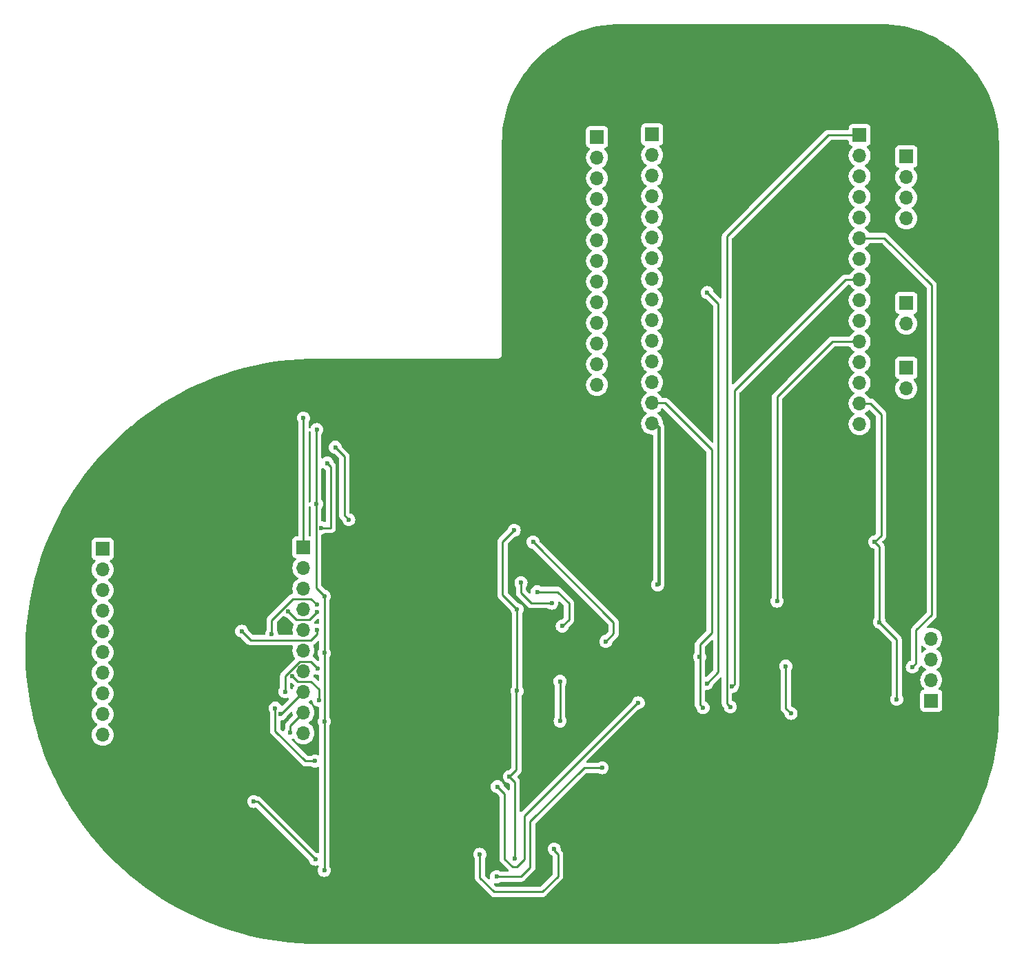
<source format=gbr>
%TF.GenerationSoftware,KiCad,Pcbnew,8.0.5*%
%TF.CreationDate,2025-02-22T12:03:58-08:00*%
%TF.ProjectId,eegw:ads1299,65656777-3a61-4647-9331-3239392e6b69,rev?*%
%TF.SameCoordinates,Original*%
%TF.FileFunction,Copper,L2,Bot*%
%TF.FilePolarity,Positive*%
%FSLAX46Y46*%
G04 Gerber Fmt 4.6, Leading zero omitted, Abs format (unit mm)*
G04 Created by KiCad (PCBNEW 8.0.5) date 2025-02-22 12:03:58*
%MOMM*%
%LPD*%
G01*
G04 APERTURE LIST*
%TA.AperFunction,ComponentPad*%
%ADD10R,1.700000X1.700000*%
%TD*%
%TA.AperFunction,ComponentPad*%
%ADD11O,1.700000X1.700000*%
%TD*%
%TA.AperFunction,ViaPad*%
%ADD12C,0.600000*%
%TD*%
%TA.AperFunction,Conductor*%
%ADD13C,0.254000*%
%TD*%
%TA.AperFunction,Conductor*%
%ADD14C,0.381000*%
%TD*%
G04 APERTURE END LIST*
D10*
%TO.P,J1,1,Pin_1*%
%TO.N,en*%
X142687500Y-59262500D03*
D11*
%TO.P,J1,2,Pin_2*%
%TO.N,vp*%
X142687500Y-61802500D03*
%TO.P,J1,3,Pin_3*%
%TO.N,vn*%
X142687500Y-64342500D03*
%TO.P,J1,4,Pin_4*%
%TO.N,io34*%
X142687500Y-66882500D03*
%TO.P,J1,5,Pin_5*%
%TO.N,io35*%
X142687500Y-69422500D03*
%TO.P,J1,6,Pin_6*%
%TO.N,io32*%
X142687500Y-71962500D03*
%TO.P,J1,7,Pin_7*%
%TO.N,io33*%
X142687500Y-74502500D03*
%TO.P,J1,8,Pin_8*%
%TO.N,io25*%
X142687500Y-77042500D03*
%TO.P,J1,9,Pin_9*%
%TO.N,io26*%
X142687500Y-79582500D03*
%TO.P,J1,10,Pin_10*%
%TO.N,io27*%
X142687500Y-82122500D03*
%TO.P,J1,11,Pin_11*%
%TO.N,io14*%
X142687500Y-84662500D03*
%TO.P,J1,12,Pin_12*%
%TO.N,io12*%
X142687500Y-87202500D03*
%TO.P,J1,13,Pin_13*%
%TO.N,io13*%
X142687500Y-89742500D03*
%TD*%
D10*
%TO.P,J4,1,Pin_1*%
%TO.N,io22*%
X180687500Y-61662500D03*
D11*
%TO.P,J4,2,Pin_2*%
%TO.N,tx0*%
X180687500Y-64202500D03*
%TO.P,J4,3,Pin_3*%
%TO.N,rx0*%
X180687500Y-66742500D03*
%TO.P,J4,4,Pin_4*%
%TO.N,io21*%
X180687500Y-69282500D03*
%TD*%
D10*
%TO.P,J2,1,Pin_1*%
%TO.N,en*%
X149462000Y-58952500D03*
D11*
%TO.P,J2,2,Pin_2*%
%TO.N,vp*%
X149462000Y-61492500D03*
%TO.P,J2,3,Pin_3*%
%TO.N,vn*%
X149462000Y-64032500D03*
%TO.P,J2,4,Pin_4*%
%TO.N,io34*%
X149462000Y-66572500D03*
%TO.P,J2,5,Pin_5*%
%TO.N,io35*%
X149462000Y-69112500D03*
%TO.P,J2,6,Pin_6*%
%TO.N,io32*%
X149462000Y-71652500D03*
%TO.P,J2,7,Pin_7*%
%TO.N,io33*%
X149462000Y-74192500D03*
%TO.P,J2,8,Pin_8*%
%TO.N,io25*%
X149462000Y-76732500D03*
%TO.P,J2,9,Pin_9*%
%TO.N,io26*%
X149462000Y-79272500D03*
%TO.P,J2,10,Pin_10*%
%TO.N,io27*%
X149462000Y-81812500D03*
%TO.P,J2,11,Pin_11*%
%TO.N,io14*%
X149462000Y-84352500D03*
%TO.P,J2,12,Pin_12*%
%TO.N,io12*%
X149462000Y-86892500D03*
%TO.P,J2,13,Pin_13*%
%TO.N,io13*%
X149462000Y-89432500D03*
%TO.P,J2,14,Pin_14*%
%TO.N,GND*%
X149462000Y-91972500D03*
%TO.P,J2,15,Pin_15*%
%TO.N,+5V*%
X149462000Y-94512500D03*
%TD*%
D10*
%TO.P,J7,1,Pin_1*%
%TO.N,BIAS*%
X81950000Y-109930000D03*
D11*
%TO.P,J7,2,Pin_2*%
%TO.N,8n*%
X81950000Y-112470000D03*
%TO.P,J7,3,Pin_3*%
%TO.N,7n*%
X81950000Y-115010000D03*
%TO.P,J7,4,Pin_4*%
%TO.N,6n*%
X81950000Y-117550000D03*
%TO.P,J7,5,Pin_5*%
%TO.N,5n*%
X81950000Y-120090000D03*
%TO.P,J7,6,Pin_6*%
%TO.N,4n*%
X81950000Y-122630000D03*
%TO.P,J7,7,Pin_7*%
%TO.N,3n*%
X81950000Y-125170000D03*
%TO.P,J7,8,Pin_8*%
%TO.N,2n*%
X81950000Y-127710000D03*
%TO.P,J7,9,Pin_9*%
%TO.N,1n*%
X81950000Y-130250000D03*
%TO.P,J7,10,Pin_10*%
%TO.N,SRB2*%
X81950000Y-132790000D03*
%TD*%
D10*
%TO.P,J3,1,Pin_1*%
%TO.N,MOSI*%
X174950000Y-59012500D03*
D11*
%TO.P,J3,2,Pin_2*%
%TO.N,io22*%
X174950000Y-61552500D03*
%TO.P,J3,3,Pin_3*%
%TO.N,tx0*%
X174950000Y-64092500D03*
%TO.P,J3,4,Pin_4*%
%TO.N,rx0*%
X174950000Y-66632500D03*
%TO.P,J3,5,Pin_5*%
%TO.N,io21*%
X174950000Y-69172500D03*
%TO.P,J3,6,Pin_6*%
%TO.N,MISO*%
X174950000Y-71712500D03*
%TO.P,J3,7,Pin_7*%
%TO.N,SCLK*%
X174950000Y-74252500D03*
%TO.P,J3,8,Pin_8*%
%TO.N,CS*%
X174950000Y-76792500D03*
%TO.P,J3,9,Pin_9*%
%TO.N,tx2*%
X174950000Y-79332500D03*
%TO.P,J3,10,Pin_10*%
%TO.N,rx2*%
X174950000Y-81872500D03*
%TO.P,J3,11,Pin_11*%
%TO.N,DRDY*%
X174950000Y-84412500D03*
%TO.P,J3,12,Pin_12*%
%TO.N,io2*%
X174950000Y-86952500D03*
%TO.P,J3,13,Pin_13*%
%TO.N,io15*%
X174950000Y-89492500D03*
%TO.P,J3,14,Pin_14*%
%TO.N,GND*%
X174950000Y-92032500D03*
%TO.P,J3,15,Pin_15*%
%TO.N,+3V3*%
X174950000Y-94572500D03*
%TD*%
D10*
%TO.P,J9,1,Pin_1*%
%TO.N,gpio1ADS*%
X183750000Y-128580000D03*
D11*
%TO.P,J9,2,Pin_2*%
%TO.N,gpio2ADS*%
X183750000Y-126040000D03*
%TO.P,J9,3,Pin_3*%
%TO.N,gpio3ADS*%
X183750000Y-123500000D03*
%TO.P,J9,4,Pin_4*%
%TO.N,gpio4ADS*%
X183750000Y-120960000D03*
%TD*%
D10*
%TO.P,J5,1,Pin_1*%
%TO.N,io2*%
X180687500Y-87662500D03*
D11*
%TO.P,J5,2,Pin_2*%
%TO.N,io15*%
X180687500Y-90202500D03*
%TD*%
D10*
%TO.P,J8,1,Pin_1*%
%TO.N,BIAS*%
X106612500Y-109712500D03*
D11*
%TO.P,J8,2,Pin_2*%
%TO.N,8p*%
X106612500Y-112252500D03*
%TO.P,J8,3,Pin_3*%
%TO.N,7p*%
X106612500Y-114792500D03*
%TO.P,J8,4,Pin_4*%
%TO.N,6p*%
X106612500Y-117332500D03*
%TO.P,J8,5,Pin_5*%
%TO.N,5p*%
X106612500Y-119872500D03*
%TO.P,J8,6,Pin_6*%
%TO.N,4p*%
X106612500Y-122412500D03*
%TO.P,J8,7,Pin_7*%
%TO.N,3p*%
X106612500Y-124952500D03*
%TO.P,J8,8,Pin_8*%
%TO.N,2p*%
X106612500Y-127492500D03*
%TO.P,J8,9,Pin_9*%
%TO.N,1p*%
X106612500Y-130032500D03*
%TO.P,J8,10,Pin_10*%
%TO.N,SRB1*%
X106612500Y-132572500D03*
%TD*%
D10*
%TO.P,J6,1,Pin_1*%
%TO.N,tx2*%
X180687500Y-79662500D03*
D11*
%TO.P,J6,2,Pin_2*%
%TO.N,rx2*%
X180687500Y-82202500D03*
%TD*%
D12*
%TO.N,in1p*%
X137420000Y-146830000D03*
X128290000Y-147480000D03*
%TO.N,in2p*%
X147757000Y-128850000D03*
X130430000Y-139153900D03*
%TO.N,_SRB1*%
X130350000Y-150225000D03*
X143310000Y-136840000D03*
%TO.N,5n*%
X108265300Y-116772400D03*
X102700900Y-120421000D03*
%TO.N,in5p*%
X138140000Y-126200000D03*
X138157300Y-131089300D03*
%TO.N,3n*%
X104360000Y-127470000D03*
X108390000Y-124620000D03*
%TO.N,BIAS*%
X106612500Y-93834000D03*
%TO.N,in7p*%
X137140000Y-116590000D03*
X133344200Y-114061200D03*
%TO.N,in8p*%
X134830000Y-109080000D03*
X143770000Y-121300000D03*
%TO.N,MISO*%
X181425000Y-124450000D03*
%TO.N,DRDY*%
X164798600Y-116350000D03*
%TO.N,MOSI*%
X159068200Y-129350000D03*
%TO.N,CS*%
X159269800Y-126850000D03*
%TO.N,1p*%
X105008300Y-132501800D03*
%TO.N,2p*%
X103801600Y-130220000D03*
%TO.N,GND*%
X176800000Y-109050400D03*
X177373900Y-118922000D03*
X155300000Y-123210000D03*
X155725000Y-129450000D03*
X179509900Y-128405600D03*
%TO.N,+5V*%
X150145000Y-114335000D03*
%TO.N,SCLK*%
X156170000Y-126480000D03*
X156213100Y-78400000D03*
%TO.N,pin2*%
X166525000Y-130150000D03*
X165887500Y-124337500D03*
%TO.N,in6n*%
X135335900Y-115202100D03*
X138420000Y-119420000D03*
%TO.N,GNDA*%
X132853300Y-127376200D03*
X109190000Y-131170000D03*
X131940000Y-137930000D03*
X132500000Y-107623000D03*
X132853300Y-117365800D03*
X132583600Y-147998800D03*
X109168000Y-115725000D03*
X109168000Y-122725000D03*
X108239300Y-95247300D03*
X109168000Y-149455800D03*
X108225000Y-104425000D03*
%TO.N,Net-(U1-IO2)*%
X110525000Y-97425000D03*
X112187500Y-106337500D03*
%TO.N,Net-(U1-IO4)*%
X109550000Y-99375000D03*
X108806400Y-107326700D03*
%TO.N,Net-(U4-IO1)*%
X99030000Y-120043000D03*
X108265300Y-119906300D03*
%TO.N,Net-(U3-IO4)*%
X103150000Y-129510000D03*
X108050000Y-136010000D03*
%TO.N,Net-(U3-IO1)*%
X108520000Y-128540000D03*
X105232541Y-125554641D03*
%TO.N,Net-(U5-IO4)*%
X104700456Y-117586256D03*
X108250000Y-117720000D03*
%TO.N,Net-(U7-IO4)*%
X108078900Y-148100000D03*
X100520000Y-140990000D03*
%TD*%
D13*
%TO.N,in1p*%
X130060000Y-152100000D02*
X128290000Y-150330000D01*
X137880000Y-147460000D02*
X137880000Y-150180000D01*
X135960000Y-152100000D02*
X130060000Y-152100000D01*
X128290000Y-150330000D02*
X128290000Y-147480000D01*
X137880000Y-150180000D02*
X135960000Y-152100000D01*
X137420000Y-147000000D02*
X137880000Y-147460000D01*
X137420000Y-146830000D02*
X137420000Y-147000000D01*
%TO.N,in2p*%
X133763000Y-148067000D02*
X133763000Y-142787000D01*
X147690000Y-128850000D02*
X133763000Y-142777000D01*
X147757000Y-128850000D02*
X147690000Y-128850000D01*
X132811300Y-149018700D02*
X133763000Y-148067000D01*
X130430000Y-139153900D02*
X131330000Y-140053900D01*
X132298700Y-149018700D02*
X132811300Y-149018700D01*
X131330000Y-140053900D02*
X131330000Y-148050000D01*
X131330000Y-148050000D02*
X132298700Y-149018700D01*
%TO.N,_SRB1*%
X134480000Y-149080000D02*
X133335000Y-150225000D01*
X133335000Y-150225000D02*
X130350000Y-150225000D01*
X134480000Y-143470000D02*
X134480000Y-149080000D01*
X141110000Y-136840000D02*
X134480000Y-143470000D01*
X143310000Y-136840000D02*
X141110000Y-136840000D01*
%TO.N,5n*%
X102700900Y-118699100D02*
X102700900Y-120421000D01*
X108265300Y-116772400D02*
X107542900Y-116050000D01*
X107542900Y-116050000D02*
X105350000Y-116050000D01*
X105350000Y-116050000D02*
X102700900Y-118699100D01*
%TO.N,in5p*%
X138157300Y-126217300D02*
X138140000Y-126200000D01*
X138157300Y-131089300D02*
X138157300Y-126217300D01*
%TO.N,3n*%
X104360000Y-127470000D02*
X104360000Y-125540470D01*
X107545500Y-123775500D02*
X108390000Y-124620000D01*
X106124970Y-123775500D02*
X107545500Y-123775500D01*
X104360000Y-125540470D02*
X106124970Y-123775500D01*
%TO.N,BIAS*%
X106612500Y-93834000D02*
X106612500Y-109712500D01*
%TO.N,in7p*%
X134640000Y-116590000D02*
X133344200Y-115294200D01*
X137140000Y-116590000D02*
X134640000Y-116590000D01*
X133344200Y-115294200D02*
X133344200Y-114061200D01*
%TO.N,in8p*%
X144725900Y-120344100D02*
X144725900Y-118975900D01*
X143770000Y-121300000D02*
X144725900Y-120344100D01*
X144725900Y-118975900D02*
X134830000Y-109080000D01*
%TO.N,MISO*%
X174962500Y-71700000D02*
X174950000Y-71712500D01*
X178000000Y-71700000D02*
X174962500Y-71700000D01*
X181886400Y-119913600D02*
X183800000Y-118000000D01*
X181425000Y-124450000D02*
X181886400Y-123988600D01*
X181886400Y-123988600D02*
X181886400Y-119913600D01*
X183800000Y-77500000D02*
X178000000Y-71700000D01*
X183800000Y-118000000D02*
X183800000Y-77500000D01*
%TO.N,DRDY*%
X171607500Y-84412500D02*
X174950000Y-84412500D01*
X164798600Y-91221400D02*
X171607500Y-84412500D01*
X164798600Y-116350000D02*
X164798600Y-91221400D01*
%TO.N,MOSI*%
X171117500Y-59012500D02*
X158634500Y-71495500D01*
X158634500Y-128916300D02*
X159068200Y-129350000D01*
X174950000Y-59012500D02*
X171117500Y-59012500D01*
X158634500Y-71495500D02*
X158634500Y-128916300D01*
%TO.N,CS*%
X173232500Y-76792500D02*
X174950000Y-76792500D01*
X159560000Y-90465000D02*
X173232500Y-76792500D01*
X159560000Y-126559800D02*
X159560000Y-90465000D01*
X159269800Y-126850000D02*
X159560000Y-126559800D01*
%TO.N,1p*%
X105008300Y-131636700D02*
X105008300Y-132501800D01*
X106612500Y-130032500D02*
X105008300Y-131636700D01*
%TO.N,2p*%
X103885000Y-130220000D02*
X106612500Y-127492500D01*
X103801600Y-130220000D02*
X103885000Y-130220000D01*
%TO.N,GND*%
X155312800Y-121697700D02*
X155312800Y-129037800D01*
X156780000Y-120230500D02*
X155312800Y-121697700D01*
X177600000Y-93350000D02*
X177600000Y-108250400D01*
X177373900Y-118922000D02*
X179509900Y-121058000D01*
X151022500Y-91972500D02*
X156780000Y-97730000D01*
X149462000Y-91972500D02*
X151022500Y-91972500D01*
X156780000Y-97730000D02*
X156780000Y-120230500D01*
X179509900Y-121058000D02*
X179509900Y-128405600D01*
X176800000Y-109050400D02*
X177373900Y-109624300D01*
X155312800Y-129037800D02*
X155725000Y-129450000D01*
X176282500Y-92032500D02*
X177600000Y-93350000D01*
X177373900Y-109624300D02*
X177373900Y-118922000D01*
X174950000Y-92032500D02*
X176282500Y-92032500D01*
X177600000Y-108250400D02*
X176800000Y-109050400D01*
D14*
%TO.N,+5V*%
X150145000Y-114335000D02*
X150270000Y-114210000D01*
X149792500Y-94512500D02*
X149462000Y-94512500D01*
X150270000Y-114210000D02*
X150270000Y-94990000D01*
X150270000Y-94990000D02*
X149792500Y-94512500D01*
D13*
%TO.N,SCLK*%
X156170000Y-126480000D02*
X157590000Y-125060000D01*
X157590000Y-125060000D02*
X157590000Y-79776900D01*
X157590000Y-79776900D02*
X156213100Y-78400000D01*
%TO.N,pin2*%
X166525000Y-130150000D02*
X165876600Y-129501600D01*
X165876600Y-129501600D02*
X165876600Y-124348400D01*
X165876600Y-124348400D02*
X165887500Y-124337500D01*
%TO.N,in6n*%
X139230000Y-118610000D02*
X139230000Y-116600000D01*
X138420000Y-119420000D02*
X139230000Y-118610000D01*
X137832100Y-115202100D02*
X135335900Y-115202100D01*
X139230000Y-116600000D02*
X137832100Y-115202100D01*
%TO.N,GNDA*%
X108179400Y-104470600D02*
X108179400Y-114736400D01*
X132853300Y-127376200D02*
X132853300Y-117365800D01*
X132782400Y-137087600D02*
X131940000Y-137930000D01*
X109190000Y-131170000D02*
X109173900Y-131153900D01*
X109168000Y-122725000D02*
X109168000Y-115725000D01*
X132853300Y-127376200D02*
X132782400Y-127447100D01*
X109173900Y-131153900D02*
X109173900Y-122730900D01*
X109190000Y-131170000D02*
X109168000Y-131192000D01*
X131080000Y-109043000D02*
X131080000Y-115592500D01*
X108225000Y-104425000D02*
X108185300Y-104385300D01*
X108225000Y-104425000D02*
X108179400Y-104470600D01*
X108185300Y-104385300D02*
X108185300Y-95301300D01*
X109173900Y-122730900D02*
X109168000Y-122725000D01*
X131940000Y-137930000D02*
X132583600Y-138573600D01*
X131080000Y-115592500D02*
X132853300Y-117365800D01*
X109168000Y-131192000D02*
X109168000Y-149455800D01*
X132583600Y-138573600D02*
X132583600Y-147998800D01*
X132782400Y-127447100D02*
X132782400Y-137087600D01*
X108179400Y-114736400D02*
X109168000Y-115725000D01*
X108185300Y-95301300D02*
X108239300Y-95247300D01*
X132500000Y-107623000D02*
X131080000Y-109043000D01*
%TO.N,Net-(U1-IO2)*%
X112187500Y-106337500D02*
X111624400Y-105774400D01*
X111624400Y-105774400D02*
X111624400Y-98524400D01*
X111624400Y-98524400D02*
X110525000Y-97425000D01*
%TO.N,Net-(U1-IO4)*%
X109975000Y-99800000D02*
X109975000Y-107326700D01*
X109975000Y-107326700D02*
X108806400Y-107326700D01*
X109550000Y-99375000D02*
X109975000Y-99800000D01*
%TO.N,Net-(U4-IO1)*%
X108265300Y-120434700D02*
X108265300Y-119906300D01*
X107550000Y-121150000D02*
X108265300Y-120434700D01*
X99030000Y-120043000D02*
X100137000Y-121150000D01*
X100137000Y-121150000D02*
X107550000Y-121150000D01*
%TO.N,Net-(U3-IO4)*%
X103150000Y-132296900D02*
X103150000Y-129510000D01*
X108050000Y-136010000D02*
X106863100Y-136010000D01*
X106863100Y-136010000D02*
X103150000Y-132296900D01*
%TO.N,Net-(U3-IO1)*%
X108520000Y-127170000D02*
X107550000Y-126200000D01*
X107550000Y-126200000D02*
X105877900Y-126200000D01*
X105877900Y-126200000D02*
X105232541Y-125554641D01*
X108520000Y-128540000D02*
X108520000Y-127170000D01*
%TO.N,Net-(U5-IO4)*%
X105714200Y-118600000D02*
X104700456Y-117586256D01*
X108250000Y-117720000D02*
X107370000Y-118600000D01*
X107370000Y-118600000D02*
X105714200Y-118600000D01*
%TO.N,Net-(U7-IO4)*%
X100968900Y-140990000D02*
X108078900Y-148100000D01*
X100520000Y-140990000D02*
X100968900Y-140990000D01*
%TD*%
%TA.AperFunction,NonConductor*%
G36*
X177427104Y-45357184D02*
G01*
X178164036Y-45375859D01*
X178170293Y-45376176D01*
X178893891Y-45431282D01*
X178903792Y-45432036D01*
X178910041Y-45432671D01*
X179639738Y-45525606D01*
X179645939Y-45526556D01*
X180370040Y-45656339D01*
X180376155Y-45657596D01*
X181092730Y-45823882D01*
X181098781Y-45825448D01*
X181806046Y-46027823D01*
X181812020Y-46029698D01*
X182508097Y-46267625D01*
X182513961Y-46269796D01*
X183197119Y-46542684D01*
X183202866Y-46545151D01*
X183774619Y-46807856D01*
X183871272Y-46852266D01*
X183876913Y-46855032D01*
X184528938Y-47195623D01*
X184534431Y-47198672D01*
X184847582Y-47383013D01*
X185168374Y-47571853D01*
X185173697Y-47575172D01*
X185787881Y-47979955D01*
X185793038Y-47983544D01*
X186385952Y-48418929D01*
X186390920Y-48422774D01*
X186961024Y-48887634D01*
X186965791Y-48891726D01*
X187316911Y-49208952D01*
X187510798Y-49384123D01*
X187511632Y-49384876D01*
X187516185Y-49389205D01*
X188036312Y-49909333D01*
X188040641Y-49913886D01*
X188533790Y-50459727D01*
X188537882Y-50464494D01*
X189002731Y-51034587D01*
X189006577Y-51039555D01*
X189441970Y-51632481D01*
X189445559Y-51637638D01*
X189850350Y-52251838D01*
X189853673Y-52257169D01*
X190226845Y-52891098D01*
X190229894Y-52896592D01*
X190570475Y-53548602D01*
X190573241Y-53554242D01*
X190880353Y-54222644D01*
X190882831Y-54228417D01*
X191155706Y-54911549D01*
X191157888Y-54917441D01*
X191395806Y-55613494D01*
X191397687Y-55619488D01*
X191600054Y-56326727D01*
X191601628Y-56332809D01*
X191767905Y-57049350D01*
X191769170Y-57055504D01*
X191898946Y-57779580D01*
X191899897Y-57785790D01*
X191992829Y-58515483D01*
X191993465Y-58521733D01*
X192049323Y-59255223D01*
X192049641Y-59261498D01*
X192068343Y-59999483D01*
X192068383Y-60002624D01*
X192068383Y-129930001D01*
X192068362Y-129932266D01*
X192049849Y-130945789D01*
X192049366Y-130972207D01*
X192049201Y-130976733D01*
X191992294Y-132014221D01*
X191991963Y-132018739D01*
X191897208Y-133053410D01*
X191896713Y-133057912D01*
X191764227Y-134088474D01*
X191763567Y-134092955D01*
X191593541Y-135117936D01*
X191592719Y-135122390D01*
X191385361Y-136140531D01*
X191384376Y-136144952D01*
X191139977Y-137154816D01*
X191138831Y-137159199D01*
X190857712Y-138159467D01*
X190856407Y-138163804D01*
X190538951Y-139153119D01*
X190537489Y-139157406D01*
X190184103Y-140134491D01*
X190182485Y-140138722D01*
X189793643Y-141102265D01*
X189791871Y-141106433D01*
X189368121Y-142055081D01*
X189366199Y-142059182D01*
X188908061Y-142991770D01*
X188905989Y-142995799D01*
X188414123Y-143910982D01*
X188411907Y-143914932D01*
X187886912Y-144811599D01*
X187884552Y-144815465D01*
X187327191Y-145692309D01*
X187324692Y-145696087D01*
X186735644Y-146552040D01*
X186733008Y-146555723D01*
X186113130Y-147389540D01*
X186110362Y-147393125D01*
X185460433Y-148203763D01*
X185457536Y-148207245D01*
X184778408Y-148993635D01*
X184775385Y-148997008D01*
X184068021Y-149758036D01*
X184064877Y-149761297D01*
X183330179Y-150495995D01*
X183326918Y-150499139D01*
X182565890Y-151206503D01*
X182562517Y-151209526D01*
X181776127Y-151888654D01*
X181772645Y-151891551D01*
X180962008Y-152541480D01*
X180958423Y-152544248D01*
X180124605Y-153164126D01*
X180120922Y-153166762D01*
X179264969Y-153755810D01*
X179261191Y-153758309D01*
X178384347Y-154315671D01*
X178380481Y-154318031D01*
X177483814Y-154843026D01*
X177479864Y-154845242D01*
X176564682Y-155337108D01*
X176560653Y-155339180D01*
X175628064Y-155797318D01*
X175623963Y-155799240D01*
X174675316Y-156222990D01*
X174671148Y-156224762D01*
X173707605Y-156613604D01*
X173703374Y-156615222D01*
X172726289Y-156968608D01*
X172722002Y-156970070D01*
X171732687Y-157287527D01*
X171728350Y-157288832D01*
X170728082Y-157569951D01*
X170723699Y-157571097D01*
X169713835Y-157815495D01*
X169709414Y-157816480D01*
X168691272Y-158023838D01*
X168686818Y-158024660D01*
X167661838Y-158194686D01*
X167657357Y-158195346D01*
X166626795Y-158327833D01*
X166622293Y-158328328D01*
X165587622Y-158423083D01*
X165583104Y-158423414D01*
X164545625Y-158480320D01*
X164541099Y-158480485D01*
X163501314Y-158499479D01*
X163499049Y-158499500D01*
X108451022Y-158499500D01*
X108448972Y-158499483D01*
X107261772Y-158479851D01*
X107257674Y-158479715D01*
X106072821Y-158420893D01*
X106068729Y-158420622D01*
X104886456Y-158322656D01*
X104882376Y-158322250D01*
X103704010Y-158185250D01*
X103699945Y-158184710D01*
X102526699Y-158008817D01*
X102522655Y-158008142D01*
X101355881Y-157793555D01*
X101351861Y-157792746D01*
X100192878Y-157539712D01*
X100188887Y-157538772D01*
X99038819Y-157247535D01*
X99034861Y-157246462D01*
X97895126Y-156917381D01*
X97891206Y-156916179D01*
X96762939Y-156549584D01*
X96759061Y-156548253D01*
X95643523Y-156144549D01*
X95639691Y-156143090D01*
X94538124Y-155702730D01*
X94534342Y-155701145D01*
X94373436Y-155630565D01*
X93447937Y-155224604D01*
X93444218Y-155222899D01*
X92374152Y-154710692D01*
X92370484Y-154708861D01*
X91317938Y-154161554D01*
X91314332Y-154159602D01*
X90280478Y-153577806D01*
X90276938Y-153575736D01*
X89262900Y-152960084D01*
X89259430Y-152957899D01*
X88266234Y-152309012D01*
X88262839Y-152306712D01*
X87291702Y-151625383D01*
X87288385Y-151622973D01*
X86500727Y-151030565D01*
X86340289Y-150909898D01*
X86337064Y-150907388D01*
X86238953Y-150828386D01*
X86086461Y-150705594D01*
X85413056Y-150163346D01*
X85409905Y-150160722D01*
X84510995Y-149386532D01*
X84507933Y-149383805D01*
X84206456Y-149106276D01*
X83635092Y-148580299D01*
X83632172Y-148577519D01*
X82786401Y-147745619D01*
X82783532Y-147742703D01*
X82727290Y-147683600D01*
X82376184Y-147314630D01*
X81965715Y-146883277D01*
X81962938Y-146880260D01*
X81174008Y-145994293D01*
X81171332Y-145991186D01*
X80989361Y-145772696D01*
X80412092Y-145079578D01*
X80409534Y-145076400D01*
X80216840Y-144828827D01*
X79680895Y-144140244D01*
X79678431Y-144136968D01*
X78981128Y-143177213D01*
X78978773Y-143173857D01*
X78439148Y-142376992D01*
X78313570Y-142191551D01*
X78311333Y-142188127D01*
X78227515Y-142055081D01*
X77678982Y-141184378D01*
X77676855Y-141180875D01*
X77460434Y-140810750D01*
X77078022Y-140156744D01*
X77076023Y-140153191D01*
X77067059Y-140136627D01*
X76511374Y-139109811D01*
X76509511Y-139106226D01*
X75979682Y-138044775D01*
X75977922Y-138041099D01*
X75926984Y-137930003D01*
X75483464Y-136962681D01*
X75481824Y-136958940D01*
X75440873Y-136861220D01*
X75023297Y-135864772D01*
X75021796Y-135861018D01*
X74599694Y-134752281D01*
X74598305Y-134748442D01*
X74568552Y-134661775D01*
X74213105Y-133626391D01*
X74211838Y-133622491D01*
X74101701Y-133263429D01*
X73863942Y-132488303D01*
X73862816Y-132484404D01*
X73861606Y-132479938D01*
X73615642Y-131572000D01*
X73552614Y-131339344D01*
X73551607Y-131335370D01*
X73507746Y-131149289D01*
X73279426Y-130180644D01*
X73278555Y-130176652D01*
X73044705Y-129013583D01*
X73043980Y-129009638D01*
X72848701Y-127839396D01*
X72848106Y-127835431D01*
X72691629Y-126659390D01*
X72691158Y-126655332D01*
X72689936Y-126643059D01*
X72573660Y-125474862D01*
X72573322Y-125470778D01*
X72572730Y-125461834D01*
X72494911Y-124286974D01*
X72494713Y-124282984D01*
X72455489Y-123097269D01*
X72455421Y-123093169D01*
X72455421Y-121906830D01*
X72455489Y-121902730D01*
X72457557Y-121840205D01*
X72494713Y-120717012D01*
X72494911Y-120713028D01*
X72573322Y-119529212D01*
X72573661Y-119525134D01*
X72691160Y-118344645D01*
X72691631Y-118340594D01*
X72695430Y-118312043D01*
X72848107Y-117164559D01*
X72848699Y-117160611D01*
X73043981Y-115990351D01*
X73044703Y-115986427D01*
X73278560Y-114823320D01*
X73279429Y-114819341D01*
X73289979Y-114774586D01*
X73551612Y-113664609D01*
X73552614Y-113660655D01*
X73554107Y-113655145D01*
X73862828Y-112515552D01*
X73863937Y-112511712D01*
X73876732Y-112469999D01*
X80594341Y-112469999D01*
X80594341Y-112470000D01*
X80614936Y-112705403D01*
X80614938Y-112705413D01*
X80676094Y-112933655D01*
X80676096Y-112933659D01*
X80676097Y-112933663D01*
X80715806Y-113018818D01*
X80775965Y-113147830D01*
X80775967Y-113147834D01*
X80911501Y-113341395D01*
X80911506Y-113341402D01*
X81078597Y-113508493D01*
X81078603Y-113508498D01*
X81264158Y-113638425D01*
X81307783Y-113693002D01*
X81314977Y-113762500D01*
X81283454Y-113824855D01*
X81264158Y-113841575D01*
X81078597Y-113971505D01*
X80911505Y-114138597D01*
X80775965Y-114332169D01*
X80775964Y-114332171D01*
X80676098Y-114546335D01*
X80676094Y-114546344D01*
X80614938Y-114774586D01*
X80614936Y-114774596D01*
X80594341Y-115009999D01*
X80594341Y-115010000D01*
X80614936Y-115245403D01*
X80614938Y-115245413D01*
X80676094Y-115473655D01*
X80676096Y-115473659D01*
X80676097Y-115473663D01*
X80731014Y-115591433D01*
X80775965Y-115687830D01*
X80775967Y-115687834D01*
X80876855Y-115831916D01*
X80899468Y-115864211D01*
X80911501Y-115881395D01*
X80911506Y-115881402D01*
X81078597Y-116048493D01*
X81078603Y-116048498D01*
X81264158Y-116178425D01*
X81307783Y-116233002D01*
X81314977Y-116302500D01*
X81283454Y-116364855D01*
X81264158Y-116381575D01*
X81078597Y-116511505D01*
X80911505Y-116678597D01*
X80775965Y-116872169D01*
X80775964Y-116872171D01*
X80676098Y-117086335D01*
X80676094Y-117086344D01*
X80614938Y-117314586D01*
X80614936Y-117314596D01*
X80594341Y-117549999D01*
X80594341Y-117550000D01*
X80614936Y-117785403D01*
X80614938Y-117785413D01*
X80676094Y-118013655D01*
X80676096Y-118013659D01*
X80676097Y-118013663D01*
X80698546Y-118061805D01*
X80775965Y-118227830D01*
X80775967Y-118227834D01*
X80857775Y-118344667D01*
X80899064Y-118403634D01*
X80911501Y-118421395D01*
X80911506Y-118421402D01*
X81078597Y-118588493D01*
X81078603Y-118588498D01*
X81264158Y-118718425D01*
X81307783Y-118773002D01*
X81314977Y-118842500D01*
X81283454Y-118904855D01*
X81264158Y-118921575D01*
X81078597Y-119051505D01*
X80911505Y-119218597D01*
X80775965Y-119412169D01*
X80775964Y-119412171D01*
X80676098Y-119626335D01*
X80676094Y-119626344D01*
X80614938Y-119854586D01*
X80614936Y-119854596D01*
X80594341Y-120089999D01*
X80594341Y-120090000D01*
X80614936Y-120325403D01*
X80614938Y-120325413D01*
X80676094Y-120553655D01*
X80676096Y-120553659D01*
X80676097Y-120553663D01*
X80752687Y-120717911D01*
X80775965Y-120767830D01*
X80775967Y-120767834D01*
X80818354Y-120828368D01*
X80910523Y-120959999D01*
X80911501Y-120961395D01*
X80911506Y-120961402D01*
X81078597Y-121128493D01*
X81078603Y-121128498D01*
X81264158Y-121258425D01*
X81307783Y-121313002D01*
X81314977Y-121382500D01*
X81283454Y-121444855D01*
X81264158Y-121461575D01*
X81078597Y-121591505D01*
X80911505Y-121758597D01*
X80775965Y-121952169D01*
X80775964Y-121952171D01*
X80676098Y-122166335D01*
X80676094Y-122166344D01*
X80614938Y-122394586D01*
X80614936Y-122394596D01*
X80594341Y-122629999D01*
X80594341Y-122630000D01*
X80614936Y-122865403D01*
X80614938Y-122865413D01*
X80676094Y-123093655D01*
X80676096Y-123093659D01*
X80676097Y-123093663D01*
X80742227Y-123235478D01*
X80775965Y-123307830D01*
X80775967Y-123307834D01*
X80832979Y-123389255D01*
X80910523Y-123499999D01*
X80911501Y-123501395D01*
X80911506Y-123501402D01*
X81078597Y-123668493D01*
X81078603Y-123668498D01*
X81264158Y-123798425D01*
X81307783Y-123853002D01*
X81314977Y-123922500D01*
X81283454Y-123984855D01*
X81264158Y-124001575D01*
X81078597Y-124131505D01*
X80911505Y-124298597D01*
X80775965Y-124492169D01*
X80775964Y-124492171D01*
X80676098Y-124706335D01*
X80676094Y-124706344D01*
X80614938Y-124934586D01*
X80614936Y-124934596D01*
X80594341Y-125169999D01*
X80594341Y-125170000D01*
X80614936Y-125405403D01*
X80614938Y-125405413D01*
X80676094Y-125633655D01*
X80676096Y-125633659D01*
X80676097Y-125633663D01*
X80726662Y-125742099D01*
X80775965Y-125847830D01*
X80775967Y-125847834D01*
X80884281Y-126002521D01*
X80910523Y-126039999D01*
X80911501Y-126041395D01*
X80911506Y-126041402D01*
X81078597Y-126208493D01*
X81078603Y-126208498D01*
X81264158Y-126338425D01*
X81307783Y-126393002D01*
X81314977Y-126462500D01*
X81283454Y-126524855D01*
X81264158Y-126541575D01*
X81078597Y-126671505D01*
X80911505Y-126838597D01*
X80775965Y-127032169D01*
X80775964Y-127032171D01*
X80676098Y-127246335D01*
X80676094Y-127246344D01*
X80614938Y-127474586D01*
X80614936Y-127474596D01*
X80594341Y-127709999D01*
X80594341Y-127710000D01*
X80614936Y-127945403D01*
X80614938Y-127945413D01*
X80676094Y-128173655D01*
X80676096Y-128173659D01*
X80676097Y-128173663D01*
X80723615Y-128275565D01*
X80775965Y-128387830D01*
X80775967Y-128387834D01*
X80854842Y-128500478D01*
X80910934Y-128580586D01*
X80911501Y-128581395D01*
X80911506Y-128581402D01*
X81078597Y-128748493D01*
X81078603Y-128748498D01*
X81264158Y-128878425D01*
X81307783Y-128933002D01*
X81314977Y-129002500D01*
X81283454Y-129064855D01*
X81264158Y-129081575D01*
X81078597Y-129211505D01*
X80911505Y-129378597D01*
X80775965Y-129572169D01*
X80775964Y-129572171D01*
X80676098Y-129786335D01*
X80676094Y-129786344D01*
X80614938Y-130014586D01*
X80614936Y-130014596D01*
X80594341Y-130249999D01*
X80594341Y-130250000D01*
X80614936Y-130485403D01*
X80614938Y-130485413D01*
X80676094Y-130713655D01*
X80676096Y-130713659D01*
X80676097Y-130713663D01*
X80751697Y-130875788D01*
X80775965Y-130927830D01*
X80775967Y-130927834D01*
X80911501Y-131121395D01*
X80911506Y-131121402D01*
X81078597Y-131288493D01*
X81078603Y-131288498D01*
X81264158Y-131418425D01*
X81307783Y-131473002D01*
X81314977Y-131542500D01*
X81283454Y-131604855D01*
X81264158Y-131621575D01*
X81078597Y-131751505D01*
X80911505Y-131918597D01*
X80775965Y-132112169D01*
X80775964Y-132112171D01*
X80676098Y-132326335D01*
X80676094Y-132326344D01*
X80614938Y-132554586D01*
X80614938Y-132554588D01*
X80614937Y-132554592D01*
X80596784Y-132762072D01*
X80594341Y-132789999D01*
X80594341Y-132790000D01*
X80614936Y-133025403D01*
X80614938Y-133025413D01*
X80676094Y-133253655D01*
X80676096Y-133253659D01*
X80676097Y-133253663D01*
X80747519Y-133406828D01*
X80775965Y-133467830D01*
X80775967Y-133467834D01*
X80876209Y-133610993D01*
X80911505Y-133661401D01*
X81078599Y-133828495D01*
X81175384Y-133896265D01*
X81272165Y-133964032D01*
X81272167Y-133964033D01*
X81272170Y-133964035D01*
X81486337Y-134063903D01*
X81714592Y-134125063D01*
X81902918Y-134141539D01*
X81949999Y-134145659D01*
X81950000Y-134145659D01*
X81950001Y-134145659D01*
X81989234Y-134142226D01*
X82185408Y-134125063D01*
X82413663Y-134063903D01*
X82627830Y-133964035D01*
X82821401Y-133828495D01*
X82988495Y-133661401D01*
X83124035Y-133467830D01*
X83223903Y-133253663D01*
X83285063Y-133025408D01*
X83305659Y-132790000D01*
X83285063Y-132554592D01*
X83223903Y-132326337D01*
X83124035Y-132112171D01*
X83121706Y-132108844D01*
X82988494Y-131918597D01*
X82821402Y-131751506D01*
X82821396Y-131751501D01*
X82635842Y-131621575D01*
X82592217Y-131566998D01*
X82585023Y-131497500D01*
X82616546Y-131435145D01*
X82635842Y-131418425D01*
X82729228Y-131353035D01*
X82821401Y-131288495D01*
X82988495Y-131121401D01*
X83124035Y-130927830D01*
X83223903Y-130713663D01*
X83285063Y-130485408D01*
X83305659Y-130250000D01*
X83285063Y-130014592D01*
X83227692Y-129800478D01*
X83223905Y-129786344D01*
X83223904Y-129786343D01*
X83223903Y-129786337D01*
X83124035Y-129572171D01*
X83121706Y-129568844D01*
X82988494Y-129378597D01*
X82821402Y-129211506D01*
X82821396Y-129211501D01*
X82635842Y-129081575D01*
X82592217Y-129026998D01*
X82585023Y-128957500D01*
X82616546Y-128895145D01*
X82635842Y-128878425D01*
X82679669Y-128847737D01*
X82821401Y-128748495D01*
X82988495Y-128581401D01*
X83124035Y-128387830D01*
X83223903Y-128173663D01*
X83285063Y-127945408D01*
X83305659Y-127710000D01*
X83285063Y-127474592D01*
X83226785Y-127257092D01*
X83223905Y-127246344D01*
X83223904Y-127246343D01*
X83223903Y-127246337D01*
X83124035Y-127032171D01*
X83121994Y-127029255D01*
X82988494Y-126838597D01*
X82821402Y-126671506D01*
X82821396Y-126671501D01*
X82635842Y-126541575D01*
X82592217Y-126486998D01*
X82585023Y-126417500D01*
X82616546Y-126355145D01*
X82635842Y-126338425D01*
X82725839Y-126275408D01*
X82821401Y-126208495D01*
X82988495Y-126041401D01*
X83124035Y-125847830D01*
X83223903Y-125633663D01*
X83285063Y-125405408D01*
X83305659Y-125170000D01*
X83305536Y-125168599D01*
X83285063Y-124934596D01*
X83285063Y-124934592D01*
X83223903Y-124706337D01*
X83124035Y-124492171D01*
X83039472Y-124371401D01*
X82988494Y-124298597D01*
X82821402Y-124131506D01*
X82821396Y-124131501D01*
X82635842Y-124001575D01*
X82592217Y-123946998D01*
X82585023Y-123877500D01*
X82616546Y-123815145D01*
X82635842Y-123798425D01*
X82725839Y-123735408D01*
X82821401Y-123668495D01*
X82988495Y-123501401D01*
X83124035Y-123307830D01*
X83223903Y-123093663D01*
X83285063Y-122865408D01*
X83305659Y-122630000D01*
X83305536Y-122628599D01*
X83297407Y-122535687D01*
X83285063Y-122394592D01*
X83223903Y-122166337D01*
X83124035Y-121952171D01*
X83121706Y-121948844D01*
X82988494Y-121758597D01*
X82821402Y-121591506D01*
X82821396Y-121591501D01*
X82635842Y-121461575D01*
X82592217Y-121406998D01*
X82585023Y-121337500D01*
X82616546Y-121275145D01*
X82635842Y-121258425D01*
X82725839Y-121195408D01*
X82821401Y-121128495D01*
X82988495Y-120961401D01*
X83124035Y-120767830D01*
X83223903Y-120553663D01*
X83285063Y-120325408D01*
X83305659Y-120090000D01*
X83305536Y-120088599D01*
X83301546Y-120042996D01*
X98224435Y-120042996D01*
X98224435Y-120043003D01*
X98244630Y-120222249D01*
X98244631Y-120222254D01*
X98304211Y-120392523D01*
X98376539Y-120507632D01*
X98400184Y-120545262D01*
X98527738Y-120672816D01*
X98594889Y-120715010D01*
X98678951Y-120767830D01*
X98680478Y-120768789D01*
X98850745Y-120828368D01*
X98894635Y-120833313D01*
X98959048Y-120860378D01*
X98968433Y-120868852D01*
X99736988Y-121637408D01*
X99736992Y-121637411D01*
X99839760Y-121706079D01*
X99839773Y-121706086D01*
X99953960Y-121753383D01*
X99953965Y-121753385D01*
X99953969Y-121753385D01*
X99953970Y-121753386D01*
X100075193Y-121777500D01*
X100075196Y-121777500D01*
X100075197Y-121777500D01*
X105223868Y-121777500D01*
X105290907Y-121797185D01*
X105336662Y-121849989D01*
X105346606Y-121919147D01*
X105340389Y-121943913D01*
X105338596Y-121948837D01*
X105277438Y-122177086D01*
X105277436Y-122177096D01*
X105256841Y-122412499D01*
X105256841Y-122412500D01*
X105277436Y-122647903D01*
X105277438Y-122647913D01*
X105338594Y-122876155D01*
X105338596Y-122876159D01*
X105338597Y-122876163D01*
X105410680Y-123030745D01*
X105438465Y-123090330D01*
X105438467Y-123090334D01*
X105577110Y-123288336D01*
X105575390Y-123289540D01*
X105599763Y-123345198D01*
X105588739Y-123414193D01*
X105564445Y-123448604D01*
X104344626Y-124668425D01*
X103959992Y-125053059D01*
X103933236Y-125079815D01*
X103872586Y-125140464D01*
X103872585Y-125140466D01*
X103803923Y-125243226D01*
X103803917Y-125243237D01*
X103801192Y-125249816D01*
X103756614Y-125357435D01*
X103735848Y-125461835D01*
X103735848Y-125461837D01*
X103732500Y-125478667D01*
X103732500Y-126928328D01*
X103713494Y-126994300D01*
X103634211Y-127120476D01*
X103574631Y-127290745D01*
X103574630Y-127290750D01*
X103554435Y-127469996D01*
X103554435Y-127470003D01*
X103574630Y-127649249D01*
X103574631Y-127649254D01*
X103634211Y-127819523D01*
X103662113Y-127863928D01*
X103730184Y-127972262D01*
X103857738Y-128099816D01*
X103948080Y-128156582D01*
X104002025Y-128190478D01*
X104010478Y-128195789D01*
X104180739Y-128255366D01*
X104180745Y-128255368D01*
X104180750Y-128255369D01*
X104359996Y-128275565D01*
X104360000Y-128275565D01*
X104360004Y-128275565D01*
X104539249Y-128255369D01*
X104539251Y-128255368D01*
X104539255Y-128255368D01*
X104539258Y-128255366D01*
X104539262Y-128255366D01*
X104677080Y-128207141D01*
X104746859Y-128203578D01*
X104807486Y-128238307D01*
X104839714Y-128300300D01*
X104833309Y-128369876D01*
X104805716Y-128411863D01*
X104055702Y-129161877D01*
X103994379Y-129195362D01*
X103924687Y-129190378D01*
X103868754Y-129148506D01*
X103863027Y-129140168D01*
X103857511Y-129131389D01*
X103779816Y-129007738D01*
X103652262Y-128880184D01*
X103626625Y-128864075D01*
X103499523Y-128784211D01*
X103329254Y-128724631D01*
X103329249Y-128724630D01*
X103150004Y-128704435D01*
X103149996Y-128704435D01*
X102970750Y-128724630D01*
X102970745Y-128724631D01*
X102800476Y-128784211D01*
X102647737Y-128880184D01*
X102520184Y-129007737D01*
X102424211Y-129160476D01*
X102364631Y-129330745D01*
X102364630Y-129330750D01*
X102344435Y-129509996D01*
X102344435Y-129510003D01*
X102364630Y-129689249D01*
X102364631Y-129689254D01*
X102424211Y-129859523D01*
X102458299Y-129913773D01*
X102482483Y-129952262D01*
X102503493Y-129985698D01*
X102522500Y-130051671D01*
X102522500Y-132358707D01*
X102546612Y-132479928D01*
X102546613Y-132479934D01*
X102546614Y-132479935D01*
X102577539Y-132554592D01*
X102584956Y-132572499D01*
X102593916Y-132594131D01*
X102593923Y-132594143D01*
X102645305Y-132671042D01*
X102662585Y-132696903D01*
X102662591Y-132696911D01*
X106463088Y-136497408D01*
X106463092Y-136497411D01*
X106565860Y-136566079D01*
X106565873Y-136566086D01*
X106680060Y-136613383D01*
X106680065Y-136613385D01*
X106680069Y-136613385D01*
X106680070Y-136613386D01*
X106801293Y-136637500D01*
X106801296Y-136637500D01*
X106801297Y-136637500D01*
X107508328Y-136637500D01*
X107574299Y-136656505D01*
X107700478Y-136735789D01*
X107870739Y-136795366D01*
X107870745Y-136795368D01*
X107870750Y-136795369D01*
X108049996Y-136815565D01*
X108050000Y-136815565D01*
X108050004Y-136815565D01*
X108229249Y-136795369D01*
X108229251Y-136795368D01*
X108229255Y-136795368D01*
X108229258Y-136795366D01*
X108229262Y-136795366D01*
X108375545Y-136744179D01*
X108445324Y-136740617D01*
X108505951Y-136775345D01*
X108538179Y-136837338D01*
X108540500Y-136861220D01*
X108540500Y-147238667D01*
X108520815Y-147305706D01*
X108468011Y-147351461D01*
X108398853Y-147361405D01*
X108375546Y-147355709D01*
X108308538Y-147332262D01*
X108258155Y-147314632D01*
X108258154Y-147314631D01*
X108258149Y-147314630D01*
X108214261Y-147309685D01*
X108149847Y-147282617D01*
X108140465Y-147274146D01*
X101368911Y-140502591D01*
X101368910Y-140502590D01*
X101346683Y-140487739D01*
X101346682Y-140487738D01*
X101266139Y-140433920D01*
X101266126Y-140433913D01*
X101232685Y-140420062D01*
X101151935Y-140386614D01*
X101151927Y-140386612D01*
X101046168Y-140365575D01*
X101004387Y-140348952D01*
X100869523Y-140264211D01*
X100699254Y-140204631D01*
X100699249Y-140204630D01*
X100520004Y-140184435D01*
X100519996Y-140184435D01*
X100340750Y-140204630D01*
X100340745Y-140204631D01*
X100170476Y-140264211D01*
X100017737Y-140360184D01*
X99890184Y-140487737D01*
X99794211Y-140640476D01*
X99734631Y-140810745D01*
X99734630Y-140810750D01*
X99714435Y-140989996D01*
X99714435Y-140990003D01*
X99734630Y-141169249D01*
X99734631Y-141169254D01*
X99794211Y-141339523D01*
X99890184Y-141492262D01*
X100017738Y-141619816D01*
X100170478Y-141715789D01*
X100290133Y-141757658D01*
X100340745Y-141775368D01*
X100340750Y-141775369D01*
X100519996Y-141795565D01*
X100520000Y-141795565D01*
X100520004Y-141795565D01*
X100699248Y-141775369D01*
X100699248Y-141775368D01*
X100699255Y-141775368D01*
X100749867Y-141757657D01*
X100819639Y-141754095D01*
X100878499Y-141787018D01*
X107253046Y-148161565D01*
X107286531Y-148222888D01*
X107288585Y-148235361D01*
X107293530Y-148279249D01*
X107353110Y-148449521D01*
X107433522Y-148577495D01*
X107449084Y-148602262D01*
X107576638Y-148729816D01*
X107729378Y-148825789D01*
X107899639Y-148885366D01*
X107899645Y-148885368D01*
X107899650Y-148885369D01*
X108078896Y-148905565D01*
X108078900Y-148905565D01*
X108078904Y-148905565D01*
X108258149Y-148885369D01*
X108258151Y-148885368D01*
X108258155Y-148885368D01*
X108258158Y-148885366D01*
X108258162Y-148885366D01*
X108337524Y-148857596D01*
X108407302Y-148854033D01*
X108467930Y-148888762D01*
X108500158Y-148950755D01*
X108493753Y-149020331D01*
X108483473Y-149040609D01*
X108442211Y-149106276D01*
X108382631Y-149276545D01*
X108382630Y-149276550D01*
X108362435Y-149455796D01*
X108362435Y-149455803D01*
X108382630Y-149635049D01*
X108382631Y-149635054D01*
X108442211Y-149805323D01*
X108486293Y-149875478D01*
X108538184Y-149958062D01*
X108665738Y-150085616D01*
X108818478Y-150181589D01*
X108942528Y-150224996D01*
X108988745Y-150241168D01*
X108988750Y-150241169D01*
X109167996Y-150261365D01*
X109168000Y-150261365D01*
X109168004Y-150261365D01*
X109347249Y-150241169D01*
X109347252Y-150241168D01*
X109347255Y-150241168D01*
X109517522Y-150181589D01*
X109670262Y-150085616D01*
X109797816Y-149958062D01*
X109893789Y-149805322D01*
X109953368Y-149635055D01*
X109953369Y-149635049D01*
X109973565Y-149455803D01*
X109973565Y-149455796D01*
X109953369Y-149276550D01*
X109953368Y-149276545D01*
X109906220Y-149141804D01*
X109893789Y-149106278D01*
X109814505Y-148980099D01*
X109795500Y-148914128D01*
X109795500Y-147479996D01*
X127484435Y-147479996D01*
X127484435Y-147480003D01*
X127504630Y-147659249D01*
X127504631Y-147659254D01*
X127564211Y-147829524D01*
X127643493Y-147955698D01*
X127662500Y-148021671D01*
X127662500Y-150391807D01*
X127686612Y-150513028D01*
X127686613Y-150513032D01*
X127686614Y-150513035D01*
X127698875Y-150542634D01*
X127714356Y-150580008D01*
X127733915Y-150627229D01*
X127733920Y-150627238D01*
X127760763Y-150667411D01*
X127760763Y-150667412D01*
X127802585Y-150730003D01*
X127802591Y-150730011D01*
X129572589Y-152500008D01*
X129616829Y-152544248D01*
X129659994Y-152587413D01*
X129659997Y-152587414D01*
X129762767Y-152656083D01*
X129796215Y-152669937D01*
X129876965Y-152703386D01*
X129998192Y-152727499D01*
X129998196Y-152727500D01*
X129998197Y-152727500D01*
X136021804Y-152727500D01*
X136021805Y-152727499D01*
X136143035Y-152703386D01*
X136223784Y-152669937D01*
X136257233Y-152656083D01*
X136360008Y-152587411D01*
X136447411Y-152500008D01*
X138367411Y-150580008D01*
X138380454Y-150560487D01*
X138406015Y-150522234D01*
X138406015Y-150522233D01*
X138436083Y-150477233D01*
X138464746Y-150408035D01*
X138466083Y-150404809D01*
X138483384Y-150363039D01*
X138483386Y-150363035D01*
X138507500Y-150241803D01*
X138507500Y-150118197D01*
X138507500Y-147398197D01*
X138507500Y-147398194D01*
X138483386Y-147276970D01*
X138483385Y-147276969D01*
X138483385Y-147276965D01*
X138467522Y-147238667D01*
X138436086Y-147162773D01*
X138436079Y-147162760D01*
X138367412Y-147059993D01*
X138367411Y-147059992D01*
X138280008Y-146972589D01*
X138258864Y-146951445D01*
X138225379Y-146890122D01*
X138223325Y-146849879D01*
X138225565Y-146830000D01*
X138225565Y-146829996D01*
X138205369Y-146650750D01*
X138205368Y-146650745D01*
X138171476Y-146553887D01*
X138145789Y-146480478D01*
X138049816Y-146327738D01*
X137922262Y-146200184D01*
X137769523Y-146104211D01*
X137599254Y-146044631D01*
X137599249Y-146044630D01*
X137420004Y-146024435D01*
X137419996Y-146024435D01*
X137240750Y-146044630D01*
X137240745Y-146044631D01*
X137070476Y-146104211D01*
X136917737Y-146200184D01*
X136790184Y-146327737D01*
X136694211Y-146480476D01*
X136634631Y-146650745D01*
X136634630Y-146650750D01*
X136614435Y-146829996D01*
X136614435Y-146830003D01*
X136634630Y-147009249D01*
X136634631Y-147009254D01*
X136694211Y-147179523D01*
X136770384Y-147300750D01*
X136790184Y-147332262D01*
X136917738Y-147459816D01*
X137070478Y-147555789D01*
X137071276Y-147556068D01*
X137071997Y-147556521D01*
X137076754Y-147558812D01*
X137076496Y-147559347D01*
X137118013Y-147585432D01*
X137216181Y-147683600D01*
X137249666Y-147744923D01*
X137252500Y-147771281D01*
X137252500Y-149868719D01*
X137232815Y-149935758D01*
X137216181Y-149956400D01*
X135736400Y-151436181D01*
X135675077Y-151469666D01*
X135648719Y-151472500D01*
X130371281Y-151472500D01*
X130304242Y-151452815D01*
X130283600Y-151436181D01*
X130068626Y-151221207D01*
X130035141Y-151159884D01*
X130040125Y-151090192D01*
X130081997Y-151034259D01*
X130147461Y-151009842D01*
X130170190Y-151010306D01*
X130349996Y-151030565D01*
X130350000Y-151030565D01*
X130350004Y-151030565D01*
X130529249Y-151010369D01*
X130529252Y-151010368D01*
X130529255Y-151010368D01*
X130699522Y-150950789D01*
X130825700Y-150871505D01*
X130891672Y-150852500D01*
X133396804Y-150852500D01*
X133396805Y-150852499D01*
X133518035Y-150828386D01*
X133594855Y-150796565D01*
X133626676Y-150783385D01*
X133626678Y-150783383D01*
X133632233Y-150781083D01*
X133735008Y-150712411D01*
X133822411Y-150625008D01*
X134967411Y-149480008D01*
X134994389Y-149439632D01*
X135036083Y-149377233D01*
X135061475Y-149315932D01*
X135083386Y-149263034D01*
X135107500Y-149141803D01*
X135107500Y-149018196D01*
X135107500Y-143781281D01*
X135127185Y-143714242D01*
X135143819Y-143693600D01*
X141333600Y-137503819D01*
X141394923Y-137470334D01*
X141421281Y-137467500D01*
X142768328Y-137467500D01*
X142834299Y-137486505D01*
X142960478Y-137565789D01*
X143002457Y-137580478D01*
X143130745Y-137625368D01*
X143130750Y-137625369D01*
X143309996Y-137645565D01*
X143310000Y-137645565D01*
X143310004Y-137645565D01*
X143489249Y-137625369D01*
X143489252Y-137625368D01*
X143489255Y-137625368D01*
X143659522Y-137565789D01*
X143812262Y-137469816D01*
X143939816Y-137342262D01*
X144035789Y-137189522D01*
X144095368Y-137019255D01*
X144101741Y-136962695D01*
X144115565Y-136840003D01*
X144115565Y-136839996D01*
X144095369Y-136660750D01*
X144095368Y-136660745D01*
X144035788Y-136490476D01*
X143939815Y-136337737D01*
X143812262Y-136210184D01*
X143659523Y-136114211D01*
X143489254Y-136054631D01*
X143489249Y-136054630D01*
X143310004Y-136034435D01*
X143309996Y-136034435D01*
X143130750Y-136054630D01*
X143130745Y-136054631D01*
X142960476Y-136114211D01*
X142834300Y-136193494D01*
X142768328Y-136212500D01*
X141514281Y-136212500D01*
X141447242Y-136192815D01*
X141401487Y-136140011D01*
X141391543Y-136070853D01*
X141420568Y-136007297D01*
X141426600Y-136000819D01*
X142765644Y-134661775D01*
X147743060Y-129684357D01*
X147804381Y-129650874D01*
X147816834Y-129648822D01*
X147936255Y-129635368D01*
X148106522Y-129575789D01*
X148259262Y-129479816D01*
X148386816Y-129352262D01*
X148482789Y-129199522D01*
X148542368Y-129029255D01*
X148542369Y-129029249D01*
X148562565Y-128850003D01*
X148562565Y-128849996D01*
X148542369Y-128670750D01*
X148542368Y-128670745D01*
X148512312Y-128584849D01*
X148482789Y-128500478D01*
X148468845Y-128478287D01*
X148423173Y-128405600D01*
X148386816Y-128347738D01*
X148259262Y-128220184D01*
X148220436Y-128195788D01*
X148106523Y-128124211D01*
X147936254Y-128064631D01*
X147936249Y-128064630D01*
X147757004Y-128044435D01*
X147756996Y-128044435D01*
X147577750Y-128064630D01*
X147577745Y-128064631D01*
X147407476Y-128124211D01*
X147254737Y-128220184D01*
X147127184Y-128347737D01*
X147031209Y-128500480D01*
X146975486Y-128659727D01*
X146946126Y-128706453D01*
X133422781Y-142229799D01*
X133361458Y-142263284D01*
X133291766Y-142258300D01*
X133235833Y-142216428D01*
X133211416Y-142150964D01*
X133211100Y-142142118D01*
X133211100Y-138511797D01*
X133205985Y-138486085D01*
X133205985Y-138486083D01*
X133186986Y-138390566D01*
X133159276Y-138323670D01*
X133139683Y-138276367D01*
X133071014Y-138173596D01*
X133071013Y-138173594D01*
X133056886Y-138159467D01*
X132983608Y-138086189D01*
X132915100Y-138017681D01*
X132881615Y-137956358D01*
X132886599Y-137886666D01*
X132915100Y-137842319D01*
X133269808Y-137487611D01*
X133269811Y-137487608D01*
X133283247Y-137467500D01*
X133299360Y-137443386D01*
X133338476Y-137384843D01*
X133338483Y-137384833D01*
X133372586Y-137302500D01*
X133385786Y-137270634D01*
X133409900Y-137149403D01*
X133409900Y-137025796D01*
X133409900Y-128003040D01*
X133429585Y-127936001D01*
X133446219Y-127915359D01*
X133460556Y-127901022D01*
X133483116Y-127878462D01*
X133579089Y-127725722D01*
X133638668Y-127555455D01*
X133638669Y-127555449D01*
X133658865Y-127376203D01*
X133658865Y-127376196D01*
X133638669Y-127196950D01*
X133638668Y-127196945D01*
X133602873Y-127094649D01*
X133579089Y-127026678D01*
X133499805Y-126900499D01*
X133480800Y-126834528D01*
X133480800Y-126199996D01*
X137334435Y-126199996D01*
X137334435Y-126200003D01*
X137354630Y-126379249D01*
X137354631Y-126379254D01*
X137405580Y-126524855D01*
X137414211Y-126549522D01*
X137510184Y-126702262D01*
X137510185Y-126702263D01*
X137510794Y-126703232D01*
X137529800Y-126769204D01*
X137529800Y-130547628D01*
X137510794Y-130613600D01*
X137431511Y-130739776D01*
X137371931Y-130910045D01*
X137371930Y-130910050D01*
X137351735Y-131089296D01*
X137351735Y-131089303D01*
X137371930Y-131268549D01*
X137371931Y-131268554D01*
X137431511Y-131438823D01*
X137491319Y-131534006D01*
X137527484Y-131591562D01*
X137655038Y-131719116D01*
X137807778Y-131815089D01*
X137978045Y-131874668D01*
X137978050Y-131874669D01*
X138157296Y-131894865D01*
X138157300Y-131894865D01*
X138157304Y-131894865D01*
X138336549Y-131874669D01*
X138336552Y-131874668D01*
X138336555Y-131874668D01*
X138506822Y-131815089D01*
X138659562Y-131719116D01*
X138787116Y-131591562D01*
X138883089Y-131438822D01*
X138942668Y-131268555D01*
X138953772Y-131170003D01*
X138962865Y-131089303D01*
X138962865Y-131089296D01*
X138942669Y-130910050D01*
X138942668Y-130910045D01*
X138897099Y-130779816D01*
X138883089Y-130739778D01*
X138866680Y-130713664D01*
X138803806Y-130613600D01*
X138784800Y-130547628D01*
X138784800Y-126714139D01*
X138803806Y-126648167D01*
X138820495Y-126621607D01*
X138865789Y-126549522D01*
X138925368Y-126379255D01*
X138925369Y-126379249D01*
X138945565Y-126200003D01*
X138945565Y-126199996D01*
X138925369Y-126020750D01*
X138925368Y-126020745D01*
X138865788Y-125850476D01*
X138797690Y-125742099D01*
X138769816Y-125697738D01*
X138642262Y-125570184D01*
X138581117Y-125531764D01*
X138489523Y-125474211D01*
X138319254Y-125414631D01*
X138319249Y-125414630D01*
X138140004Y-125394435D01*
X138139996Y-125394435D01*
X137960750Y-125414630D01*
X137960745Y-125414631D01*
X137790476Y-125474211D01*
X137637737Y-125570184D01*
X137510184Y-125697737D01*
X137414211Y-125850476D01*
X137354631Y-126020745D01*
X137354630Y-126020750D01*
X137334435Y-126199996D01*
X133480800Y-126199996D01*
X133480800Y-117907471D01*
X133499807Y-117841498D01*
X133579088Y-117715324D01*
X133579089Y-117715322D01*
X133638668Y-117545055D01*
X133645019Y-117488688D01*
X133658865Y-117365803D01*
X133658865Y-117365796D01*
X133638669Y-117186550D01*
X133638668Y-117186545D01*
X133579088Y-117016276D01*
X133483115Y-116863537D01*
X133355562Y-116735984D01*
X133202821Y-116640010D01*
X133032549Y-116580430D01*
X132988661Y-116575485D01*
X132924247Y-116548417D01*
X132914865Y-116539946D01*
X131743819Y-115368900D01*
X131710334Y-115307577D01*
X131707500Y-115281219D01*
X131707500Y-114061196D01*
X132538635Y-114061196D01*
X132538635Y-114061203D01*
X132558830Y-114240449D01*
X132558831Y-114240454D01*
X132618411Y-114410724D01*
X132697693Y-114536898D01*
X132716700Y-114602871D01*
X132716700Y-115356007D01*
X132740812Y-115477228D01*
X132740813Y-115477232D01*
X132740814Y-115477235D01*
X132762959Y-115530697D01*
X132771627Y-115551622D01*
X132788115Y-115591429D01*
X132788120Y-115591438D01*
X132836068Y-115663197D01*
X132836069Y-115663198D01*
X132856790Y-115694210D01*
X132856791Y-115694211D01*
X134152589Y-116990008D01*
X134207673Y-117045092D01*
X134239994Y-117077413D01*
X134239996Y-117077414D01*
X134253361Y-117086344D01*
X134342767Y-117146083D01*
X134376215Y-117159937D01*
X134456965Y-117193386D01*
X134578192Y-117217499D01*
X134578196Y-117217500D01*
X134578197Y-117217500D01*
X136598328Y-117217500D01*
X136664299Y-117236505D01*
X136790478Y-117315789D01*
X136933390Y-117365796D01*
X136960745Y-117375368D01*
X136960750Y-117375369D01*
X137139996Y-117395565D01*
X137140000Y-117395565D01*
X137140004Y-117395565D01*
X137319249Y-117375369D01*
X137319252Y-117375368D01*
X137319255Y-117375368D01*
X137489522Y-117315789D01*
X137642262Y-117219816D01*
X137769816Y-117092262D01*
X137865789Y-116939522D01*
X137925368Y-116769255D01*
X137933225Y-116699522D01*
X137945565Y-116590003D01*
X137945565Y-116589997D01*
X137936099Y-116505984D01*
X137948153Y-116437162D01*
X137995502Y-116385782D01*
X138063113Y-116368158D01*
X138129519Y-116389884D01*
X138147000Y-116404419D01*
X138566181Y-116823600D01*
X138599666Y-116884923D01*
X138602500Y-116911281D01*
X138602500Y-118298718D01*
X138582815Y-118365757D01*
X138566181Y-118386399D01*
X138358432Y-118594147D01*
X138297109Y-118627632D01*
X138284637Y-118629686D01*
X138240745Y-118634632D01*
X138070478Y-118694210D01*
X137917737Y-118790184D01*
X137790184Y-118917737D01*
X137694211Y-119070476D01*
X137634631Y-119240745D01*
X137634630Y-119240750D01*
X137614435Y-119419996D01*
X137614435Y-119420003D01*
X137634630Y-119599249D01*
X137634631Y-119599254D01*
X137694211Y-119769523D01*
X137753415Y-119863745D01*
X137790184Y-119922262D01*
X137917738Y-120049816D01*
X138070478Y-120145789D01*
X138149726Y-120173519D01*
X138240745Y-120205368D01*
X138240750Y-120205369D01*
X138419996Y-120225565D01*
X138420000Y-120225565D01*
X138420004Y-120225565D01*
X138599249Y-120205369D01*
X138599252Y-120205368D01*
X138599255Y-120205368D01*
X138769522Y-120145789D01*
X138922262Y-120049816D01*
X139049816Y-119922262D01*
X139145789Y-119769522D01*
X139205368Y-119599255D01*
X139210313Y-119555361D01*
X139237378Y-119490951D01*
X139245832Y-119481585D01*
X139717411Y-119010008D01*
X139733807Y-118985470D01*
X139786083Y-118907233D01*
X139786738Y-118905653D01*
X139812896Y-118842500D01*
X139816415Y-118834005D01*
X139833386Y-118793035D01*
X139857500Y-118671803D01*
X139857500Y-118548197D01*
X139857500Y-116538197D01*
X139857500Y-116538194D01*
X139833386Y-116416970D01*
X139833385Y-116416969D01*
X139833385Y-116416965D01*
X139818726Y-116381575D01*
X139786086Y-116302773D01*
X139786079Y-116302760D01*
X139717412Y-116199993D01*
X139688164Y-116170745D01*
X139630008Y-116112589D01*
X138939919Y-115422500D01*
X138232113Y-114714693D01*
X138232109Y-114714690D01*
X138232108Y-114714689D01*
X138201083Y-114693959D01*
X138201081Y-114693957D01*
X138129339Y-114646020D01*
X138129326Y-114646013D01*
X138095885Y-114632162D01*
X138015135Y-114598714D01*
X138015127Y-114598712D01*
X137893907Y-114574600D01*
X137893903Y-114574600D01*
X135877572Y-114574600D01*
X135811600Y-114555594D01*
X135685423Y-114476311D01*
X135515154Y-114416731D01*
X135515149Y-114416730D01*
X135335904Y-114396535D01*
X135335896Y-114396535D01*
X135156650Y-114416730D01*
X135156645Y-114416731D01*
X134986376Y-114476311D01*
X134833637Y-114572284D01*
X134706084Y-114699837D01*
X134610111Y-114852576D01*
X134550531Y-115022845D01*
X134550530Y-115022850D01*
X134530335Y-115202096D01*
X134530335Y-115202104D01*
X134540283Y-115290399D01*
X134528228Y-115359221D01*
X134480879Y-115410600D01*
X134413269Y-115428224D01*
X134346863Y-115406497D01*
X134329382Y-115391963D01*
X134008019Y-115070600D01*
X133974534Y-115009277D01*
X133971700Y-114982919D01*
X133971700Y-114602871D01*
X133990707Y-114536898D01*
X134004939Y-114514249D01*
X134066213Y-114416732D01*
X134069988Y-114410724D01*
X134096485Y-114335000D01*
X134129568Y-114240455D01*
X134139112Y-114155750D01*
X134149765Y-114061203D01*
X134149765Y-114061196D01*
X134129569Y-113881950D01*
X134129568Y-113881945D01*
X134102728Y-113805241D01*
X134069989Y-113711678D01*
X134039179Y-113662645D01*
X133974015Y-113558937D01*
X133846462Y-113431384D01*
X133693723Y-113335411D01*
X133523454Y-113275831D01*
X133523449Y-113275830D01*
X133344204Y-113255635D01*
X133344196Y-113255635D01*
X133164950Y-113275830D01*
X133164945Y-113275831D01*
X132994676Y-113335411D01*
X132841937Y-113431384D01*
X132714384Y-113558937D01*
X132618411Y-113711676D01*
X132558831Y-113881945D01*
X132558830Y-113881950D01*
X132538635Y-114061196D01*
X131707500Y-114061196D01*
X131707500Y-109354280D01*
X131727185Y-109287241D01*
X131743815Y-109266603D01*
X131930422Y-109079996D01*
X134024435Y-109079996D01*
X134024435Y-109080003D01*
X134044630Y-109259249D01*
X134044631Y-109259254D01*
X134104211Y-109429523D01*
X134181585Y-109552662D01*
X134200184Y-109582262D01*
X134327738Y-109709816D01*
X134480478Y-109805789D01*
X134650745Y-109865368D01*
X134694635Y-109870313D01*
X134759048Y-109897378D01*
X134768433Y-109905852D01*
X144062081Y-119199500D01*
X144095566Y-119260823D01*
X144098400Y-119287181D01*
X144098400Y-120032818D01*
X144078715Y-120099857D01*
X144062081Y-120120499D01*
X143708432Y-120474147D01*
X143647109Y-120507632D01*
X143634637Y-120509686D01*
X143590745Y-120514632D01*
X143420478Y-120574210D01*
X143267737Y-120670184D01*
X143140184Y-120797737D01*
X143044211Y-120950476D01*
X142984631Y-121120745D01*
X142984630Y-121120750D01*
X142964435Y-121299996D01*
X142964435Y-121300003D01*
X142984630Y-121479249D01*
X142984631Y-121479254D01*
X143044211Y-121649523D01*
X143109473Y-121753386D01*
X143140184Y-121802262D01*
X143267738Y-121929816D01*
X143420478Y-122025789D01*
X143590745Y-122085368D01*
X143590750Y-122085369D01*
X143769996Y-122105565D01*
X143770000Y-122105565D01*
X143770004Y-122105565D01*
X143949249Y-122085369D01*
X143949252Y-122085368D01*
X143949255Y-122085368D01*
X144119522Y-122025789D01*
X144272262Y-121929816D01*
X144399816Y-121802262D01*
X144495789Y-121649522D01*
X144555368Y-121479255D01*
X144560313Y-121435361D01*
X144587378Y-121370951D01*
X144595842Y-121361575D01*
X145213311Y-120744108D01*
X145230815Y-120717911D01*
X145281983Y-120641333D01*
X145314051Y-120563914D01*
X145329286Y-120527134D01*
X145353400Y-120405903D01*
X145353400Y-120282297D01*
X145353400Y-118914097D01*
X145351722Y-118905659D01*
X145329286Y-118792865D01*
X145295837Y-118712115D01*
X145281983Y-118678667D01*
X145277397Y-118671803D01*
X145213314Y-118575896D01*
X145213313Y-118575894D01*
X145183271Y-118545852D01*
X145125908Y-118488489D01*
X135655852Y-109018433D01*
X135622367Y-108957110D01*
X135620314Y-108944648D01*
X135615368Y-108900745D01*
X135555789Y-108730478D01*
X135459816Y-108577738D01*
X135332262Y-108450184D01*
X135305605Y-108433434D01*
X135179523Y-108354211D01*
X135009254Y-108294631D01*
X135009249Y-108294630D01*
X134830004Y-108274435D01*
X134829996Y-108274435D01*
X134650750Y-108294630D01*
X134650745Y-108294631D01*
X134480476Y-108354211D01*
X134327737Y-108450184D01*
X134200184Y-108577737D01*
X134104211Y-108730476D01*
X134044631Y-108900745D01*
X134044630Y-108900750D01*
X134024435Y-109079996D01*
X131930422Y-109079996D01*
X132561567Y-108448850D01*
X132622888Y-108415367D01*
X132635345Y-108413315D01*
X132679255Y-108408368D01*
X132849522Y-108348789D01*
X133002262Y-108252816D01*
X133129816Y-108125262D01*
X133225789Y-107972522D01*
X133285368Y-107802255D01*
X133293880Y-107726707D01*
X133305565Y-107623003D01*
X133305565Y-107622996D01*
X133285369Y-107443750D01*
X133285368Y-107443745D01*
X133225788Y-107273476D01*
X133129815Y-107120737D01*
X133002262Y-106993184D01*
X132849523Y-106897211D01*
X132679254Y-106837631D01*
X132679249Y-106837630D01*
X132500004Y-106817435D01*
X132499996Y-106817435D01*
X132320750Y-106837630D01*
X132320745Y-106837631D01*
X132150476Y-106897211D01*
X131997737Y-106993184D01*
X131870184Y-107120737D01*
X131774210Y-107273478D01*
X131714632Y-107443745D01*
X131709686Y-107487637D01*
X131682618Y-107552051D01*
X131674147Y-107561432D01*
X130923378Y-108312203D01*
X130679992Y-108555589D01*
X130657844Y-108577737D01*
X130592589Y-108642991D01*
X130523915Y-108745770D01*
X130520088Y-108755012D01*
X130520086Y-108755016D01*
X130476614Y-108859964D01*
X130476612Y-108859972D01*
X130455134Y-108967945D01*
X130455135Y-108967946D01*
X130452500Y-108981193D01*
X130452500Y-115654307D01*
X130476612Y-115775527D01*
X130476614Y-115775535D01*
X130506522Y-115847738D01*
X130523915Y-115889730D01*
X130523920Y-115889739D01*
X130589834Y-115988386D01*
X130592585Y-115992502D01*
X130592591Y-115992510D01*
X132027446Y-117427365D01*
X132060931Y-117488688D01*
X132062985Y-117501161D01*
X132067930Y-117545049D01*
X132127511Y-117715323D01*
X132206793Y-117841498D01*
X132225800Y-117907471D01*
X132225800Y-126834528D01*
X132206794Y-126900500D01*
X132127511Y-127026676D01*
X132067931Y-127196945D01*
X132067930Y-127196950D01*
X132047735Y-127376196D01*
X132047735Y-127376203D01*
X132067930Y-127555449D01*
X132067931Y-127555454D01*
X132127512Y-127725725D01*
X132135892Y-127739061D01*
X132154900Y-127805035D01*
X132154900Y-136776318D01*
X132135215Y-136843357D01*
X132118581Y-136863999D01*
X131878432Y-137104147D01*
X131817109Y-137137632D01*
X131804637Y-137139686D01*
X131760745Y-137144632D01*
X131590478Y-137204210D01*
X131437737Y-137300184D01*
X131310184Y-137427737D01*
X131214211Y-137580476D01*
X131154631Y-137750745D01*
X131154630Y-137750750D01*
X131134435Y-137929996D01*
X131134435Y-137930003D01*
X131154630Y-138109249D01*
X131154631Y-138109254D01*
X131214211Y-138279523D01*
X131307576Y-138428111D01*
X131310184Y-138432262D01*
X131437738Y-138559816D01*
X131528080Y-138616582D01*
X131583871Y-138651638D01*
X131590478Y-138655789D01*
X131760745Y-138715368D01*
X131804635Y-138720313D01*
X131869048Y-138747378D01*
X131878433Y-138755852D01*
X131919781Y-138797200D01*
X131953266Y-138858523D01*
X131956100Y-138884881D01*
X131956100Y-139493218D01*
X131936415Y-139560257D01*
X131883611Y-139606012D01*
X131814453Y-139615956D01*
X131750897Y-139586931D01*
X131744422Y-139580902D01*
X131730011Y-139566492D01*
X131255852Y-139092333D01*
X131222367Y-139031010D01*
X131220314Y-139018548D01*
X131215368Y-138974645D01*
X131155789Y-138804378D01*
X131119973Y-138747378D01*
X131062424Y-138655789D01*
X131059816Y-138651638D01*
X130932262Y-138524084D01*
X130871781Y-138486081D01*
X130779523Y-138428111D01*
X130609254Y-138368531D01*
X130609249Y-138368530D01*
X130430004Y-138348335D01*
X130429996Y-138348335D01*
X130250750Y-138368530D01*
X130250745Y-138368531D01*
X130080476Y-138428111D01*
X129927737Y-138524084D01*
X129800184Y-138651637D01*
X129704211Y-138804376D01*
X129644631Y-138974645D01*
X129644630Y-138974650D01*
X129624435Y-139153896D01*
X129624435Y-139153903D01*
X129644630Y-139333149D01*
X129644631Y-139333154D01*
X129704211Y-139503423D01*
X129774921Y-139615956D01*
X129800184Y-139656162D01*
X129927738Y-139783716D01*
X130018080Y-139840482D01*
X130066434Y-139870865D01*
X130080478Y-139879689D01*
X130250745Y-139939268D01*
X130294635Y-139944213D01*
X130359048Y-139971278D01*
X130368433Y-139979752D01*
X130666181Y-140277500D01*
X130699666Y-140338823D01*
X130702500Y-140365181D01*
X130702500Y-148111807D01*
X130726612Y-148233028D01*
X130726615Y-148233039D01*
X130747324Y-148283031D01*
X130747325Y-148283035D01*
X130773913Y-148347226D01*
X130773917Y-148347233D01*
X130812197Y-148404523D01*
X130812198Y-148404524D01*
X130842590Y-148450010D01*
X130842591Y-148450011D01*
X131778400Y-149385819D01*
X131811885Y-149447142D01*
X131806901Y-149516833D01*
X131765029Y-149572767D01*
X131699565Y-149597184D01*
X131690719Y-149597500D01*
X130891672Y-149597500D01*
X130825700Y-149578494D01*
X130699523Y-149499211D01*
X130529254Y-149439631D01*
X130529249Y-149439630D01*
X130350004Y-149419435D01*
X130349996Y-149419435D01*
X130170750Y-149439630D01*
X130170745Y-149439631D01*
X130000476Y-149499211D01*
X129847737Y-149595184D01*
X129720184Y-149722737D01*
X129624211Y-149875476D01*
X129564631Y-150045745D01*
X129564630Y-150045750D01*
X129544435Y-150224996D01*
X129544435Y-150225004D01*
X129564693Y-150404809D01*
X129552638Y-150473631D01*
X129505289Y-150525010D01*
X129437678Y-150542634D01*
X129371273Y-150520907D01*
X129353792Y-150506373D01*
X128953819Y-150106400D01*
X128920334Y-150045077D01*
X128917500Y-150018719D01*
X128917500Y-148021671D01*
X128936507Y-147955698D01*
X129015788Y-147829524D01*
X129045391Y-147744923D01*
X129075368Y-147659255D01*
X129086685Y-147558812D01*
X129095565Y-147480003D01*
X129095565Y-147479996D01*
X129075369Y-147300750D01*
X129075368Y-147300745D01*
X129053646Y-147238667D01*
X129015789Y-147130478D01*
X128919816Y-146977738D01*
X128792262Y-146850184D01*
X128760144Y-146830003D01*
X128639523Y-146754211D01*
X128469254Y-146694631D01*
X128469249Y-146694630D01*
X128290004Y-146674435D01*
X128289996Y-146674435D01*
X128110750Y-146694630D01*
X128110745Y-146694631D01*
X127940476Y-146754211D01*
X127787737Y-146850184D01*
X127660184Y-146977737D01*
X127564211Y-147130476D01*
X127504631Y-147300745D01*
X127504630Y-147300750D01*
X127484435Y-147479996D01*
X109795500Y-147479996D01*
X109795500Y-131746142D01*
X109815185Y-131679103D01*
X109817865Y-131675365D01*
X109819812Y-131672265D01*
X109819816Y-131672262D01*
X109915789Y-131519522D01*
X109975368Y-131349255D01*
X109976471Y-131339467D01*
X109995565Y-131170003D01*
X109995565Y-131169996D01*
X109975369Y-130990750D01*
X109975368Y-130990745D01*
X109953353Y-130927830D01*
X109915789Y-130820478D01*
X109914172Y-130817905D01*
X109820406Y-130668677D01*
X109801400Y-130602705D01*
X109801400Y-123257282D01*
X109820406Y-123191310D01*
X109882072Y-123093169D01*
X109893789Y-123074522D01*
X109953368Y-122904255D01*
X109956533Y-122876164D01*
X109973565Y-122725003D01*
X109973565Y-122724996D01*
X109953369Y-122545750D01*
X109953368Y-122545745D01*
X109923890Y-122461501D01*
X109893789Y-122375478D01*
X109814505Y-122249299D01*
X109795500Y-122183328D01*
X109795500Y-116266671D01*
X109814507Y-116200698D01*
X109893788Y-116074524D01*
X109919698Y-116000478D01*
X109953368Y-115904255D01*
X109955004Y-115889739D01*
X109973565Y-115725003D01*
X109973565Y-115724996D01*
X109953369Y-115545750D01*
X109953368Y-115545745D01*
X109928145Y-115473663D01*
X109893789Y-115375478D01*
X109797816Y-115222738D01*
X109670262Y-115095184D01*
X109563185Y-115027903D01*
X109517521Y-114999210D01*
X109347249Y-114939630D01*
X109303361Y-114934685D01*
X109238947Y-114907617D01*
X109229565Y-114899146D01*
X108843219Y-114512800D01*
X108809734Y-114451477D01*
X108806900Y-114425119D01*
X108806900Y-108243021D01*
X108826585Y-108175982D01*
X108879389Y-108130227D01*
X108917012Y-108119801D01*
X108985655Y-108112068D01*
X109155922Y-108052489D01*
X109282100Y-107973205D01*
X109348072Y-107954200D01*
X110036805Y-107954200D01*
X110118361Y-107937976D01*
X110158035Y-107930085D01*
X110272233Y-107882783D01*
X110375008Y-107814111D01*
X110462411Y-107726708D01*
X110531083Y-107623933D01*
X110531470Y-107623000D01*
X110541802Y-107598054D01*
X110578385Y-107509735D01*
X110586276Y-107470061D01*
X110602500Y-107388505D01*
X110602500Y-99738194D01*
X110590829Y-99679524D01*
X110590829Y-99679519D01*
X110578387Y-99616973D01*
X110578386Y-99616966D01*
X110533407Y-99508379D01*
X110531763Y-99503784D01*
X110462414Y-99399996D01*
X110462413Y-99399994D01*
X110462411Y-99399992D01*
X110375850Y-99313431D01*
X110342367Y-99252111D01*
X110340314Y-99239648D01*
X110335368Y-99195745D01*
X110275789Y-99025478D01*
X110263365Y-99005706D01*
X110179815Y-98872737D01*
X110052262Y-98745184D01*
X109899523Y-98649211D01*
X109729254Y-98589631D01*
X109729249Y-98589630D01*
X109550004Y-98569435D01*
X109549996Y-98569435D01*
X109370750Y-98589630D01*
X109370745Y-98589631D01*
X109200476Y-98649211D01*
X109047737Y-98745184D01*
X109024481Y-98768441D01*
X108963158Y-98801926D01*
X108893466Y-98796942D01*
X108837533Y-98755070D01*
X108813116Y-98689606D01*
X108812800Y-98680760D01*
X108812800Y-97424996D01*
X109719435Y-97424996D01*
X109719435Y-97425003D01*
X109739630Y-97604249D01*
X109739631Y-97604254D01*
X109799211Y-97774523D01*
X109895184Y-97927262D01*
X110022738Y-98054816D01*
X110175478Y-98150789D01*
X110345745Y-98210368D01*
X110389635Y-98215313D01*
X110454048Y-98242378D01*
X110463433Y-98250852D01*
X110960581Y-98748000D01*
X110994066Y-98809323D01*
X110996900Y-98835681D01*
X110996900Y-105836207D01*
X111021012Y-105957428D01*
X111021013Y-105957432D01*
X111021014Y-105957435D01*
X111033665Y-105987976D01*
X111033666Y-105987979D01*
X111068315Y-106071630D01*
X111068316Y-106071632D01*
X111068317Y-106071633D01*
X111123664Y-106154466D01*
X111136989Y-106174408D01*
X111136992Y-106174411D01*
X111136995Y-106174415D01*
X111361646Y-106399066D01*
X111395131Y-106460389D01*
X111397185Y-106472861D01*
X111402130Y-106516749D01*
X111461710Y-106687021D01*
X111469363Y-106699200D01*
X111557684Y-106839762D01*
X111685238Y-106967316D01*
X111837978Y-107063289D01*
X112002155Y-107120737D01*
X112008245Y-107122868D01*
X112008250Y-107122869D01*
X112187496Y-107143065D01*
X112187500Y-107143065D01*
X112187504Y-107143065D01*
X112366749Y-107122869D01*
X112366752Y-107122868D01*
X112366755Y-107122868D01*
X112537022Y-107063289D01*
X112689762Y-106967316D01*
X112817316Y-106839762D01*
X112913289Y-106687022D01*
X112972868Y-106516755D01*
X112974020Y-106506530D01*
X112993065Y-106337503D01*
X112993065Y-106337496D01*
X112972869Y-106158250D01*
X112972868Y-106158245D01*
X112913288Y-105987976D01*
X112851827Y-105890162D01*
X112817316Y-105835238D01*
X112689762Y-105707684D01*
X112537021Y-105611710D01*
X112366750Y-105552130D01*
X112362013Y-105551597D01*
X112297600Y-105524528D01*
X112258046Y-105466932D01*
X112251900Y-105428377D01*
X112251900Y-98462594D01*
X112227786Y-98341370D01*
X112227785Y-98341369D01*
X112227785Y-98341365D01*
X112186784Y-98242378D01*
X112180486Y-98227173D01*
X112180479Y-98227160D01*
X112111812Y-98124393D01*
X112104141Y-98116722D01*
X112024408Y-98036989D01*
X111350852Y-97363433D01*
X111317367Y-97302110D01*
X111315314Y-97289648D01*
X111310368Y-97245745D01*
X111250789Y-97075478D01*
X111154816Y-96922738D01*
X111027262Y-96795184D01*
X111023401Y-96792758D01*
X110874523Y-96699211D01*
X110704254Y-96639631D01*
X110704249Y-96639630D01*
X110525004Y-96619435D01*
X110524996Y-96619435D01*
X110345750Y-96639630D01*
X110345745Y-96639631D01*
X110175476Y-96699211D01*
X110022737Y-96795184D01*
X109895184Y-96922737D01*
X109799211Y-97075476D01*
X109739631Y-97245745D01*
X109739630Y-97245750D01*
X109719435Y-97424996D01*
X108812800Y-97424996D01*
X108812800Y-95857240D01*
X108832485Y-95790201D01*
X108849119Y-95769559D01*
X108869116Y-95749562D01*
X108965089Y-95596822D01*
X109024668Y-95426555D01*
X109024669Y-95426549D01*
X109044865Y-95247303D01*
X109044865Y-95247296D01*
X109024669Y-95068050D01*
X109024668Y-95068045D01*
X108965088Y-94897776D01*
X108869115Y-94745037D01*
X108741562Y-94617484D01*
X108588823Y-94521511D01*
X108418554Y-94461931D01*
X108418549Y-94461930D01*
X108239304Y-94441735D01*
X108239296Y-94441735D01*
X108060050Y-94461930D01*
X108060045Y-94461931D01*
X107889776Y-94521511D01*
X107737037Y-94617484D01*
X107609484Y-94745037D01*
X107513511Y-94897776D01*
X107481042Y-94990569D01*
X107440320Y-95047345D01*
X107375367Y-95073092D01*
X107306805Y-95059636D01*
X107256403Y-95011248D01*
X107240000Y-94949614D01*
X107240000Y-94375671D01*
X107259007Y-94309698D01*
X107338288Y-94183524D01*
X107338289Y-94183522D01*
X107397868Y-94013255D01*
X107411229Y-93894671D01*
X107418065Y-93834003D01*
X107418065Y-93833996D01*
X107397869Y-93654750D01*
X107397868Y-93654745D01*
X107369474Y-93573600D01*
X107338289Y-93484478D01*
X107331708Y-93474005D01*
X107284243Y-93398465D01*
X107242316Y-93331738D01*
X107114762Y-93204184D01*
X107055540Y-93166972D01*
X106962023Y-93108211D01*
X106791754Y-93048631D01*
X106791749Y-93048630D01*
X106612504Y-93028435D01*
X106612496Y-93028435D01*
X106433250Y-93048630D01*
X106433245Y-93048631D01*
X106262976Y-93108211D01*
X106110237Y-93204184D01*
X105982684Y-93331737D01*
X105886711Y-93484476D01*
X105827131Y-93654745D01*
X105827130Y-93654750D01*
X105806935Y-93833996D01*
X105806935Y-93834003D01*
X105827130Y-94013249D01*
X105827131Y-94013254D01*
X105886711Y-94183524D01*
X105965993Y-94309698D01*
X105985000Y-94375671D01*
X105985000Y-108238000D01*
X105965315Y-108305039D01*
X105912511Y-108350794D01*
X105861001Y-108362000D01*
X105714630Y-108362000D01*
X105714623Y-108362001D01*
X105655016Y-108368408D01*
X105520171Y-108418702D01*
X105520164Y-108418706D01*
X105404955Y-108504952D01*
X105404952Y-108504955D01*
X105318706Y-108620164D01*
X105318704Y-108620169D01*
X105268409Y-108755016D01*
X105268408Y-108755016D01*
X105262001Y-108814616D01*
X105262000Y-108814635D01*
X105262000Y-110610370D01*
X105262001Y-110610376D01*
X105268408Y-110669983D01*
X105318702Y-110804828D01*
X105318706Y-110804835D01*
X105404952Y-110920044D01*
X105404955Y-110920047D01*
X105520164Y-111006293D01*
X105520171Y-111006297D01*
X105651581Y-111055310D01*
X105707515Y-111097181D01*
X105731932Y-111162645D01*
X105717080Y-111230918D01*
X105695930Y-111259173D01*
X105574003Y-111381100D01*
X105438465Y-111574669D01*
X105438464Y-111574671D01*
X105338598Y-111788835D01*
X105338594Y-111788844D01*
X105277438Y-112017086D01*
X105277436Y-112017096D01*
X105256841Y-112252499D01*
X105256841Y-112252500D01*
X105277436Y-112487903D01*
X105277438Y-112487913D01*
X105338594Y-112716155D01*
X105338596Y-112716159D01*
X105338597Y-112716163D01*
X105438465Y-112930330D01*
X105438467Y-112930334D01*
X105574001Y-113123895D01*
X105574006Y-113123902D01*
X105741097Y-113290993D01*
X105741103Y-113290998D01*
X105926658Y-113420925D01*
X105970283Y-113475502D01*
X105977477Y-113545000D01*
X105945954Y-113607355D01*
X105926658Y-113624075D01*
X105741097Y-113754005D01*
X105574005Y-113921097D01*
X105438465Y-114114669D01*
X105438464Y-114114671D01*
X105338598Y-114328835D01*
X105338594Y-114328844D01*
X105277438Y-114557086D01*
X105277436Y-114557096D01*
X105256841Y-114792499D01*
X105256841Y-114792500D01*
X105277436Y-115027903D01*
X105277438Y-115027913D01*
X105338594Y-115256155D01*
X105340447Y-115261244D01*
X105339378Y-115261632D01*
X105349017Y-115325084D01*
X105320499Y-115388868D01*
X105262023Y-115427109D01*
X105250336Y-115430030D01*
X105166969Y-115446613D01*
X105166960Y-115446616D01*
X105052773Y-115493913D01*
X105052761Y-115493920D01*
X104975201Y-115545745D01*
X104975200Y-115545746D01*
X104949989Y-115562590D01*
X104949988Y-115562591D01*
X102962582Y-117549999D01*
X102300892Y-118211689D01*
X102275534Y-118237047D01*
X102213486Y-118299094D01*
X102213485Y-118299096D01*
X102144133Y-118402889D01*
X102142486Y-118407493D01*
X102097514Y-118516064D01*
X102097512Y-118516072D01*
X102075891Y-118624764D01*
X102075892Y-118624765D01*
X102073400Y-118637293D01*
X102073400Y-119879328D01*
X102054394Y-119945300D01*
X101975111Y-120071476D01*
X101915531Y-120241745D01*
X101915530Y-120241749D01*
X101896305Y-120412384D01*
X101869238Y-120476798D01*
X101811644Y-120516353D01*
X101773085Y-120522500D01*
X100448281Y-120522500D01*
X100381242Y-120502815D01*
X100360600Y-120486181D01*
X99855852Y-119981433D01*
X99822367Y-119920110D01*
X99820314Y-119907648D01*
X99815368Y-119863745D01*
X99755789Y-119693478D01*
X99751149Y-119686094D01*
X99696581Y-119599249D01*
X99659816Y-119540738D01*
X99532262Y-119413184D01*
X99525341Y-119408835D01*
X99379523Y-119317211D01*
X99209254Y-119257631D01*
X99209249Y-119257630D01*
X99030004Y-119237435D01*
X99029996Y-119237435D01*
X98850750Y-119257630D01*
X98850745Y-119257631D01*
X98680476Y-119317211D01*
X98527737Y-119413184D01*
X98400184Y-119540737D01*
X98304211Y-119693476D01*
X98244631Y-119863745D01*
X98244630Y-119863750D01*
X98224435Y-120042996D01*
X83301546Y-120042996D01*
X83300656Y-120032818D01*
X83285063Y-119854592D01*
X83223903Y-119626337D01*
X83124035Y-119412171D01*
X83121704Y-119408841D01*
X82988494Y-119218597D01*
X82821402Y-119051506D01*
X82821396Y-119051501D01*
X82635842Y-118921575D01*
X82592217Y-118866998D01*
X82585023Y-118797500D01*
X82616546Y-118735145D01*
X82635842Y-118718425D01*
X82702419Y-118671807D01*
X82821401Y-118588495D01*
X82988495Y-118421401D01*
X83124035Y-118227830D01*
X83223903Y-118013663D01*
X83285063Y-117785408D01*
X83305659Y-117550000D01*
X83285063Y-117314592D01*
X83223903Y-117086337D01*
X83124035Y-116872171D01*
X83117991Y-116863538D01*
X82988494Y-116678597D01*
X82821402Y-116511506D01*
X82821396Y-116511501D01*
X82635842Y-116381575D01*
X82592217Y-116326998D01*
X82585023Y-116257500D01*
X82616546Y-116195145D01*
X82635842Y-116178425D01*
X82765356Y-116087738D01*
X82821401Y-116048495D01*
X82988495Y-115881401D01*
X83124035Y-115687830D01*
X83223903Y-115473663D01*
X83285063Y-115245408D01*
X83305659Y-115010000D01*
X83285063Y-114774592D01*
X83223903Y-114546337D01*
X83124035Y-114332171D01*
X83122403Y-114329839D01*
X82988494Y-114138597D01*
X82821402Y-113971506D01*
X82821396Y-113971501D01*
X82635842Y-113841575D01*
X82592217Y-113786998D01*
X82585023Y-113717500D01*
X82616546Y-113655145D01*
X82635842Y-113638425D01*
X82749362Y-113558937D01*
X82821401Y-113508495D01*
X82988495Y-113341401D01*
X83124035Y-113147830D01*
X83223903Y-112933663D01*
X83285063Y-112705408D01*
X83305659Y-112470000D01*
X83285063Y-112234592D01*
X83223903Y-112006337D01*
X83124035Y-111792171D01*
X83121705Y-111788844D01*
X82988496Y-111598600D01*
X82964565Y-111574669D01*
X82866567Y-111476671D01*
X82833084Y-111415351D01*
X82838068Y-111345659D01*
X82879939Y-111289725D01*
X82910915Y-111272810D01*
X83042331Y-111223796D01*
X83157546Y-111137546D01*
X83243796Y-111022331D01*
X83294091Y-110887483D01*
X83300500Y-110827873D01*
X83300499Y-109032128D01*
X83294091Y-108972517D01*
X83292387Y-108967949D01*
X83243797Y-108837671D01*
X83243793Y-108837664D01*
X83157547Y-108722455D01*
X83157544Y-108722452D01*
X83042335Y-108636206D01*
X83042328Y-108636202D01*
X82907482Y-108585908D01*
X82907483Y-108585908D01*
X82847883Y-108579501D01*
X82847881Y-108579500D01*
X82847873Y-108579500D01*
X82847864Y-108579500D01*
X81052129Y-108579500D01*
X81052123Y-108579501D01*
X80992516Y-108585908D01*
X80857671Y-108636202D01*
X80857664Y-108636206D01*
X80742455Y-108722452D01*
X80742452Y-108722455D01*
X80656206Y-108837664D01*
X80656202Y-108837671D01*
X80605908Y-108972517D01*
X80602194Y-109007067D01*
X80599501Y-109032123D01*
X80599500Y-109032135D01*
X80599500Y-110827870D01*
X80599501Y-110827876D01*
X80605908Y-110887483D01*
X80656202Y-111022328D01*
X80656206Y-111022335D01*
X80742452Y-111137544D01*
X80742455Y-111137547D01*
X80857664Y-111223793D01*
X80857671Y-111223797D01*
X80989081Y-111272810D01*
X81045015Y-111314681D01*
X81069432Y-111380145D01*
X81054580Y-111448418D01*
X81033430Y-111476673D01*
X80911503Y-111598600D01*
X80775965Y-111792169D01*
X80775964Y-111792171D01*
X80676098Y-112006335D01*
X80676094Y-112006344D01*
X80614938Y-112234586D01*
X80614936Y-112234596D01*
X80594341Y-112469999D01*
X73876732Y-112469999D01*
X74211842Y-111377493D01*
X74213105Y-111373608D01*
X74245069Y-111280500D01*
X74598317Y-110251521D01*
X74599687Y-110247737D01*
X75021805Y-109138960D01*
X75023288Y-109135248D01*
X75481839Y-108041022D01*
X75483454Y-108037340D01*
X75977943Y-106958856D01*
X75979670Y-106955247D01*
X76509523Y-105893748D01*
X76511361Y-105890212D01*
X77076049Y-104846760D01*
X77078007Y-104843280D01*
X77676871Y-103819096D01*
X77678965Y-103815647D01*
X78311356Y-102811835D01*
X78313551Y-102808476D01*
X78978789Y-101826117D01*
X78981111Y-101822810D01*
X79678453Y-100863001D01*
X79680873Y-100859784D01*
X80409570Y-99923553D01*
X80412068Y-99920450D01*
X81171364Y-99008774D01*
X81173975Y-99005743D01*
X81962948Y-98119727D01*
X81965715Y-98116722D01*
X82041588Y-98036989D01*
X82783567Y-97257259D01*
X82786371Y-97254410D01*
X83632203Y-96422449D01*
X83635060Y-96419730D01*
X84507954Y-95616174D01*
X84510973Y-95613486D01*
X85409912Y-94839270D01*
X85413056Y-94836653D01*
X85472933Y-94788438D01*
X86337111Y-94092573D01*
X86340251Y-94090130D01*
X87288403Y-93377012D01*
X87291683Y-93374629D01*
X88262879Y-92693259D01*
X88266194Y-92691013D01*
X89259461Y-92042080D01*
X89262867Y-92039935D01*
X90276960Y-91424249D01*
X90280455Y-91422206D01*
X91314375Y-90840373D01*
X91317895Y-90838468D01*
X92370503Y-90291128D01*
X92374133Y-90289316D01*
X93444276Y-89777073D01*
X93447887Y-89775417D01*
X94534397Y-89298830D01*
X94538069Y-89297291D01*
X95639729Y-88856894D01*
X95643484Y-88855464D01*
X96759105Y-88451730D01*
X96762894Y-88450430D01*
X97891207Y-88083819D01*
X97895126Y-88082618D01*
X98791160Y-87823902D01*
X99034870Y-87753534D01*
X99038811Y-87752466D01*
X100188893Y-87461225D01*
X100192871Y-87460288D01*
X101351867Y-87207251D01*
X101355881Y-87206444D01*
X101377326Y-87202500D01*
X102522706Y-86991848D01*
X102526648Y-86991190D01*
X103699962Y-86815286D01*
X103703993Y-86814751D01*
X104882404Y-86677746D01*
X104886428Y-86677345D01*
X106068746Y-86579375D01*
X106072804Y-86579107D01*
X107257693Y-86520283D01*
X107261752Y-86520148D01*
X108448972Y-86500517D01*
X108451022Y-86500500D01*
X130565890Y-86500500D01*
X130565892Y-86500500D01*
X130693186Y-86466392D01*
X130807314Y-86400500D01*
X130900500Y-86307314D01*
X130966392Y-86193186D01*
X131000500Y-86065892D01*
X131000500Y-61802499D01*
X141331841Y-61802499D01*
X141331841Y-61802500D01*
X141352436Y-62037903D01*
X141352438Y-62037913D01*
X141413594Y-62266155D01*
X141413596Y-62266159D01*
X141413597Y-62266163D01*
X141459173Y-62363901D01*
X141513465Y-62480330D01*
X141513467Y-62480334D01*
X141649001Y-62673895D01*
X141649006Y-62673902D01*
X141816097Y-62840993D01*
X141816103Y-62840998D01*
X142001658Y-62970925D01*
X142045283Y-63025502D01*
X142052477Y-63095000D01*
X142020954Y-63157355D01*
X142001658Y-63174075D01*
X141816097Y-63304005D01*
X141649005Y-63471097D01*
X141513465Y-63664669D01*
X141513464Y-63664671D01*
X141413598Y-63878835D01*
X141413594Y-63878844D01*
X141352438Y-64107086D01*
X141352436Y-64107096D01*
X141331841Y-64342499D01*
X141331841Y-64342500D01*
X141352436Y-64577903D01*
X141352438Y-64577913D01*
X141413594Y-64806155D01*
X141413596Y-64806159D01*
X141413597Y-64806163D01*
X141459173Y-64903901D01*
X141513465Y-65020330D01*
X141513467Y-65020334D01*
X141649001Y-65213895D01*
X141649006Y-65213902D01*
X141816097Y-65380993D01*
X141816103Y-65380998D01*
X142001658Y-65510925D01*
X142045283Y-65565502D01*
X142052477Y-65635000D01*
X142020954Y-65697355D01*
X142001658Y-65714075D01*
X141816097Y-65844005D01*
X141649005Y-66011097D01*
X141513465Y-66204669D01*
X141513464Y-66204671D01*
X141413598Y-66418835D01*
X141413594Y-66418844D01*
X141352438Y-66647086D01*
X141352436Y-66647096D01*
X141331841Y-66882499D01*
X141331841Y-66882500D01*
X141352436Y-67117903D01*
X141352438Y-67117913D01*
X141413594Y-67346155D01*
X141413596Y-67346159D01*
X141413597Y-67346163D01*
X141459173Y-67443901D01*
X141513465Y-67560330D01*
X141513467Y-67560334D01*
X141649001Y-67753895D01*
X141649006Y-67753902D01*
X141816097Y-67920993D01*
X141816103Y-67920998D01*
X142001658Y-68050925D01*
X142045283Y-68105502D01*
X142052477Y-68175000D01*
X142020954Y-68237355D01*
X142001658Y-68254075D01*
X141816097Y-68384005D01*
X141649005Y-68551097D01*
X141513465Y-68744669D01*
X141513464Y-68744671D01*
X141413598Y-68958835D01*
X141413594Y-68958844D01*
X141352438Y-69187086D01*
X141352436Y-69187096D01*
X141331841Y-69422499D01*
X141331841Y-69422500D01*
X141352436Y-69657903D01*
X141352438Y-69657913D01*
X141413594Y-69886155D01*
X141413596Y-69886159D01*
X141413597Y-69886163D01*
X141459173Y-69983901D01*
X141513465Y-70100330D01*
X141513467Y-70100334D01*
X141649001Y-70293895D01*
X141649006Y-70293902D01*
X141816097Y-70460993D01*
X141816103Y-70460998D01*
X142001658Y-70590925D01*
X142045283Y-70645502D01*
X142052477Y-70715000D01*
X142020954Y-70777355D01*
X142001658Y-70794075D01*
X141816097Y-70924005D01*
X141649005Y-71091097D01*
X141513465Y-71284669D01*
X141513464Y-71284671D01*
X141413598Y-71498835D01*
X141413594Y-71498844D01*
X141352438Y-71727086D01*
X141352436Y-71727096D01*
X141331841Y-71962499D01*
X141331841Y-71962500D01*
X141352436Y-72197903D01*
X141352438Y-72197913D01*
X141413594Y-72426155D01*
X141413596Y-72426159D01*
X141413597Y-72426163D01*
X141459173Y-72523901D01*
X141513465Y-72640330D01*
X141513467Y-72640334D01*
X141649001Y-72833895D01*
X141649006Y-72833902D01*
X141816097Y-73000993D01*
X141816103Y-73000998D01*
X142001658Y-73130925D01*
X142045283Y-73185502D01*
X142052477Y-73255000D01*
X142020954Y-73317355D01*
X142001658Y-73334075D01*
X141816097Y-73464005D01*
X141649005Y-73631097D01*
X141513465Y-73824669D01*
X141513464Y-73824671D01*
X141413598Y-74038835D01*
X141413594Y-74038844D01*
X141352438Y-74267086D01*
X141352436Y-74267096D01*
X141331841Y-74502499D01*
X141331841Y-74502500D01*
X141352436Y-74737903D01*
X141352438Y-74737913D01*
X141413594Y-74966155D01*
X141413596Y-74966159D01*
X141413597Y-74966163D01*
X141459173Y-75063901D01*
X141513465Y-75180330D01*
X141513467Y-75180334D01*
X141649001Y-75373895D01*
X141649006Y-75373902D01*
X141816097Y-75540993D01*
X141816103Y-75540998D01*
X142001658Y-75670925D01*
X142045283Y-75725502D01*
X142052477Y-75795000D01*
X142020954Y-75857355D01*
X142001658Y-75874075D01*
X141816097Y-76004005D01*
X141649005Y-76171097D01*
X141513465Y-76364669D01*
X141513464Y-76364671D01*
X141413598Y-76578835D01*
X141413594Y-76578844D01*
X141352438Y-76807086D01*
X141352436Y-76807096D01*
X141331841Y-77042499D01*
X141331841Y-77042500D01*
X141352436Y-77277903D01*
X141352438Y-77277913D01*
X141413594Y-77506155D01*
X141413596Y-77506159D01*
X141413597Y-77506163D01*
X141459173Y-77603901D01*
X141513465Y-77720330D01*
X141513467Y-77720334D01*
X141649001Y-77913895D01*
X141649006Y-77913902D01*
X141816097Y-78080993D01*
X141816103Y-78080998D01*
X142001658Y-78210925D01*
X142045283Y-78265502D01*
X142052477Y-78335000D01*
X142020954Y-78397355D01*
X142001658Y-78414075D01*
X141816097Y-78544005D01*
X141649005Y-78711097D01*
X141513465Y-78904669D01*
X141513464Y-78904671D01*
X141413598Y-79118835D01*
X141413594Y-79118844D01*
X141352438Y-79347086D01*
X141352436Y-79347096D01*
X141331841Y-79582499D01*
X141331841Y-79582500D01*
X141352436Y-79817903D01*
X141352438Y-79817913D01*
X141413594Y-80046155D01*
X141413596Y-80046159D01*
X141413597Y-80046163D01*
X141459173Y-80143901D01*
X141513465Y-80260330D01*
X141513467Y-80260334D01*
X141649001Y-80453895D01*
X141649006Y-80453902D01*
X141816097Y-80620993D01*
X141816103Y-80620998D01*
X142001658Y-80750925D01*
X142045283Y-80805502D01*
X142052477Y-80875000D01*
X142020954Y-80937355D01*
X142001658Y-80954075D01*
X141816097Y-81084005D01*
X141649005Y-81251097D01*
X141513465Y-81444669D01*
X141513464Y-81444671D01*
X141413598Y-81658835D01*
X141413594Y-81658844D01*
X141352438Y-81887086D01*
X141352436Y-81887096D01*
X141331841Y-82122499D01*
X141331841Y-82122500D01*
X141352436Y-82357903D01*
X141352438Y-82357913D01*
X141413594Y-82586155D01*
X141413596Y-82586159D01*
X141413597Y-82586163D01*
X141459173Y-82683901D01*
X141513465Y-82800330D01*
X141513467Y-82800334D01*
X141649001Y-82993895D01*
X141649006Y-82993902D01*
X141816097Y-83160993D01*
X141816103Y-83160998D01*
X142001658Y-83290925D01*
X142045283Y-83345502D01*
X142052477Y-83415000D01*
X142020954Y-83477355D01*
X142001658Y-83494075D01*
X141816097Y-83624005D01*
X141649005Y-83791097D01*
X141513465Y-83984669D01*
X141513464Y-83984671D01*
X141413598Y-84198835D01*
X141413594Y-84198844D01*
X141352438Y-84427086D01*
X141352436Y-84427096D01*
X141331841Y-84662499D01*
X141331841Y-84662500D01*
X141352436Y-84897903D01*
X141352438Y-84897913D01*
X141413594Y-85126155D01*
X141413596Y-85126159D01*
X141413597Y-85126163D01*
X141459173Y-85223901D01*
X141513465Y-85340330D01*
X141513467Y-85340334D01*
X141649001Y-85533895D01*
X141649006Y-85533902D01*
X141816097Y-85700993D01*
X141816103Y-85700998D01*
X142001658Y-85830925D01*
X142045283Y-85885502D01*
X142052477Y-85955000D01*
X142020954Y-86017355D01*
X142001658Y-86034075D01*
X141816097Y-86164005D01*
X141649005Y-86331097D01*
X141513465Y-86524669D01*
X141513464Y-86524671D01*
X141413598Y-86738835D01*
X141413594Y-86738844D01*
X141352438Y-86967086D01*
X141352436Y-86967096D01*
X141331841Y-87202499D01*
X141331841Y-87202500D01*
X141352436Y-87437903D01*
X141352438Y-87437913D01*
X141413594Y-87666155D01*
X141413596Y-87666159D01*
X141413597Y-87666163D01*
X141459173Y-87763901D01*
X141513465Y-87880330D01*
X141513467Y-87880334D01*
X141649001Y-88073895D01*
X141649006Y-88073902D01*
X141816097Y-88240993D01*
X141816103Y-88240998D01*
X142001658Y-88370925D01*
X142045283Y-88425502D01*
X142052477Y-88495000D01*
X142020954Y-88557355D01*
X142001658Y-88574075D01*
X141816097Y-88704005D01*
X141649005Y-88871097D01*
X141513465Y-89064669D01*
X141513464Y-89064671D01*
X141413598Y-89278835D01*
X141413594Y-89278844D01*
X141352438Y-89507086D01*
X141352436Y-89507096D01*
X141331841Y-89742499D01*
X141331841Y-89742500D01*
X141352436Y-89977903D01*
X141352438Y-89977913D01*
X141413594Y-90206155D01*
X141413596Y-90206159D01*
X141413597Y-90206163D01*
X141459173Y-90303901D01*
X141513465Y-90420330D01*
X141513467Y-90420334D01*
X141621781Y-90575021D01*
X141649005Y-90613901D01*
X141816099Y-90780995D01*
X141900934Y-90840397D01*
X142009665Y-90916532D01*
X142009667Y-90916533D01*
X142009670Y-90916535D01*
X142223837Y-91016403D01*
X142452092Y-91077563D01*
X142640418Y-91094039D01*
X142687499Y-91098159D01*
X142687500Y-91098159D01*
X142687501Y-91098159D01*
X142726734Y-91094726D01*
X142922908Y-91077563D01*
X143151163Y-91016403D01*
X143365330Y-90916535D01*
X143558901Y-90780995D01*
X143725995Y-90613901D01*
X143861535Y-90420330D01*
X143961403Y-90206163D01*
X144022563Y-89977908D01*
X144043159Y-89742500D01*
X144022563Y-89507092D01*
X143975406Y-89331099D01*
X143961405Y-89278844D01*
X143961404Y-89278843D01*
X143961403Y-89278837D01*
X143861535Y-89064671D01*
X143849289Y-89047181D01*
X143725994Y-88871097D01*
X143558902Y-88704006D01*
X143558896Y-88704001D01*
X143373342Y-88574075D01*
X143329717Y-88519498D01*
X143322523Y-88450000D01*
X143354046Y-88387645D01*
X143373342Y-88370925D01*
X143395526Y-88355391D01*
X143558901Y-88240995D01*
X143725995Y-88073901D01*
X143861535Y-87880330D01*
X143961403Y-87666163D01*
X144022563Y-87437908D01*
X144043159Y-87202500D01*
X144022563Y-86967092D01*
X143976126Y-86793785D01*
X143961405Y-86738844D01*
X143961404Y-86738843D01*
X143961403Y-86738837D01*
X143861535Y-86524671D01*
X143858464Y-86520284D01*
X143725994Y-86331097D01*
X143558902Y-86164006D01*
X143558896Y-86164001D01*
X143373342Y-86034075D01*
X143329717Y-85979498D01*
X143322523Y-85910000D01*
X143354046Y-85847645D01*
X143373342Y-85830925D01*
X143395526Y-85815391D01*
X143558901Y-85700995D01*
X143725995Y-85533901D01*
X143861535Y-85340330D01*
X143961403Y-85126163D01*
X144022563Y-84897908D01*
X144043159Y-84662500D01*
X144022563Y-84427092D01*
X143961403Y-84198837D01*
X143861535Y-83984671D01*
X143836443Y-83948835D01*
X143725994Y-83791097D01*
X143558902Y-83624006D01*
X143558896Y-83624001D01*
X143373342Y-83494075D01*
X143329717Y-83439498D01*
X143322523Y-83370000D01*
X143354046Y-83307645D01*
X143373342Y-83290925D01*
X143395526Y-83275391D01*
X143558901Y-83160995D01*
X143725995Y-82993901D01*
X143861535Y-82800330D01*
X143961403Y-82586163D01*
X144022563Y-82357908D01*
X144043159Y-82122500D01*
X144022563Y-81887092D01*
X143961403Y-81658837D01*
X143861535Y-81444671D01*
X143836443Y-81408835D01*
X143725994Y-81251097D01*
X143558902Y-81084006D01*
X143558896Y-81084001D01*
X143373342Y-80954075D01*
X143329717Y-80899498D01*
X143322523Y-80830000D01*
X143354046Y-80767645D01*
X143373342Y-80750925D01*
X143395526Y-80735391D01*
X143558901Y-80620995D01*
X143725995Y-80453901D01*
X143861535Y-80260330D01*
X143961403Y-80046163D01*
X144022563Y-79817908D01*
X144043159Y-79582500D01*
X144022563Y-79347092D01*
X143963266Y-79125789D01*
X143961405Y-79118844D01*
X143961404Y-79118843D01*
X143961403Y-79118837D01*
X143861535Y-78904671D01*
X143859849Y-78902262D01*
X143725994Y-78711097D01*
X143558902Y-78544006D01*
X143558896Y-78544001D01*
X143373342Y-78414075D01*
X143329717Y-78359498D01*
X143322523Y-78290000D01*
X143354046Y-78227645D01*
X143373342Y-78210925D01*
X143395526Y-78195391D01*
X143558901Y-78080995D01*
X143725995Y-77913901D01*
X143861535Y-77720330D01*
X143961403Y-77506163D01*
X144022563Y-77277908D01*
X144043159Y-77042500D01*
X144022563Y-76807092D01*
X143961403Y-76578837D01*
X143861535Y-76364671D01*
X143836443Y-76328835D01*
X143725994Y-76171097D01*
X143558902Y-76004006D01*
X143558896Y-76004001D01*
X143373342Y-75874075D01*
X143329717Y-75819498D01*
X143322523Y-75750000D01*
X143354046Y-75687645D01*
X143373342Y-75670925D01*
X143395526Y-75655391D01*
X143558901Y-75540995D01*
X143725995Y-75373901D01*
X143861535Y-75180330D01*
X143961403Y-74966163D01*
X144022563Y-74737908D01*
X144043159Y-74502500D01*
X144022563Y-74267092D01*
X143961403Y-74038837D01*
X143861535Y-73824671D01*
X143836443Y-73788835D01*
X143725994Y-73631097D01*
X143558902Y-73464006D01*
X143558896Y-73464001D01*
X143373342Y-73334075D01*
X143329717Y-73279498D01*
X143322523Y-73210000D01*
X143354046Y-73147645D01*
X143373342Y-73130925D01*
X143395526Y-73115391D01*
X143558901Y-73000995D01*
X143725995Y-72833901D01*
X143861535Y-72640330D01*
X143961403Y-72426163D01*
X144022563Y-72197908D01*
X144043159Y-71962500D01*
X144022563Y-71727092D01*
X143961403Y-71498837D01*
X143861535Y-71284671D01*
X143836443Y-71248835D01*
X143725994Y-71091097D01*
X143558902Y-70924006D01*
X143558896Y-70924001D01*
X143373342Y-70794075D01*
X143329717Y-70739498D01*
X143322523Y-70670000D01*
X143354046Y-70607645D01*
X143373342Y-70590925D01*
X143395526Y-70575391D01*
X143558901Y-70460995D01*
X143725995Y-70293901D01*
X143861535Y-70100330D01*
X143961403Y-69886163D01*
X144022563Y-69657908D01*
X144043159Y-69422500D01*
X144022563Y-69187092D01*
X143961403Y-68958837D01*
X143861535Y-68744671D01*
X143836443Y-68708835D01*
X143725994Y-68551097D01*
X143558902Y-68384006D01*
X143558896Y-68384001D01*
X143373342Y-68254075D01*
X143329717Y-68199498D01*
X143322523Y-68130000D01*
X143354046Y-68067645D01*
X143373342Y-68050925D01*
X143428218Y-68012500D01*
X143558901Y-67920995D01*
X143725995Y-67753901D01*
X143861535Y-67560330D01*
X143961403Y-67346163D01*
X144022563Y-67117908D01*
X144043159Y-66882500D01*
X144022563Y-66647092D01*
X143961403Y-66418837D01*
X143861535Y-66204671D01*
X143836443Y-66168835D01*
X143725994Y-66011097D01*
X143558902Y-65844006D01*
X143558896Y-65844001D01*
X143373342Y-65714075D01*
X143329717Y-65659498D01*
X143322523Y-65590000D01*
X143354046Y-65527645D01*
X143373342Y-65510925D01*
X143428218Y-65472500D01*
X143558901Y-65380995D01*
X143725995Y-65213901D01*
X143861535Y-65020330D01*
X143961403Y-64806163D01*
X144022563Y-64577908D01*
X144043159Y-64342500D01*
X144022563Y-64107092D01*
X143961403Y-63878837D01*
X143861535Y-63664671D01*
X143836443Y-63628835D01*
X143725994Y-63471097D01*
X143558902Y-63304006D01*
X143558896Y-63304001D01*
X143373342Y-63174075D01*
X143329717Y-63119498D01*
X143322523Y-63050000D01*
X143354046Y-62987645D01*
X143373342Y-62970925D01*
X143395526Y-62955391D01*
X143558901Y-62840995D01*
X143725995Y-62673901D01*
X143861535Y-62480330D01*
X143961403Y-62266163D01*
X144022563Y-62037908D01*
X144043159Y-61802500D01*
X144022563Y-61567092D01*
X144002576Y-61492499D01*
X148106341Y-61492499D01*
X148106341Y-61492500D01*
X148126936Y-61727903D01*
X148126938Y-61727913D01*
X148188094Y-61956155D01*
X148188096Y-61956159D01*
X148188097Y-61956163D01*
X148226218Y-62037913D01*
X148287965Y-62170330D01*
X148287967Y-62170334D01*
X148423501Y-62363895D01*
X148423506Y-62363902D01*
X148590597Y-62530993D01*
X148590603Y-62530998D01*
X148776158Y-62660925D01*
X148819783Y-62715502D01*
X148826977Y-62785000D01*
X148795454Y-62847355D01*
X148776158Y-62864075D01*
X148590597Y-62994005D01*
X148423505Y-63161097D01*
X148287965Y-63354669D01*
X148287964Y-63354671D01*
X148188098Y-63568835D01*
X148188094Y-63568844D01*
X148126938Y-63797086D01*
X148126936Y-63797096D01*
X148106341Y-64032499D01*
X148106341Y-64032500D01*
X148126936Y-64267903D01*
X148126938Y-64267913D01*
X148188094Y-64496155D01*
X148188096Y-64496159D01*
X148188097Y-64496163D01*
X148226218Y-64577913D01*
X148287965Y-64710330D01*
X148287967Y-64710334D01*
X148423501Y-64903895D01*
X148423506Y-64903902D01*
X148590597Y-65070993D01*
X148590603Y-65070998D01*
X148776158Y-65200925D01*
X148819783Y-65255502D01*
X148826977Y-65325000D01*
X148795454Y-65387355D01*
X148776158Y-65404075D01*
X148590597Y-65534005D01*
X148423505Y-65701097D01*
X148287965Y-65894669D01*
X148287964Y-65894671D01*
X148188098Y-66108835D01*
X148188094Y-66108844D01*
X148126938Y-66337086D01*
X148126936Y-66337096D01*
X148106341Y-66572499D01*
X148106341Y-66572500D01*
X148126936Y-66807903D01*
X148126938Y-66807913D01*
X148188094Y-67036155D01*
X148188096Y-67036159D01*
X148188097Y-67036163D01*
X148226218Y-67117913D01*
X148287965Y-67250330D01*
X148287967Y-67250334D01*
X148423501Y-67443895D01*
X148423506Y-67443902D01*
X148590597Y-67610993D01*
X148590603Y-67610998D01*
X148776158Y-67740925D01*
X148819783Y-67795502D01*
X148826977Y-67865000D01*
X148795454Y-67927355D01*
X148776158Y-67944075D01*
X148590597Y-68074005D01*
X148423505Y-68241097D01*
X148287965Y-68434669D01*
X148287964Y-68434671D01*
X148188098Y-68648835D01*
X148188094Y-68648844D01*
X148126938Y-68877086D01*
X148126936Y-68877096D01*
X148106341Y-69112499D01*
X148106341Y-69112500D01*
X148126936Y-69347903D01*
X148126938Y-69347913D01*
X148188094Y-69576155D01*
X148188096Y-69576159D01*
X148188097Y-69576163D01*
X148226218Y-69657913D01*
X148287965Y-69790330D01*
X148287967Y-69790334D01*
X148423501Y-69983895D01*
X148423506Y-69983902D01*
X148590597Y-70150993D01*
X148590603Y-70150998D01*
X148776158Y-70280925D01*
X148819783Y-70335502D01*
X148826977Y-70405000D01*
X148795454Y-70467355D01*
X148776158Y-70484075D01*
X148590597Y-70614005D01*
X148423505Y-70781097D01*
X148287965Y-70974669D01*
X148287964Y-70974671D01*
X148188098Y-71188835D01*
X148188094Y-71188844D01*
X148126938Y-71417086D01*
X148126936Y-71417096D01*
X148106341Y-71652499D01*
X148106341Y-71652500D01*
X148126936Y-71887903D01*
X148126938Y-71887913D01*
X148188094Y-72116155D01*
X148188096Y-72116159D01*
X148188097Y-72116163D01*
X148226218Y-72197913D01*
X148287965Y-72330330D01*
X148287967Y-72330334D01*
X148423501Y-72523895D01*
X148423506Y-72523902D01*
X148590597Y-72690993D01*
X148590603Y-72690998D01*
X148776158Y-72820925D01*
X148819783Y-72875502D01*
X148826977Y-72945000D01*
X148795454Y-73007355D01*
X148776158Y-73024075D01*
X148590597Y-73154005D01*
X148423505Y-73321097D01*
X148287965Y-73514669D01*
X148287964Y-73514671D01*
X148188098Y-73728835D01*
X148188094Y-73728844D01*
X148126938Y-73957086D01*
X148126936Y-73957096D01*
X148106341Y-74192499D01*
X148106341Y-74192500D01*
X148126936Y-74427903D01*
X148126938Y-74427913D01*
X148188094Y-74656155D01*
X148188096Y-74656159D01*
X148188097Y-74656163D01*
X148226218Y-74737913D01*
X148287965Y-74870330D01*
X148287967Y-74870334D01*
X148423501Y-75063895D01*
X148423506Y-75063902D01*
X148590597Y-75230993D01*
X148590603Y-75230998D01*
X148776158Y-75360925D01*
X148819783Y-75415502D01*
X148826977Y-75485000D01*
X148795454Y-75547355D01*
X148776158Y-75564075D01*
X148590597Y-75694005D01*
X148423505Y-75861097D01*
X148287965Y-76054669D01*
X148287964Y-76054671D01*
X148188098Y-76268835D01*
X148188094Y-76268844D01*
X148126938Y-76497086D01*
X148126936Y-76497096D01*
X148106341Y-76732499D01*
X148106341Y-76732500D01*
X148126936Y-76967903D01*
X148126938Y-76967913D01*
X148188094Y-77196155D01*
X148188096Y-77196159D01*
X148188097Y-77196163D01*
X148244429Y-77316966D01*
X148287965Y-77410329D01*
X148287966Y-77410332D01*
X148423501Y-77603895D01*
X148423506Y-77603902D01*
X148590597Y-77770993D01*
X148590603Y-77770998D01*
X148776158Y-77900925D01*
X148819783Y-77955502D01*
X148826977Y-78025000D01*
X148795454Y-78087355D01*
X148776158Y-78104075D01*
X148590597Y-78234005D01*
X148423505Y-78401097D01*
X148287965Y-78594669D01*
X148287964Y-78594671D01*
X148188098Y-78808835D01*
X148188094Y-78808844D01*
X148126938Y-79037086D01*
X148126936Y-79037096D01*
X148106341Y-79272499D01*
X148106341Y-79272500D01*
X148126936Y-79507903D01*
X148126938Y-79507913D01*
X148188094Y-79736155D01*
X148188096Y-79736159D01*
X148188097Y-79736163D01*
X148226218Y-79817913D01*
X148287965Y-79950330D01*
X148287967Y-79950334D01*
X148423501Y-80143895D01*
X148423506Y-80143902D01*
X148590597Y-80310993D01*
X148590603Y-80310998D01*
X148776158Y-80440925D01*
X148819783Y-80495502D01*
X148826977Y-80565000D01*
X148795454Y-80627355D01*
X148776158Y-80644075D01*
X148590597Y-80774005D01*
X148423505Y-80941097D01*
X148287965Y-81134669D01*
X148287964Y-81134671D01*
X148188098Y-81348835D01*
X148188094Y-81348844D01*
X148126938Y-81577086D01*
X148126936Y-81577096D01*
X148106341Y-81812499D01*
X148106341Y-81812500D01*
X148126936Y-82047903D01*
X148126938Y-82047913D01*
X148188094Y-82276155D01*
X148188096Y-82276159D01*
X148188097Y-82276163D01*
X148287965Y-82490330D01*
X148287967Y-82490334D01*
X148396281Y-82645021D01*
X148411085Y-82666164D01*
X148423501Y-82683895D01*
X148423506Y-82683902D01*
X148590597Y-82850993D01*
X148590603Y-82850998D01*
X148776158Y-82980925D01*
X148819783Y-83035502D01*
X148826977Y-83105000D01*
X148795454Y-83167355D01*
X148776158Y-83184075D01*
X148590597Y-83314005D01*
X148423505Y-83481097D01*
X148287965Y-83674669D01*
X148287964Y-83674671D01*
X148188098Y-83888835D01*
X148188094Y-83888844D01*
X148126938Y-84117086D01*
X148126936Y-84117096D01*
X148106341Y-84352499D01*
X148106341Y-84352500D01*
X148126936Y-84587903D01*
X148126938Y-84587913D01*
X148188094Y-84816155D01*
X148188096Y-84816159D01*
X148188097Y-84816163D01*
X148226218Y-84897913D01*
X148287965Y-85030330D01*
X148287967Y-85030334D01*
X148423501Y-85223895D01*
X148423506Y-85223902D01*
X148590597Y-85390993D01*
X148590603Y-85390998D01*
X148776158Y-85520925D01*
X148819783Y-85575502D01*
X148826977Y-85645000D01*
X148795454Y-85707355D01*
X148776158Y-85724075D01*
X148590597Y-85854005D01*
X148423505Y-86021097D01*
X148287965Y-86214669D01*
X148287964Y-86214671D01*
X148188098Y-86428835D01*
X148188094Y-86428844D01*
X148126938Y-86657086D01*
X148126936Y-86657096D01*
X148106341Y-86892499D01*
X148106341Y-86892500D01*
X148126936Y-87127903D01*
X148126938Y-87127913D01*
X148188094Y-87356155D01*
X148188096Y-87356159D01*
X148188097Y-87356163D01*
X148287965Y-87570330D01*
X148287967Y-87570334D01*
X148396281Y-87725021D01*
X148415845Y-87752962D01*
X148423501Y-87763895D01*
X148423506Y-87763902D01*
X148590597Y-87930993D01*
X148590603Y-87930998D01*
X148776158Y-88060925D01*
X148819783Y-88115502D01*
X148826977Y-88185000D01*
X148795454Y-88247355D01*
X148776158Y-88264075D01*
X148590597Y-88394005D01*
X148423505Y-88561097D01*
X148287965Y-88754669D01*
X148287964Y-88754671D01*
X148188098Y-88968835D01*
X148188094Y-88968844D01*
X148126938Y-89197086D01*
X148126936Y-89197096D01*
X148106341Y-89432499D01*
X148106341Y-89432500D01*
X148126936Y-89667903D01*
X148126938Y-89667913D01*
X148188094Y-89896155D01*
X148188096Y-89896159D01*
X148188097Y-89896163D01*
X148287965Y-90110330D01*
X148287967Y-90110334D01*
X148423501Y-90303895D01*
X148423506Y-90303902D01*
X148590597Y-90470993D01*
X148590603Y-90470998D01*
X148776158Y-90600925D01*
X148819783Y-90655502D01*
X148826977Y-90725000D01*
X148795454Y-90787355D01*
X148776158Y-90804075D01*
X148590597Y-90934005D01*
X148423505Y-91101097D01*
X148287965Y-91294669D01*
X148287964Y-91294671D01*
X148188098Y-91508835D01*
X148188094Y-91508844D01*
X148126938Y-91737086D01*
X148126936Y-91737096D01*
X148106341Y-91972499D01*
X148106341Y-91972500D01*
X148126936Y-92207903D01*
X148126938Y-92207913D01*
X148188094Y-92436155D01*
X148188096Y-92436159D01*
X148188097Y-92436163D01*
X148216072Y-92496155D01*
X148287965Y-92650330D01*
X148287967Y-92650334D01*
X148329977Y-92710330D01*
X148423501Y-92843896D01*
X148423506Y-92843902D01*
X148590597Y-93010993D01*
X148590603Y-93010998D01*
X148776158Y-93140925D01*
X148819783Y-93195502D01*
X148826977Y-93265000D01*
X148795454Y-93327355D01*
X148776158Y-93344075D01*
X148590597Y-93474005D01*
X148423505Y-93641097D01*
X148287965Y-93834669D01*
X148287964Y-93834671D01*
X148188098Y-94048835D01*
X148188094Y-94048844D01*
X148126938Y-94277086D01*
X148126936Y-94277096D01*
X148106341Y-94512499D01*
X148106341Y-94512500D01*
X148126936Y-94747903D01*
X148126938Y-94747913D01*
X148188094Y-94976155D01*
X148188096Y-94976159D01*
X148188097Y-94976163D01*
X148230945Y-95068050D01*
X148287965Y-95190330D01*
X148287967Y-95190334D01*
X148329977Y-95250330D01*
X148423505Y-95383901D01*
X148590599Y-95550995D01*
X148656047Y-95596822D01*
X148784165Y-95686532D01*
X148784167Y-95686533D01*
X148784170Y-95686535D01*
X148998337Y-95786403D01*
X148998343Y-95786404D01*
X148998344Y-95786405D01*
X149053285Y-95801126D01*
X149226592Y-95847563D01*
X149462000Y-95868159D01*
X149462000Y-95868158D01*
X149465808Y-95868492D01*
X149530876Y-95893945D01*
X149571855Y-95950535D01*
X149579000Y-95992020D01*
X149579000Y-113717560D01*
X149559315Y-113784599D01*
X149542681Y-113805241D01*
X149515184Y-113832737D01*
X149419211Y-113985476D01*
X149359631Y-114155745D01*
X149359630Y-114155750D01*
X149339435Y-114334996D01*
X149339435Y-114335003D01*
X149359630Y-114514249D01*
X149359631Y-114514254D01*
X149419211Y-114684523D01*
X149487058Y-114792500D01*
X149515184Y-114837262D01*
X149642738Y-114964816D01*
X149795478Y-115060789D01*
X149965745Y-115120368D01*
X149965750Y-115120369D01*
X150144996Y-115140565D01*
X150145000Y-115140565D01*
X150145004Y-115140565D01*
X150324249Y-115120369D01*
X150324252Y-115120368D01*
X150324255Y-115120368D01*
X150494522Y-115060789D01*
X150647262Y-114964816D01*
X150774816Y-114837262D01*
X150870789Y-114684522D01*
X150930368Y-114514255D01*
X150934624Y-114476481D01*
X150951147Y-114329839D01*
X150952750Y-114319528D01*
X150961000Y-114278057D01*
X150961000Y-94921939D01*
X150934446Y-94788448D01*
X150934445Y-94788447D01*
X150934445Y-94788443D01*
X150882356Y-94662689D01*
X150863590Y-94634604D01*
X150837755Y-94595940D01*
X150816879Y-94529266D01*
X150817332Y-94516235D01*
X150817659Y-94512500D01*
X150817659Y-94512499D01*
X150802240Y-94336262D01*
X150797063Y-94277092D01*
X150735903Y-94048837D01*
X150636035Y-93834671D01*
X150635568Y-93834003D01*
X150500494Y-93641097D01*
X150333402Y-93474006D01*
X150333396Y-93474001D01*
X150147842Y-93344075D01*
X150104217Y-93289498D01*
X150097023Y-93220000D01*
X150128546Y-93157645D01*
X150147842Y-93140925D01*
X150273754Y-93052760D01*
X150333401Y-93010995D01*
X150500495Y-92843901D01*
X150624118Y-92667349D01*
X150678694Y-92623725D01*
X150748192Y-92616531D01*
X150810547Y-92648054D01*
X150813373Y-92650792D01*
X156116181Y-97953600D01*
X156149666Y-98014923D01*
X156152500Y-98041281D01*
X156152500Y-119919219D01*
X156132815Y-119986258D01*
X156116181Y-120006900D01*
X154912792Y-121210289D01*
X154888300Y-121234781D01*
X154825386Y-121297694D01*
X154825385Y-121297696D01*
X154756033Y-121401489D01*
X154754386Y-121406093D01*
X154709415Y-121514662D01*
X154709412Y-121514672D01*
X154691540Y-121604524D01*
X154691540Y-121604525D01*
X154685300Y-121635894D01*
X154685300Y-122647957D01*
X154666294Y-122713929D01*
X154574211Y-122860476D01*
X154514631Y-123030745D01*
X154514630Y-123030750D01*
X154494435Y-123209996D01*
X154494435Y-123210003D01*
X154514630Y-123389249D01*
X154514631Y-123389254D01*
X154574211Y-123559524D01*
X154624203Y-123639084D01*
X154659699Y-123695576D01*
X154666293Y-123706069D01*
X154685300Y-123772042D01*
X154685300Y-129099607D01*
X154709412Y-129220828D01*
X154709414Y-129220834D01*
X154739382Y-129293182D01*
X154756715Y-129335029D01*
X154756720Y-129335038D01*
X154804191Y-129406083D01*
X154804192Y-129406084D01*
X154825390Y-129437810D01*
X154899146Y-129511566D01*
X154932631Y-129572889D01*
X154934685Y-129585361D01*
X154939630Y-129629249D01*
X154999210Y-129799521D01*
X155045880Y-129873796D01*
X155095184Y-129952262D01*
X155222738Y-130079816D01*
X155375478Y-130175789D01*
X155477723Y-130211566D01*
X155545745Y-130235368D01*
X155545750Y-130235369D01*
X155724996Y-130255565D01*
X155725000Y-130255565D01*
X155725004Y-130255565D01*
X155904249Y-130235369D01*
X155904252Y-130235368D01*
X155904255Y-130235368D01*
X156074522Y-130175789D01*
X156227262Y-130079816D01*
X156354816Y-129952262D01*
X156450789Y-129799522D01*
X156510368Y-129629255D01*
X156516392Y-129575789D01*
X156530565Y-129450003D01*
X156530565Y-129449996D01*
X156510369Y-129270750D01*
X156510368Y-129270745D01*
X156472001Y-129161099D01*
X156450789Y-129100478D01*
X156438911Y-129081575D01*
X156393683Y-129009594D01*
X156354816Y-128947738D01*
X156227262Y-128820184D01*
X156210255Y-128809498D01*
X156074524Y-128724212D01*
X156074520Y-128724210D01*
X156023345Y-128706303D01*
X155966569Y-128665581D01*
X155940822Y-128600628D01*
X155940300Y-128589262D01*
X155940300Y-127398440D01*
X155959985Y-127331401D01*
X156012789Y-127285646D01*
X156078184Y-127275220D01*
X156169997Y-127285565D01*
X156170000Y-127285565D01*
X156170004Y-127285565D01*
X156349249Y-127265369D01*
X156349252Y-127265368D01*
X156349255Y-127265368D01*
X156519522Y-127205789D01*
X156672262Y-127109816D01*
X156799816Y-126982262D01*
X156895789Y-126829522D01*
X156955368Y-126659255D01*
X156960313Y-126615361D01*
X156987378Y-126550951D01*
X156995842Y-126541575D01*
X157795320Y-125742098D01*
X157856642Y-125708614D01*
X157926334Y-125713598D01*
X157982267Y-125755470D01*
X158006684Y-125820934D01*
X158007000Y-125829780D01*
X158007000Y-128978107D01*
X158031112Y-129099327D01*
X158031114Y-129099335D01*
X158060309Y-129169817D01*
X158078413Y-129213526D01*
X158078417Y-129213533D01*
X158114120Y-129266966D01*
X158121493Y-129278000D01*
X158147087Y-129316306D01*
X158147091Y-129316311D01*
X158242346Y-129411566D01*
X158275831Y-129472889D01*
X158277885Y-129485361D01*
X158282830Y-129529249D01*
X158342410Y-129699521D01*
X158405245Y-129799522D01*
X158438384Y-129852262D01*
X158565938Y-129979816D01*
X158718678Y-130075789D01*
X158730184Y-130079815D01*
X158888945Y-130135368D01*
X158888950Y-130135369D01*
X159068196Y-130155565D01*
X159068200Y-130155565D01*
X159068204Y-130155565D01*
X159247449Y-130135369D01*
X159247452Y-130135368D01*
X159247455Y-130135368D01*
X159417722Y-130075789D01*
X159570462Y-129979816D01*
X159698016Y-129852262D01*
X159793989Y-129699522D01*
X159853568Y-129529255D01*
X159855737Y-129510003D01*
X159873765Y-129350003D01*
X159873765Y-129349996D01*
X159853569Y-129170750D01*
X159853568Y-129170745D01*
X159839796Y-129131388D01*
X159793989Y-129000478D01*
X159789922Y-128994006D01*
X159724271Y-128889523D01*
X159698016Y-128847738D01*
X159570462Y-128720184D01*
X159502762Y-128677645D01*
X159417724Y-128624212D01*
X159417723Y-128624211D01*
X159345044Y-128598779D01*
X159288268Y-128558057D01*
X159262522Y-128493103D01*
X159262000Y-128481738D01*
X159262000Y-127767257D01*
X159281685Y-127700218D01*
X159334489Y-127654463D01*
X159372117Y-127644037D01*
X159449049Y-127635369D01*
X159449052Y-127635368D01*
X159449055Y-127635368D01*
X159619322Y-127575789D01*
X159772062Y-127479816D01*
X159899616Y-127352262D01*
X159995589Y-127199522D01*
X160055168Y-127029255D01*
X160062778Y-126961704D01*
X160082895Y-126906702D01*
X160116083Y-126857033D01*
X160144596Y-126788197D01*
X160163386Y-126742834D01*
X160187500Y-126621603D01*
X160187500Y-126497997D01*
X160187500Y-124337496D01*
X165081935Y-124337496D01*
X165081935Y-124337501D01*
X165102130Y-124516749D01*
X165102131Y-124516754D01*
X165161711Y-124687024D01*
X165230093Y-124795851D01*
X165249100Y-124861824D01*
X165249100Y-129563407D01*
X165273212Y-129684627D01*
X165273214Y-129684635D01*
X165300293Y-129750009D01*
X165320515Y-129798829D01*
X165320520Y-129798838D01*
X165361068Y-129859522D01*
X165361069Y-129859523D01*
X165389190Y-129901610D01*
X165699146Y-130211566D01*
X165732631Y-130272889D01*
X165734685Y-130285361D01*
X165739630Y-130329249D01*
X165799210Y-130499521D01*
X165829438Y-130547628D01*
X165895184Y-130652262D01*
X166022738Y-130779816D01*
X166175478Y-130875789D01*
X166324203Y-130927830D01*
X166345745Y-130935368D01*
X166345750Y-130935369D01*
X166524996Y-130955565D01*
X166525000Y-130955565D01*
X166525004Y-130955565D01*
X166704249Y-130935369D01*
X166704252Y-130935368D01*
X166704255Y-130935368D01*
X166874522Y-130875789D01*
X167027262Y-130779816D01*
X167154816Y-130652262D01*
X167250789Y-130499522D01*
X167310368Y-130329255D01*
X167319298Y-130249999D01*
X167330565Y-130150003D01*
X167330565Y-130149996D01*
X167310369Y-129970750D01*
X167310368Y-129970745D01*
X167306828Y-129960629D01*
X167250789Y-129800478D01*
X167250188Y-129799522D01*
X167177995Y-129684627D01*
X167154816Y-129647738D01*
X167027262Y-129520184D01*
X166963015Y-129479815D01*
X166874521Y-129424210D01*
X166704249Y-129364630D01*
X166660361Y-129359685D01*
X166595947Y-129332617D01*
X166586565Y-129324146D01*
X166540419Y-129278000D01*
X166506934Y-129216677D01*
X166504100Y-129190319D01*
X166504100Y-124896518D01*
X166523107Y-124830545D01*
X166531620Y-124816998D01*
X166613289Y-124687022D01*
X166672868Y-124516755D01*
X166680390Y-124450000D01*
X166693065Y-124337501D01*
X166693065Y-124337496D01*
X166672869Y-124158250D01*
X166672868Y-124158245D01*
X166618047Y-124001575D01*
X166613289Y-123987978D01*
X166598011Y-123963664D01*
X166517315Y-123835237D01*
X166389762Y-123707684D01*
X166237023Y-123611711D01*
X166066754Y-123552131D01*
X166066749Y-123552130D01*
X165887504Y-123531935D01*
X165887496Y-123531935D01*
X165708250Y-123552130D01*
X165708245Y-123552131D01*
X165537976Y-123611711D01*
X165385237Y-123707684D01*
X165257684Y-123835237D01*
X165161711Y-123987976D01*
X165102131Y-124158245D01*
X165102130Y-124158250D01*
X165081935Y-124337496D01*
X160187500Y-124337496D01*
X160187500Y-90776281D01*
X160207185Y-90709242D01*
X160223819Y-90688600D01*
X173456100Y-77456319D01*
X173517423Y-77422834D01*
X173543781Y-77420000D01*
X173676173Y-77420000D01*
X173743212Y-77439685D01*
X173777747Y-77472875D01*
X173911501Y-77663895D01*
X173911505Y-77663901D01*
X174078597Y-77830993D01*
X174078603Y-77830998D01*
X174264158Y-77960925D01*
X174307783Y-78015502D01*
X174314977Y-78085000D01*
X174283454Y-78147355D01*
X174264158Y-78164075D01*
X174078597Y-78294005D01*
X173911505Y-78461097D01*
X173775965Y-78654669D01*
X173775964Y-78654671D01*
X173676098Y-78868835D01*
X173676094Y-78868844D01*
X173614938Y-79097086D01*
X173614936Y-79097096D01*
X173594341Y-79332499D01*
X173594341Y-79332500D01*
X173614936Y-79567903D01*
X173614938Y-79567913D01*
X173676094Y-79796155D01*
X173676096Y-79796159D01*
X173676097Y-79796163D01*
X173747988Y-79950334D01*
X173775965Y-80010330D01*
X173775967Y-80010334D01*
X173911501Y-80203895D01*
X173911506Y-80203902D01*
X174078597Y-80370993D01*
X174078603Y-80370998D01*
X174264158Y-80500925D01*
X174307783Y-80555502D01*
X174314977Y-80625000D01*
X174283454Y-80687355D01*
X174264158Y-80704075D01*
X174078597Y-80834005D01*
X173911505Y-81001097D01*
X173775965Y-81194669D01*
X173775964Y-81194671D01*
X173676098Y-81408835D01*
X173676094Y-81408844D01*
X173614938Y-81637086D01*
X173614936Y-81637096D01*
X173594341Y-81872499D01*
X173594341Y-81872500D01*
X173614936Y-82107903D01*
X173614938Y-82107913D01*
X173676094Y-82336155D01*
X173676096Y-82336159D01*
X173676097Y-82336163D01*
X173747988Y-82490334D01*
X173775965Y-82550330D01*
X173775967Y-82550334D01*
X173911501Y-82743895D01*
X173911506Y-82743902D01*
X174078597Y-82910993D01*
X174078603Y-82910998D01*
X174264158Y-83040925D01*
X174307783Y-83095502D01*
X174314977Y-83165000D01*
X174283454Y-83227355D01*
X174264158Y-83244075D01*
X174078597Y-83374005D01*
X173911505Y-83541097D01*
X173777749Y-83732123D01*
X173723172Y-83775748D01*
X173676174Y-83785000D01*
X171545692Y-83785000D01*
X171424473Y-83809111D01*
X171424473Y-83809112D01*
X171424470Y-83809113D01*
X171424466Y-83809114D01*
X171357570Y-83836823D01*
X171357568Y-83836823D01*
X171310270Y-83856415D01*
X171207489Y-83925090D01*
X171207488Y-83925091D01*
X166085400Y-89047181D01*
X164398592Y-90733989D01*
X164370081Y-90762500D01*
X164311186Y-90821394D01*
X164311185Y-90821396D01*
X164241833Y-90925189D01*
X164240186Y-90929793D01*
X164195215Y-91038362D01*
X164195212Y-91038372D01*
X164183320Y-91098160D01*
X164171100Y-91159592D01*
X164171100Y-115808328D01*
X164152094Y-115874300D01*
X164072811Y-116000476D01*
X164013231Y-116170745D01*
X164013230Y-116170750D01*
X163993035Y-116349996D01*
X163993035Y-116350003D01*
X164013230Y-116529249D01*
X164013231Y-116529254D01*
X164072811Y-116699523D01*
X164116627Y-116769255D01*
X164168784Y-116852262D01*
X164296338Y-116979816D01*
X164449078Y-117075789D01*
X164619345Y-117135368D01*
X164619350Y-117135369D01*
X164798596Y-117155565D01*
X164798600Y-117155565D01*
X164798604Y-117155565D01*
X164977849Y-117135369D01*
X164977852Y-117135368D01*
X164977855Y-117135368D01*
X165148122Y-117075789D01*
X165300862Y-116979816D01*
X165428416Y-116852262D01*
X165524389Y-116699522D01*
X165583968Y-116529255D01*
X165585968Y-116511505D01*
X165604165Y-116350003D01*
X165604165Y-116349996D01*
X165583969Y-116170750D01*
X165583968Y-116170745D01*
X165563618Y-116112589D01*
X165524389Y-116000478D01*
X165519382Y-115992510D01*
X165445106Y-115874300D01*
X165426100Y-115808328D01*
X165426100Y-91532681D01*
X165445785Y-91465642D01*
X165462419Y-91445000D01*
X171831100Y-85076319D01*
X171892423Y-85042834D01*
X171918781Y-85040000D01*
X173676173Y-85040000D01*
X173743212Y-85059685D01*
X173777748Y-85092876D01*
X173911505Y-85283901D01*
X174078597Y-85450993D01*
X174078603Y-85450998D01*
X174264158Y-85580925D01*
X174307783Y-85635502D01*
X174314977Y-85705000D01*
X174283454Y-85767355D01*
X174264158Y-85784075D01*
X174078597Y-85914005D01*
X173911505Y-86081097D01*
X173775965Y-86274669D01*
X173775964Y-86274671D01*
X173676098Y-86488835D01*
X173676094Y-86488844D01*
X173614938Y-86717086D01*
X173614936Y-86717096D01*
X173594341Y-86952499D01*
X173594341Y-86952500D01*
X173614936Y-87187903D01*
X173614938Y-87187913D01*
X173676094Y-87416155D01*
X173676096Y-87416159D01*
X173676097Y-87416163D01*
X173775965Y-87630330D01*
X173775967Y-87630334D01*
X173911501Y-87823895D01*
X173911506Y-87823902D01*
X174078597Y-87990993D01*
X174078603Y-87990998D01*
X174264158Y-88120925D01*
X174307783Y-88175502D01*
X174314977Y-88245000D01*
X174283454Y-88307355D01*
X174264158Y-88324075D01*
X174078597Y-88454005D01*
X173911505Y-88621097D01*
X173775965Y-88814669D01*
X173775964Y-88814671D01*
X173704072Y-88968844D01*
X173676271Y-89028465D01*
X173676098Y-89028835D01*
X173676094Y-89028844D01*
X173614938Y-89257086D01*
X173614936Y-89257096D01*
X173594341Y-89492499D01*
X173594341Y-89492500D01*
X173614936Y-89727903D01*
X173614938Y-89727913D01*
X173676094Y-89956155D01*
X173676096Y-89956159D01*
X173676097Y-89956163D01*
X173747988Y-90110334D01*
X173775965Y-90170330D01*
X173775967Y-90170334D01*
X173911501Y-90363895D01*
X173911506Y-90363902D01*
X174078597Y-90530993D01*
X174078603Y-90530998D01*
X174264158Y-90660925D01*
X174307783Y-90715502D01*
X174314977Y-90785000D01*
X174283454Y-90847355D01*
X174264158Y-90864075D01*
X174078597Y-90994005D01*
X173911505Y-91161097D01*
X173775965Y-91354669D01*
X173775964Y-91354671D01*
X173676098Y-91568835D01*
X173676094Y-91568844D01*
X173614938Y-91797086D01*
X173614936Y-91797096D01*
X173594341Y-92032499D01*
X173594341Y-92032500D01*
X173614936Y-92267903D01*
X173614938Y-92267913D01*
X173676094Y-92496155D01*
X173676096Y-92496159D01*
X173676097Y-92496163D01*
X173747988Y-92650334D01*
X173775965Y-92710330D01*
X173775967Y-92710334D01*
X173911501Y-92903895D01*
X173911506Y-92903902D01*
X174078597Y-93070993D01*
X174078603Y-93070998D01*
X174264158Y-93200925D01*
X174307783Y-93255502D01*
X174314977Y-93325000D01*
X174283454Y-93387355D01*
X174264158Y-93404075D01*
X174078597Y-93534005D01*
X173911505Y-93701097D01*
X173775965Y-93894669D01*
X173775964Y-93894671D01*
X173676098Y-94108835D01*
X173676094Y-94108844D01*
X173614938Y-94337086D01*
X173614936Y-94337096D01*
X173594341Y-94572499D01*
X173594341Y-94572500D01*
X173614936Y-94807903D01*
X173614938Y-94807913D01*
X173676094Y-95036155D01*
X173676096Y-95036159D01*
X173676097Y-95036163D01*
X173747988Y-95190334D01*
X173775965Y-95250330D01*
X173775967Y-95250334D01*
X173869493Y-95383902D01*
X173911505Y-95443901D01*
X174078599Y-95610995D01*
X174115821Y-95637058D01*
X174272165Y-95746532D01*
X174272167Y-95746533D01*
X174272170Y-95746535D01*
X174486337Y-95846403D01*
X174486343Y-95846404D01*
X174486344Y-95846405D01*
X174490666Y-95847563D01*
X174714592Y-95907563D01*
X174902918Y-95924039D01*
X174949999Y-95928159D01*
X174950000Y-95928159D01*
X174950001Y-95928159D01*
X174989234Y-95924726D01*
X175185408Y-95907563D01*
X175413663Y-95846403D01*
X175627830Y-95746535D01*
X175821401Y-95610995D01*
X175988495Y-95443901D01*
X176124035Y-95250330D01*
X176223903Y-95036163D01*
X176285063Y-94807908D01*
X176305659Y-94572500D01*
X176285063Y-94337092D01*
X176223903Y-94108837D01*
X176124035Y-93894671D01*
X176082022Y-93834669D01*
X175988494Y-93701097D01*
X175821402Y-93534006D01*
X175821396Y-93534001D01*
X175635842Y-93404075D01*
X175592217Y-93349498D01*
X175585023Y-93280000D01*
X175616546Y-93217645D01*
X175635842Y-93200925D01*
X175713519Y-93146535D01*
X175821401Y-93070995D01*
X175988495Y-92903901D01*
X176018219Y-92861450D01*
X176072793Y-92817826D01*
X176142291Y-92810632D01*
X176204647Y-92842153D01*
X176207474Y-92844893D01*
X176936181Y-93573600D01*
X176969666Y-93634923D01*
X176972500Y-93661281D01*
X176972500Y-107939118D01*
X176952815Y-108006157D01*
X176936181Y-108026799D01*
X176738432Y-108224547D01*
X176677109Y-108258032D01*
X176664637Y-108260086D01*
X176620745Y-108265032D01*
X176450478Y-108324610D01*
X176297737Y-108420584D01*
X176170184Y-108548137D01*
X176074211Y-108700876D01*
X176014631Y-108871145D01*
X176014630Y-108871150D01*
X175994435Y-109050396D01*
X175994435Y-109050403D01*
X176014630Y-109229649D01*
X176014631Y-109229654D01*
X176074211Y-109399923D01*
X176170184Y-109552662D01*
X176297738Y-109680216D01*
X176450478Y-109776189D01*
X176620745Y-109835768D01*
X176636282Y-109837518D01*
X176700696Y-109864584D01*
X176740252Y-109922178D01*
X176746400Y-109960739D01*
X176746400Y-118380328D01*
X176727394Y-118446300D01*
X176648111Y-118572476D01*
X176588531Y-118742745D01*
X176588530Y-118742750D01*
X176568335Y-118921996D01*
X176568335Y-118922003D01*
X176588530Y-119101249D01*
X176588531Y-119101254D01*
X176648111Y-119271523D01*
X176657950Y-119287181D01*
X176744084Y-119424262D01*
X176871638Y-119551816D01*
X176947127Y-119599249D01*
X177016743Y-119642992D01*
X177024378Y-119647789D01*
X177194645Y-119707368D01*
X177238535Y-119712313D01*
X177302948Y-119739378D01*
X177312333Y-119747852D01*
X178846081Y-121281600D01*
X178879566Y-121342923D01*
X178882400Y-121369281D01*
X178882400Y-127863928D01*
X178863394Y-127929900D01*
X178784111Y-128056076D01*
X178724531Y-128226345D01*
X178724530Y-128226350D01*
X178704335Y-128405596D01*
X178704335Y-128405603D01*
X178724530Y-128584849D01*
X178724531Y-128584854D01*
X178784111Y-128755123D01*
X178849046Y-128858465D01*
X178880084Y-128907862D01*
X179007638Y-129035416D01*
X179160378Y-129131389D01*
X179328790Y-129190319D01*
X179330645Y-129190968D01*
X179330650Y-129190969D01*
X179509896Y-129211165D01*
X179509900Y-129211165D01*
X179509904Y-129211165D01*
X179689149Y-129190969D01*
X179689152Y-129190968D01*
X179689155Y-129190968D01*
X179859422Y-129131389D01*
X180012162Y-129035416D01*
X180139716Y-128907862D01*
X180235689Y-128755122D01*
X180295268Y-128584855D01*
X180295749Y-128580586D01*
X180315465Y-128405603D01*
X180315465Y-128405596D01*
X180295269Y-128226350D01*
X180295268Y-128226345D01*
X180276831Y-128173655D01*
X180235689Y-128056078D01*
X180156405Y-127929899D01*
X180137400Y-127863928D01*
X180137400Y-120996194D01*
X180113286Y-120874970D01*
X180113285Y-120874969D01*
X180113285Y-120874965D01*
X180081297Y-120797738D01*
X180065986Y-120760773D01*
X180065979Y-120760760D01*
X179997312Y-120657993D01*
X179980649Y-120641330D01*
X179909908Y-120570589D01*
X178199752Y-118860433D01*
X178166267Y-118799110D01*
X178164214Y-118786648D01*
X178159268Y-118742745D01*
X178099689Y-118572478D01*
X178020405Y-118446299D01*
X178001400Y-118380328D01*
X178001400Y-109562494D01*
X177977286Y-109441270D01*
X177977285Y-109441269D01*
X177977285Y-109441265D01*
X177960161Y-109399923D01*
X177929986Y-109327073D01*
X177929979Y-109327060D01*
X177861312Y-109224293D01*
X177861311Y-109224292D01*
X177775098Y-109138079D01*
X177741615Y-109076759D01*
X177746599Y-109007067D01*
X177775100Y-108962719D01*
X178087409Y-108650410D01*
X178087411Y-108650408D01*
X178107616Y-108620169D01*
X178156083Y-108547633D01*
X178195488Y-108452500D01*
X178203386Y-108433434D01*
X178227500Y-108312203D01*
X178227500Y-108188597D01*
X178227500Y-93288197D01*
X178225869Y-93280000D01*
X178219186Y-93246404D01*
X178219186Y-93246401D01*
X178203387Y-93166972D01*
X178203384Y-93166963D01*
X178199524Y-93157645D01*
X178192599Y-93140925D01*
X178156086Y-93052772D01*
X178156079Y-93052760D01*
X178087411Y-92949992D01*
X178087408Y-92949988D01*
X176682511Y-91545091D01*
X176682507Y-91545088D01*
X176579739Y-91476420D01*
X176579726Y-91476413D01*
X176546285Y-91462562D01*
X176465535Y-91429114D01*
X176465527Y-91429112D01*
X176344307Y-91405000D01*
X176344303Y-91405000D01*
X176223826Y-91405000D01*
X176156787Y-91385315D01*
X176122251Y-91352123D01*
X175988494Y-91161097D01*
X175821402Y-90994006D01*
X175821396Y-90994001D01*
X175635842Y-90864075D01*
X175592217Y-90809498D01*
X175585023Y-90740000D01*
X175616546Y-90677645D01*
X175635842Y-90660925D01*
X175697652Y-90617645D01*
X175821401Y-90530995D01*
X175988495Y-90363901D01*
X176101510Y-90202499D01*
X179331841Y-90202499D01*
X179331841Y-90202500D01*
X179352436Y-90437903D01*
X179352438Y-90437913D01*
X179413594Y-90666155D01*
X179413596Y-90666159D01*
X179413597Y-90666163D01*
X179503269Y-90858465D01*
X179513465Y-90880330D01*
X179513467Y-90880334D01*
X179551049Y-90934006D01*
X179649005Y-91073901D01*
X179816099Y-91240995D01*
X179873321Y-91281062D01*
X180009665Y-91376532D01*
X180009667Y-91376533D01*
X180009670Y-91376535D01*
X180223837Y-91476403D01*
X180223843Y-91476404D01*
X180223844Y-91476405D01*
X180223874Y-91476413D01*
X180452092Y-91537563D01*
X180640418Y-91554039D01*
X180687499Y-91558159D01*
X180687500Y-91558159D01*
X180687501Y-91558159D01*
X180726734Y-91554726D01*
X180922908Y-91537563D01*
X181151163Y-91476403D01*
X181365330Y-91376535D01*
X181558901Y-91240995D01*
X181725995Y-91073901D01*
X181861535Y-90880330D01*
X181961403Y-90666163D01*
X182022563Y-90437908D01*
X182043159Y-90202500D01*
X182022563Y-89967092D01*
X181971419Y-89776219D01*
X181961405Y-89738844D01*
X181961404Y-89738843D01*
X181961403Y-89738837D01*
X181861535Y-89524671D01*
X181796996Y-89432500D01*
X181725996Y-89331100D01*
X181673731Y-89278835D01*
X181604067Y-89209171D01*
X181570584Y-89147851D01*
X181575568Y-89078159D01*
X181617439Y-89022225D01*
X181648415Y-89005310D01*
X181779831Y-88956296D01*
X181895046Y-88870046D01*
X181981296Y-88754831D01*
X182031591Y-88619983D01*
X182038000Y-88560373D01*
X182037999Y-86764628D01*
X182031591Y-86705017D01*
X182021269Y-86677343D01*
X181981297Y-86570171D01*
X181981293Y-86570164D01*
X181895047Y-86454955D01*
X181895044Y-86454952D01*
X181779835Y-86368706D01*
X181779828Y-86368702D01*
X181644982Y-86318408D01*
X181644983Y-86318408D01*
X181585383Y-86312001D01*
X181585381Y-86312000D01*
X181585373Y-86312000D01*
X181585364Y-86312000D01*
X179789629Y-86312000D01*
X179789623Y-86312001D01*
X179730016Y-86318408D01*
X179595171Y-86368702D01*
X179595164Y-86368706D01*
X179479955Y-86454952D01*
X179479952Y-86454955D01*
X179393706Y-86570164D01*
X179393702Y-86570171D01*
X179343408Y-86705017D01*
X179339772Y-86738844D01*
X179337001Y-86764623D01*
X179337000Y-86764635D01*
X179337000Y-88560370D01*
X179337001Y-88560376D01*
X179343408Y-88619983D01*
X179393702Y-88754828D01*
X179393706Y-88754835D01*
X179479952Y-88870044D01*
X179479955Y-88870047D01*
X179595164Y-88956293D01*
X179595171Y-88956297D01*
X179726581Y-89005310D01*
X179782515Y-89047181D01*
X179806932Y-89112645D01*
X179792080Y-89180918D01*
X179770930Y-89209173D01*
X179649003Y-89331100D01*
X179513465Y-89524669D01*
X179513464Y-89524671D01*
X179413598Y-89738835D01*
X179413594Y-89738844D01*
X179352438Y-89967086D01*
X179352436Y-89967096D01*
X179331841Y-90202499D01*
X176101510Y-90202499D01*
X176124035Y-90170330D01*
X176223903Y-89956163D01*
X176285063Y-89727908D01*
X176305659Y-89492500D01*
X176285063Y-89257092D01*
X176223903Y-89028837D01*
X176124035Y-88814671D01*
X176082022Y-88754669D01*
X175988494Y-88621097D01*
X175821402Y-88454006D01*
X175821396Y-88454001D01*
X175635842Y-88324075D01*
X175592217Y-88269498D01*
X175585023Y-88200000D01*
X175616546Y-88137645D01*
X175635842Y-88120925D01*
X175697652Y-88077645D01*
X175821401Y-87990995D01*
X175988495Y-87823901D01*
X176124035Y-87630330D01*
X176223903Y-87416163D01*
X176285063Y-87187908D01*
X176305659Y-86952500D01*
X176285063Y-86717092D01*
X176223903Y-86488837D01*
X176124035Y-86274671D01*
X176082022Y-86214669D01*
X175988494Y-86081097D01*
X175821402Y-85914006D01*
X175821396Y-85914001D01*
X175635842Y-85784075D01*
X175592217Y-85729498D01*
X175585023Y-85660000D01*
X175616546Y-85597645D01*
X175635842Y-85580925D01*
X175697652Y-85537645D01*
X175821401Y-85450995D01*
X175988495Y-85283901D01*
X176124035Y-85090330D01*
X176223903Y-84876163D01*
X176285063Y-84647908D01*
X176305659Y-84412500D01*
X176285063Y-84177092D01*
X176223903Y-83948837D01*
X176124035Y-83734671D01*
X176082022Y-83674669D01*
X175988494Y-83541097D01*
X175821402Y-83374006D01*
X175821396Y-83374001D01*
X175635842Y-83244075D01*
X175592217Y-83189498D01*
X175585023Y-83120000D01*
X175616546Y-83057645D01*
X175635842Y-83040925D01*
X175697652Y-82997645D01*
X175821401Y-82910995D01*
X175988495Y-82743901D01*
X176124035Y-82550330D01*
X176223903Y-82336163D01*
X176259718Y-82202499D01*
X179331841Y-82202499D01*
X179331841Y-82202500D01*
X179352436Y-82437903D01*
X179352438Y-82437913D01*
X179413594Y-82666155D01*
X179413596Y-82666159D01*
X179413597Y-82666163D01*
X179476160Y-82800330D01*
X179513465Y-82880330D01*
X179513467Y-82880334D01*
X179592984Y-82993895D01*
X179649005Y-83073901D01*
X179816099Y-83240995D01*
X179895418Y-83296535D01*
X180009665Y-83376532D01*
X180009667Y-83376533D01*
X180009670Y-83376535D01*
X180223837Y-83476403D01*
X180223843Y-83476404D01*
X180223844Y-83476405D01*
X180278785Y-83491126D01*
X180452092Y-83537563D01*
X180640418Y-83554039D01*
X180687499Y-83558159D01*
X180687500Y-83558159D01*
X180687501Y-83558159D01*
X180726734Y-83554726D01*
X180922908Y-83537563D01*
X181151163Y-83476403D01*
X181365330Y-83376535D01*
X181558901Y-83240995D01*
X181725995Y-83073901D01*
X181861535Y-82880330D01*
X181961403Y-82666163D01*
X182022563Y-82437908D01*
X182043159Y-82202500D01*
X182022563Y-81967092D01*
X181961403Y-81738837D01*
X181861535Y-81524671D01*
X181805517Y-81444669D01*
X181725996Y-81331100D01*
X181725995Y-81331099D01*
X181604067Y-81209171D01*
X181570584Y-81147851D01*
X181575568Y-81078159D01*
X181617439Y-81022225D01*
X181648415Y-81005310D01*
X181779831Y-80956296D01*
X181895046Y-80870046D01*
X181981296Y-80754831D01*
X182031591Y-80619983D01*
X182038000Y-80560373D01*
X182037999Y-78764628D01*
X182031591Y-78705017D01*
X182012813Y-78654671D01*
X181981297Y-78570171D01*
X181981293Y-78570164D01*
X181895047Y-78454955D01*
X181895044Y-78454952D01*
X181779835Y-78368706D01*
X181779828Y-78368702D01*
X181644982Y-78318408D01*
X181644983Y-78318408D01*
X181585383Y-78312001D01*
X181585381Y-78312000D01*
X181585373Y-78312000D01*
X181585364Y-78312000D01*
X179789629Y-78312000D01*
X179789623Y-78312001D01*
X179730016Y-78318408D01*
X179595171Y-78368702D01*
X179595164Y-78368706D01*
X179479955Y-78454952D01*
X179479952Y-78454955D01*
X179393706Y-78570164D01*
X179393702Y-78570171D01*
X179343408Y-78705017D01*
X179338624Y-78749522D01*
X179337001Y-78764623D01*
X179337000Y-78764635D01*
X179337000Y-80560370D01*
X179337001Y-80560376D01*
X179343408Y-80619983D01*
X179393702Y-80754828D01*
X179393706Y-80754835D01*
X179479952Y-80870044D01*
X179479955Y-80870047D01*
X179595164Y-80956293D01*
X179595171Y-80956297D01*
X179726581Y-81005310D01*
X179782515Y-81047181D01*
X179806932Y-81112645D01*
X179792080Y-81180918D01*
X179770930Y-81209173D01*
X179649003Y-81331100D01*
X179513465Y-81524669D01*
X179513464Y-81524671D01*
X179413598Y-81738835D01*
X179413594Y-81738844D01*
X179352438Y-81967086D01*
X179352436Y-81967096D01*
X179331841Y-82202499D01*
X176259718Y-82202499D01*
X176285063Y-82107908D01*
X176305659Y-81872500D01*
X176285063Y-81637092D01*
X176223903Y-81408837D01*
X176124035Y-81194671D01*
X176091252Y-81147851D01*
X175988494Y-81001097D01*
X175821402Y-80834006D01*
X175821396Y-80834001D01*
X175635842Y-80704075D01*
X175592217Y-80649498D01*
X175585023Y-80580000D01*
X175616546Y-80517645D01*
X175635842Y-80500925D01*
X175697652Y-80457645D01*
X175821401Y-80370995D01*
X175988495Y-80203901D01*
X176124035Y-80010330D01*
X176223903Y-79796163D01*
X176285063Y-79567908D01*
X176305659Y-79332500D01*
X176285063Y-79097092D01*
X176223903Y-78868837D01*
X176124035Y-78654671D01*
X176082022Y-78594669D01*
X175988494Y-78461097D01*
X175821402Y-78294006D01*
X175821396Y-78294001D01*
X175635842Y-78164075D01*
X175592217Y-78109498D01*
X175585023Y-78040000D01*
X175616546Y-77977645D01*
X175635842Y-77960925D01*
X175697652Y-77917645D01*
X175821401Y-77830995D01*
X175988495Y-77663901D01*
X176124035Y-77470330D01*
X176223903Y-77256163D01*
X176285063Y-77027908D01*
X176305659Y-76792500D01*
X176285063Y-76557092D01*
X176223903Y-76328837D01*
X176124035Y-76114671D01*
X176082022Y-76054669D01*
X175988494Y-75921097D01*
X175821402Y-75754006D01*
X175821396Y-75754001D01*
X175635842Y-75624075D01*
X175592217Y-75569498D01*
X175585023Y-75500000D01*
X175616546Y-75437645D01*
X175635842Y-75420925D01*
X175697652Y-75377645D01*
X175821401Y-75290995D01*
X175988495Y-75123901D01*
X176124035Y-74930330D01*
X176223903Y-74716163D01*
X176285063Y-74487908D01*
X176305659Y-74252500D01*
X176285063Y-74017092D01*
X176223903Y-73788837D01*
X176124035Y-73574671D01*
X176082022Y-73514669D01*
X175988494Y-73381097D01*
X175821402Y-73214006D01*
X175821396Y-73214001D01*
X175635842Y-73084075D01*
X175592217Y-73029498D01*
X175585023Y-72960000D01*
X175616546Y-72897645D01*
X175635842Y-72880925D01*
X175697652Y-72837645D01*
X175821401Y-72750995D01*
X175988495Y-72583901D01*
X176124035Y-72390330D01*
X176124037Y-72390324D01*
X176124511Y-72389506D01*
X176124815Y-72389215D01*
X176127140Y-72385896D01*
X176127806Y-72386362D01*
X176175075Y-72341287D01*
X176231901Y-72327500D01*
X177688719Y-72327500D01*
X177755758Y-72347185D01*
X177776400Y-72363819D01*
X183136181Y-77723600D01*
X183169666Y-77784923D01*
X183172500Y-77811281D01*
X183172500Y-117688719D01*
X183152815Y-117755758D01*
X183136181Y-117776400D01*
X181486392Y-119426189D01*
X181449392Y-119463189D01*
X181398986Y-119513594D01*
X181398985Y-119513596D01*
X181330323Y-119616356D01*
X181330315Y-119616371D01*
X181319289Y-119642991D01*
X181283014Y-119730564D01*
X181283012Y-119730572D01*
X181269567Y-119798164D01*
X181269568Y-119798165D01*
X181258900Y-119851798D01*
X181258900Y-123572045D01*
X181239215Y-123639084D01*
X181186411Y-123684839D01*
X181175855Y-123689086D01*
X181075480Y-123724209D01*
X180922737Y-123820184D01*
X180795184Y-123947737D01*
X180699211Y-124100476D01*
X180639631Y-124270745D01*
X180639630Y-124270750D01*
X180619435Y-124449996D01*
X180619435Y-124450003D01*
X180639630Y-124629249D01*
X180639631Y-124629254D01*
X180699211Y-124799523D01*
X180784077Y-124934586D01*
X180795184Y-124952262D01*
X180922738Y-125079816D01*
X181075478Y-125175789D01*
X181245745Y-125235368D01*
X181245750Y-125235369D01*
X181424996Y-125255565D01*
X181425000Y-125255565D01*
X181425004Y-125255565D01*
X181604249Y-125235369D01*
X181604252Y-125235368D01*
X181604255Y-125235368D01*
X181774522Y-125175789D01*
X181927262Y-125079816D01*
X182054816Y-124952262D01*
X182150789Y-124799522D01*
X182210368Y-124629255D01*
X182215313Y-124585363D01*
X182242378Y-124520951D01*
X182250840Y-124511577D01*
X182373811Y-124388608D01*
X182407960Y-124337500D01*
X182442483Y-124285833D01*
X182442484Y-124285828D01*
X182443881Y-124283739D01*
X182497493Y-124238934D01*
X182566818Y-124230226D01*
X182629846Y-124260380D01*
X182648559Y-124281505D01*
X182711505Y-124371401D01*
X182711506Y-124371402D01*
X182878597Y-124538493D01*
X182878603Y-124538498D01*
X183064158Y-124668425D01*
X183107783Y-124723002D01*
X183114977Y-124792500D01*
X183083454Y-124854855D01*
X183064158Y-124871575D01*
X182878597Y-125001505D01*
X182711505Y-125168597D01*
X182575965Y-125362169D01*
X182575964Y-125362171D01*
X182476098Y-125576335D01*
X182476094Y-125576344D01*
X182414938Y-125804586D01*
X182414936Y-125804596D01*
X182394341Y-126039999D01*
X182394341Y-126040000D01*
X182414936Y-126275403D01*
X182414938Y-126275413D01*
X182476094Y-126503655D01*
X182476096Y-126503659D01*
X182476097Y-126503663D01*
X182561780Y-126687411D01*
X182575965Y-126717830D01*
X182575967Y-126717834D01*
X182654173Y-126829523D01*
X182711501Y-126911396D01*
X182711506Y-126911402D01*
X182833430Y-127033326D01*
X182866915Y-127094649D01*
X182861931Y-127164341D01*
X182820059Y-127220274D01*
X182789083Y-127237189D01*
X182657669Y-127286203D01*
X182657664Y-127286206D01*
X182542455Y-127372452D01*
X182542452Y-127372455D01*
X182456206Y-127487664D01*
X182456202Y-127487671D01*
X182405908Y-127622517D01*
X182399501Y-127682116D01*
X182399501Y-127682123D01*
X182399500Y-127682135D01*
X182399500Y-129477870D01*
X182399501Y-129477876D01*
X182405908Y-129537483D01*
X182456202Y-129672328D01*
X182456206Y-129672335D01*
X182542452Y-129787544D01*
X182542455Y-129787547D01*
X182657664Y-129873793D01*
X182657671Y-129873797D01*
X182792517Y-129924091D01*
X182792516Y-129924091D01*
X182799444Y-129924835D01*
X182852127Y-129930500D01*
X184647872Y-129930499D01*
X184707483Y-129924091D01*
X184842331Y-129873796D01*
X184957546Y-129787546D01*
X185043796Y-129672331D01*
X185094091Y-129537483D01*
X185100500Y-129477873D01*
X185100499Y-127682128D01*
X185094091Y-127622517D01*
X185076662Y-127575788D01*
X185043797Y-127487671D01*
X185043793Y-127487664D01*
X184957547Y-127372455D01*
X184957544Y-127372452D01*
X184842335Y-127286206D01*
X184842328Y-127286202D01*
X184710917Y-127237189D01*
X184654983Y-127195318D01*
X184630566Y-127129853D01*
X184645418Y-127061580D01*
X184666563Y-127033332D01*
X184788495Y-126911401D01*
X184924035Y-126717830D01*
X185023903Y-126503663D01*
X185085063Y-126275408D01*
X185105659Y-126040000D01*
X185085063Y-125804592D01*
X185023903Y-125576337D01*
X184924035Y-125362171D01*
X184920719Y-125357434D01*
X184788494Y-125168597D01*
X184621402Y-125001506D01*
X184621396Y-125001501D01*
X184435842Y-124871575D01*
X184392217Y-124816998D01*
X184385023Y-124747500D01*
X184416546Y-124685145D01*
X184435842Y-124668425D01*
X184554462Y-124585366D01*
X184621401Y-124538495D01*
X184788495Y-124371401D01*
X184924035Y-124177830D01*
X185023903Y-123963663D01*
X185085063Y-123735408D01*
X185105659Y-123500000D01*
X185085063Y-123264592D01*
X185023903Y-123036337D01*
X184924035Y-122822171D01*
X184876771Y-122754670D01*
X184788494Y-122628597D01*
X184621402Y-122461506D01*
X184621396Y-122461501D01*
X184435842Y-122331575D01*
X184392217Y-122276998D01*
X184385023Y-122207500D01*
X184416546Y-122145145D01*
X184435842Y-122128425D01*
X184497332Y-122085369D01*
X184621401Y-121998495D01*
X184788495Y-121831401D01*
X184924035Y-121637830D01*
X185023903Y-121423663D01*
X185085063Y-121195408D01*
X185105659Y-120960000D01*
X185085063Y-120724592D01*
X185027480Y-120509686D01*
X185023905Y-120496344D01*
X185023904Y-120496343D01*
X185023903Y-120496337D01*
X184924035Y-120282171D01*
X184895732Y-120241749D01*
X184788494Y-120088597D01*
X184621402Y-119921506D01*
X184621395Y-119921501D01*
X184619408Y-119920110D01*
X184551413Y-119872499D01*
X184427834Y-119785967D01*
X184427830Y-119785965D01*
X184392568Y-119769522D01*
X184213663Y-119686097D01*
X184213659Y-119686096D01*
X184213655Y-119686094D01*
X183985413Y-119624938D01*
X183985403Y-119624936D01*
X183750001Y-119604341D01*
X183749999Y-119604341D01*
X183514596Y-119624936D01*
X183514586Y-119624938D01*
X183344004Y-119670645D01*
X183274154Y-119668982D01*
X183216292Y-119629819D01*
X183188788Y-119565590D01*
X183200375Y-119496688D01*
X183224230Y-119463189D01*
X184287406Y-118400013D01*
X184287411Y-118400008D01*
X184305781Y-118372515D01*
X184356083Y-118297233D01*
X184403385Y-118183035D01*
X184427500Y-118061803D01*
X184427500Y-77438197D01*
X184421957Y-77410330D01*
X184403386Y-77316966D01*
X184375676Y-77250070D01*
X184356083Y-77202767D01*
X184351670Y-77196163D01*
X184287414Y-77099996D01*
X184287413Y-77099994D01*
X184287411Y-77099992D01*
X184200008Y-77012589D01*
X181379918Y-74192499D01*
X178400011Y-71212591D01*
X178400009Y-71212589D01*
X178386993Y-71203893D01*
X178378575Y-71198268D01*
X178364458Y-71188835D01*
X178297238Y-71143920D01*
X178297226Y-71143913D01*
X178263785Y-71130062D01*
X178183035Y-71096614D01*
X178183027Y-71096612D01*
X178061807Y-71072500D01*
X178061803Y-71072500D01*
X176215073Y-71072500D01*
X176148034Y-71052815D01*
X176113498Y-71019623D01*
X175988494Y-70841097D01*
X175821402Y-70674006D01*
X175821396Y-70674001D01*
X175635842Y-70544075D01*
X175592217Y-70489498D01*
X175585023Y-70420000D01*
X175616546Y-70357645D01*
X175635842Y-70340925D01*
X175697652Y-70297645D01*
X175821401Y-70210995D01*
X175988495Y-70043901D01*
X176124035Y-69850330D01*
X176223903Y-69636163D01*
X176285063Y-69407908D01*
X176305659Y-69172500D01*
X176285063Y-68937092D01*
X176223903Y-68708837D01*
X176124035Y-68494671D01*
X176082022Y-68434669D01*
X175988494Y-68301097D01*
X175821402Y-68134006D01*
X175821396Y-68134001D01*
X175635842Y-68004075D01*
X175592217Y-67949498D01*
X175585023Y-67880000D01*
X175616546Y-67817645D01*
X175635842Y-67800925D01*
X175697652Y-67757645D01*
X175821401Y-67670995D01*
X175988495Y-67503901D01*
X176124035Y-67310330D01*
X176223903Y-67096163D01*
X176285063Y-66867908D01*
X176305659Y-66632500D01*
X176285063Y-66397092D01*
X176223903Y-66168837D01*
X176124035Y-65954671D01*
X176082022Y-65894669D01*
X175988494Y-65761097D01*
X175821402Y-65594006D01*
X175821396Y-65594001D01*
X175635842Y-65464075D01*
X175592217Y-65409498D01*
X175585023Y-65340000D01*
X175616546Y-65277645D01*
X175635842Y-65260925D01*
X175697652Y-65217645D01*
X175821401Y-65130995D01*
X175988495Y-64963901D01*
X176124035Y-64770330D01*
X176223903Y-64556163D01*
X176285063Y-64327908D01*
X176296035Y-64202499D01*
X179331841Y-64202499D01*
X179331841Y-64202500D01*
X179352436Y-64437903D01*
X179352438Y-64437913D01*
X179413594Y-64666155D01*
X179413596Y-64666159D01*
X179413597Y-64666163D01*
X179462171Y-64770330D01*
X179513465Y-64880330D01*
X179513467Y-64880334D01*
X179649001Y-65073895D01*
X179649006Y-65073902D01*
X179816097Y-65240993D01*
X179816103Y-65240998D01*
X180001658Y-65370925D01*
X180045283Y-65425502D01*
X180052477Y-65495000D01*
X180020954Y-65557355D01*
X180001658Y-65574075D01*
X179816097Y-65704005D01*
X179649005Y-65871097D01*
X179513465Y-66064669D01*
X179513464Y-66064671D01*
X179413598Y-66278835D01*
X179413594Y-66278844D01*
X179352438Y-66507086D01*
X179352436Y-66507096D01*
X179331841Y-66742499D01*
X179331841Y-66742500D01*
X179352436Y-66977903D01*
X179352438Y-66977913D01*
X179413594Y-67206155D01*
X179413596Y-67206159D01*
X179413597Y-67206163D01*
X179462171Y-67310330D01*
X179513465Y-67420330D01*
X179513467Y-67420334D01*
X179649001Y-67613895D01*
X179649006Y-67613902D01*
X179816097Y-67780993D01*
X179816103Y-67780998D01*
X180001658Y-67910925D01*
X180045283Y-67965502D01*
X180052477Y-68035000D01*
X180020954Y-68097355D01*
X180001658Y-68114075D01*
X179816097Y-68244005D01*
X179649005Y-68411097D01*
X179513465Y-68604669D01*
X179513464Y-68604671D01*
X179413598Y-68818835D01*
X179413594Y-68818844D01*
X179352438Y-69047086D01*
X179352436Y-69047096D01*
X179331841Y-69282499D01*
X179331841Y-69282500D01*
X179352436Y-69517903D01*
X179352438Y-69517913D01*
X179413594Y-69746155D01*
X179413596Y-69746159D01*
X179413597Y-69746163D01*
X179462171Y-69850330D01*
X179513465Y-69960330D01*
X179513467Y-69960334D01*
X179611494Y-70100330D01*
X179649005Y-70153901D01*
X179816099Y-70320995D01*
X179844562Y-70340925D01*
X180009665Y-70456532D01*
X180009667Y-70456533D01*
X180009670Y-70456535D01*
X180223837Y-70556403D01*
X180452092Y-70617563D01*
X180640418Y-70634039D01*
X180687499Y-70638159D01*
X180687500Y-70638159D01*
X180687501Y-70638159D01*
X180726734Y-70634726D01*
X180922908Y-70617563D01*
X181151163Y-70556403D01*
X181365330Y-70456535D01*
X181558901Y-70320995D01*
X181725995Y-70153901D01*
X181861535Y-69960330D01*
X181961403Y-69746163D01*
X182022563Y-69517908D01*
X182043159Y-69282500D01*
X182022563Y-69047092D01*
X181961403Y-68818837D01*
X181861535Y-68604671D01*
X181824023Y-68551097D01*
X181725994Y-68411097D01*
X181558902Y-68244006D01*
X181558896Y-68244001D01*
X181373342Y-68114075D01*
X181329717Y-68059498D01*
X181322523Y-67990000D01*
X181354046Y-67927645D01*
X181373342Y-67910925D01*
X181417507Y-67880000D01*
X181558901Y-67780995D01*
X181725995Y-67613901D01*
X181861535Y-67420330D01*
X181961403Y-67206163D01*
X182022563Y-66977908D01*
X182043159Y-66742500D01*
X182022563Y-66507092D01*
X181961403Y-66278837D01*
X181861535Y-66064671D01*
X181824023Y-66011097D01*
X181725994Y-65871097D01*
X181558902Y-65704006D01*
X181558896Y-65704001D01*
X181373342Y-65574075D01*
X181329717Y-65519498D01*
X181322523Y-65450000D01*
X181354046Y-65387645D01*
X181373342Y-65370925D01*
X181417507Y-65340000D01*
X181558901Y-65240995D01*
X181725995Y-65073901D01*
X181861535Y-64880330D01*
X181961403Y-64666163D01*
X182022563Y-64437908D01*
X182043159Y-64202500D01*
X182022563Y-63967092D01*
X181961403Y-63738837D01*
X181861535Y-63524671D01*
X181824022Y-63471097D01*
X181725996Y-63331100D01*
X181698897Y-63304001D01*
X181604067Y-63209171D01*
X181570584Y-63147851D01*
X181575568Y-63078159D01*
X181617439Y-63022225D01*
X181648415Y-63005310D01*
X181779831Y-62956296D01*
X181895046Y-62870046D01*
X181981296Y-62754831D01*
X182031591Y-62619983D01*
X182038000Y-62560373D01*
X182037999Y-60764628D01*
X182031591Y-60705017D01*
X182022670Y-60681099D01*
X181981297Y-60570171D01*
X181981293Y-60570164D01*
X181895047Y-60454955D01*
X181895044Y-60454952D01*
X181779835Y-60368706D01*
X181779828Y-60368702D01*
X181644982Y-60318408D01*
X181644983Y-60318408D01*
X181585383Y-60312001D01*
X181585381Y-60312000D01*
X181585373Y-60312000D01*
X181585364Y-60312000D01*
X179789629Y-60312000D01*
X179789623Y-60312001D01*
X179730016Y-60318408D01*
X179595171Y-60368702D01*
X179595164Y-60368706D01*
X179479955Y-60454952D01*
X179479952Y-60454955D01*
X179393706Y-60570164D01*
X179393702Y-60570171D01*
X179343408Y-60705017D01*
X179337067Y-60764005D01*
X179337001Y-60764623D01*
X179337000Y-60764635D01*
X179337000Y-62560370D01*
X179337001Y-62560376D01*
X179343408Y-62619983D01*
X179393702Y-62754828D01*
X179393706Y-62754835D01*
X179479952Y-62870044D01*
X179479955Y-62870047D01*
X179595164Y-62956293D01*
X179595171Y-62956297D01*
X179726581Y-63005310D01*
X179782515Y-63047181D01*
X179806932Y-63112645D01*
X179792080Y-63180918D01*
X179770930Y-63209173D01*
X179649003Y-63331100D01*
X179513465Y-63524669D01*
X179513464Y-63524671D01*
X179413598Y-63738835D01*
X179413594Y-63738844D01*
X179352438Y-63967086D01*
X179352436Y-63967096D01*
X179331841Y-64202499D01*
X176296035Y-64202499D01*
X176305659Y-64092500D01*
X176285063Y-63857092D01*
X176223903Y-63628837D01*
X176124035Y-63414671D01*
X176082022Y-63354669D01*
X175988494Y-63221097D01*
X175821402Y-63054006D01*
X175821396Y-63054001D01*
X175635842Y-62924075D01*
X175592217Y-62869498D01*
X175585023Y-62800000D01*
X175616546Y-62737645D01*
X175635842Y-62720925D01*
X175697652Y-62677645D01*
X175821401Y-62590995D01*
X175988495Y-62423901D01*
X176124035Y-62230330D01*
X176223903Y-62016163D01*
X176285063Y-61787908D01*
X176305659Y-61552500D01*
X176285063Y-61317092D01*
X176223903Y-61088837D01*
X176124035Y-60874671D01*
X176082021Y-60814669D01*
X175988496Y-60681100D01*
X175928495Y-60621099D01*
X175866567Y-60559171D01*
X175833084Y-60497851D01*
X175838068Y-60428159D01*
X175879939Y-60372225D01*
X175910915Y-60355310D01*
X176042331Y-60306296D01*
X176157546Y-60220046D01*
X176243796Y-60104831D01*
X176294091Y-59969983D01*
X176300500Y-59910373D01*
X176300499Y-58114628D01*
X176294091Y-58055017D01*
X176293946Y-58054629D01*
X176243797Y-57920171D01*
X176243793Y-57920164D01*
X176157547Y-57804955D01*
X176157544Y-57804952D01*
X176042335Y-57718706D01*
X176042328Y-57718702D01*
X175907482Y-57668408D01*
X175907483Y-57668408D01*
X175847883Y-57662001D01*
X175847881Y-57662000D01*
X175847873Y-57662000D01*
X175847864Y-57662000D01*
X174052129Y-57662000D01*
X174052123Y-57662001D01*
X173992516Y-57668408D01*
X173857671Y-57718702D01*
X173857664Y-57718706D01*
X173742455Y-57804952D01*
X173742452Y-57804955D01*
X173656206Y-57920164D01*
X173656202Y-57920171D01*
X173605908Y-58055017D01*
X173602744Y-58084450D01*
X173599501Y-58114623D01*
X173599500Y-58114635D01*
X173599500Y-58261000D01*
X173579815Y-58328039D01*
X173527011Y-58373794D01*
X173475500Y-58385000D01*
X171055692Y-58385000D01*
X170934472Y-58409112D01*
X170934464Y-58409114D01*
X170853715Y-58442562D01*
X170820266Y-58456417D01*
X170820263Y-58456418D01*
X170727361Y-58518494D01*
X170727361Y-58518495D01*
X170717489Y-58525090D01*
X170717488Y-58525091D01*
X161353083Y-67889498D01*
X158234492Y-71008089D01*
X158207912Y-71034669D01*
X158147086Y-71095494D01*
X158147085Y-71095496D01*
X158077733Y-71199289D01*
X158076086Y-71203893D01*
X158031115Y-71312462D01*
X158031112Y-71312472D01*
X158021526Y-71360666D01*
X158007000Y-71433692D01*
X158007000Y-79007119D01*
X157987315Y-79074158D01*
X157934511Y-79119913D01*
X157865353Y-79129857D01*
X157801797Y-79100832D01*
X157795319Y-79094800D01*
X157038952Y-78338433D01*
X157005467Y-78277110D01*
X157003414Y-78264648D01*
X156998468Y-78220745D01*
X156938889Y-78050478D01*
X156842916Y-77897738D01*
X156715362Y-77770184D01*
X156699025Y-77759919D01*
X156562623Y-77674211D01*
X156392354Y-77614631D01*
X156392349Y-77614630D01*
X156213104Y-77594435D01*
X156213096Y-77594435D01*
X156033850Y-77614630D01*
X156033845Y-77614631D01*
X155863576Y-77674211D01*
X155710837Y-77770184D01*
X155583284Y-77897737D01*
X155487311Y-78050476D01*
X155427731Y-78220745D01*
X155427730Y-78220750D01*
X155407535Y-78399996D01*
X155407535Y-78400003D01*
X155427730Y-78579249D01*
X155427731Y-78579254D01*
X155487311Y-78749523D01*
X155562280Y-78868835D01*
X155583284Y-78902262D01*
X155710838Y-79029816D01*
X155781408Y-79074158D01*
X155852510Y-79118835D01*
X155863578Y-79125789D01*
X156033845Y-79185368D01*
X156077735Y-79190313D01*
X156142148Y-79217378D01*
X156151533Y-79225852D01*
X156926181Y-80000500D01*
X156959666Y-80061823D01*
X156962500Y-80088181D01*
X156962500Y-96725719D01*
X156942815Y-96792758D01*
X156890011Y-96838513D01*
X156820853Y-96848457D01*
X156757297Y-96819432D01*
X156750819Y-96813400D01*
X151422508Y-91485089D01*
X151409512Y-91476405D01*
X151409508Y-91476401D01*
X151409508Y-91476403D01*
X151319738Y-91416420D01*
X151319726Y-91416413D01*
X151267348Y-91394718D01*
X151205535Y-91369114D01*
X151205527Y-91369112D01*
X151084307Y-91345000D01*
X151084303Y-91345000D01*
X150735826Y-91345000D01*
X150668787Y-91325315D01*
X150634251Y-91292123D01*
X150500494Y-91101097D01*
X150333402Y-90934006D01*
X150333396Y-90934001D01*
X150147842Y-90804075D01*
X150104217Y-90749498D01*
X150097023Y-90680000D01*
X150128546Y-90617645D01*
X150147842Y-90600925D01*
X150247715Y-90530993D01*
X150333401Y-90470995D01*
X150500495Y-90303901D01*
X150636035Y-90110330D01*
X150735903Y-89896163D01*
X150797063Y-89667908D01*
X150817659Y-89432500D01*
X150797063Y-89197092D01*
X150735903Y-88968837D01*
X150636035Y-88754671D01*
X150600560Y-88704006D01*
X150500494Y-88561097D01*
X150333402Y-88394006D01*
X150333396Y-88394001D01*
X150147842Y-88264075D01*
X150104217Y-88209498D01*
X150097023Y-88140000D01*
X150128546Y-88077645D01*
X150147842Y-88060925D01*
X150247715Y-87990993D01*
X150333401Y-87930995D01*
X150500495Y-87763901D01*
X150636035Y-87570330D01*
X150735903Y-87356163D01*
X150797063Y-87127908D01*
X150817659Y-86892500D01*
X150797063Y-86657092D01*
X150735903Y-86428837D01*
X150636035Y-86214671D01*
X150620992Y-86193186D01*
X150500494Y-86021097D01*
X150333402Y-85854006D01*
X150333396Y-85854001D01*
X150147842Y-85724075D01*
X150104217Y-85669498D01*
X150097023Y-85600000D01*
X150128546Y-85537645D01*
X150147842Y-85520925D01*
X150247715Y-85450993D01*
X150333401Y-85390995D01*
X150500495Y-85223901D01*
X150636035Y-85030330D01*
X150735903Y-84816163D01*
X150797063Y-84587908D01*
X150817659Y-84352500D01*
X150797063Y-84117092D01*
X150735903Y-83888837D01*
X150636035Y-83674671D01*
X150600560Y-83624006D01*
X150500494Y-83481097D01*
X150333402Y-83314006D01*
X150333396Y-83314001D01*
X150147842Y-83184075D01*
X150104217Y-83129498D01*
X150097023Y-83060000D01*
X150128546Y-82997645D01*
X150147842Y-82980925D01*
X150247715Y-82910993D01*
X150333401Y-82850995D01*
X150500495Y-82683901D01*
X150636035Y-82490330D01*
X150735903Y-82276163D01*
X150797063Y-82047908D01*
X150817659Y-81812500D01*
X150797063Y-81577092D01*
X150735903Y-81348837D01*
X150636035Y-81134671D01*
X150620613Y-81112645D01*
X150500494Y-80941097D01*
X150333402Y-80774006D01*
X150333396Y-80774001D01*
X150147842Y-80644075D01*
X150104217Y-80589498D01*
X150097023Y-80520000D01*
X150128546Y-80457645D01*
X150147842Y-80440925D01*
X150247715Y-80370993D01*
X150333401Y-80310995D01*
X150500495Y-80143901D01*
X150636035Y-79950330D01*
X150735903Y-79736163D01*
X150797063Y-79507908D01*
X150817659Y-79272500D01*
X150797063Y-79037092D01*
X150735903Y-78808837D01*
X150636035Y-78594671D01*
X150625237Y-78579249D01*
X150500494Y-78401097D01*
X150333402Y-78234006D01*
X150333396Y-78234001D01*
X150147842Y-78104075D01*
X150104217Y-78049498D01*
X150097023Y-77980000D01*
X150128546Y-77917645D01*
X150147842Y-77900925D01*
X150247715Y-77830993D01*
X150333401Y-77770995D01*
X150500495Y-77603901D01*
X150603833Y-77456319D01*
X150636034Y-77410332D01*
X150636035Y-77410329D01*
X150679571Y-77316966D01*
X150735903Y-77196163D01*
X150797063Y-76967908D01*
X150817659Y-76732500D01*
X150797063Y-76497092D01*
X150735903Y-76268837D01*
X150636035Y-76054671D01*
X150600560Y-76004006D01*
X150500494Y-75861097D01*
X150333402Y-75694006D01*
X150333396Y-75694001D01*
X150147842Y-75564075D01*
X150104217Y-75509498D01*
X150097023Y-75440000D01*
X150128546Y-75377645D01*
X150147842Y-75360925D01*
X150247715Y-75290993D01*
X150333401Y-75230995D01*
X150500495Y-75063901D01*
X150636035Y-74870330D01*
X150735903Y-74656163D01*
X150797063Y-74427908D01*
X150817659Y-74192500D01*
X150797063Y-73957092D01*
X150735903Y-73728837D01*
X150636035Y-73514671D01*
X150600560Y-73464006D01*
X150500494Y-73321097D01*
X150333402Y-73154006D01*
X150333396Y-73154001D01*
X150147842Y-73024075D01*
X150104217Y-72969498D01*
X150097023Y-72900000D01*
X150128546Y-72837645D01*
X150147842Y-72820925D01*
X150247715Y-72750993D01*
X150333401Y-72690995D01*
X150500495Y-72523901D01*
X150636035Y-72330330D01*
X150735903Y-72116163D01*
X150797063Y-71887908D01*
X150817659Y-71652500D01*
X150797063Y-71417092D01*
X150735903Y-71188837D01*
X150636035Y-70974671D01*
X150600560Y-70924006D01*
X150500494Y-70781097D01*
X150333402Y-70614006D01*
X150333396Y-70614001D01*
X150147842Y-70484075D01*
X150104217Y-70429498D01*
X150097023Y-70360000D01*
X150128546Y-70297645D01*
X150147842Y-70280925D01*
X150329249Y-70153902D01*
X150333401Y-70150995D01*
X150500495Y-69983901D01*
X150636035Y-69790330D01*
X150735903Y-69576163D01*
X150797063Y-69347908D01*
X150817659Y-69112500D01*
X150797063Y-68877092D01*
X150735903Y-68648837D01*
X150636035Y-68434671D01*
X150619529Y-68411097D01*
X150500494Y-68241097D01*
X150333402Y-68074006D01*
X150333396Y-68074001D01*
X150147842Y-67944075D01*
X150104217Y-67889498D01*
X150097023Y-67820000D01*
X150128546Y-67757645D01*
X150147842Y-67740925D01*
X150329249Y-67613902D01*
X150333401Y-67610995D01*
X150500495Y-67443901D01*
X150636035Y-67250330D01*
X150735903Y-67036163D01*
X150797063Y-66807908D01*
X150817659Y-66572500D01*
X150797063Y-66337092D01*
X150735903Y-66108837D01*
X150636035Y-65894671D01*
X150619529Y-65871097D01*
X150500494Y-65701097D01*
X150333402Y-65534006D01*
X150333396Y-65534001D01*
X150147842Y-65404075D01*
X150104217Y-65349498D01*
X150097023Y-65280000D01*
X150128546Y-65217645D01*
X150147842Y-65200925D01*
X150329249Y-65073902D01*
X150333401Y-65070995D01*
X150500495Y-64903901D01*
X150636035Y-64710330D01*
X150735903Y-64496163D01*
X150797063Y-64267908D01*
X150817659Y-64032500D01*
X150797063Y-63797092D01*
X150735903Y-63568837D01*
X150636035Y-63354671D01*
X150619531Y-63331100D01*
X150500494Y-63161097D01*
X150333402Y-62994006D01*
X150333396Y-62994001D01*
X150147842Y-62864075D01*
X150104217Y-62809498D01*
X150097023Y-62740000D01*
X150128546Y-62677645D01*
X150147842Y-62660925D01*
X150206313Y-62619983D01*
X150333401Y-62530995D01*
X150500495Y-62363901D01*
X150636035Y-62170330D01*
X150735903Y-61956163D01*
X150797063Y-61727908D01*
X150817659Y-61492500D01*
X150797063Y-61257092D01*
X150735903Y-61028837D01*
X150636035Y-60814671D01*
X150632185Y-60809173D01*
X150500496Y-60621100D01*
X150449560Y-60570164D01*
X150378567Y-60499171D01*
X150345084Y-60437851D01*
X150350068Y-60368159D01*
X150391939Y-60312225D01*
X150422915Y-60295310D01*
X150554331Y-60246296D01*
X150669546Y-60160046D01*
X150755796Y-60044831D01*
X150806091Y-59909983D01*
X150812500Y-59850373D01*
X150812499Y-58054628D01*
X150806091Y-57995017D01*
X150778175Y-57920171D01*
X150755797Y-57860171D01*
X150755793Y-57860164D01*
X150669547Y-57744955D01*
X150669544Y-57744952D01*
X150554335Y-57658706D01*
X150554328Y-57658702D01*
X150419482Y-57608408D01*
X150419483Y-57608408D01*
X150359883Y-57602001D01*
X150359881Y-57602000D01*
X150359873Y-57602000D01*
X150359864Y-57602000D01*
X148564129Y-57602000D01*
X148564123Y-57602001D01*
X148504516Y-57608408D01*
X148369671Y-57658702D01*
X148369664Y-57658706D01*
X148254455Y-57744952D01*
X148254452Y-57744955D01*
X148168206Y-57860164D01*
X148168202Y-57860171D01*
X148117908Y-57995017D01*
X148111501Y-58054616D01*
X148111501Y-58054623D01*
X148111500Y-58054635D01*
X148111500Y-59850370D01*
X148111501Y-59850376D01*
X148117908Y-59909983D01*
X148168202Y-60044828D01*
X148168206Y-60044835D01*
X148254452Y-60160044D01*
X148254455Y-60160047D01*
X148369664Y-60246293D01*
X148369671Y-60246297D01*
X148501081Y-60295310D01*
X148557015Y-60337181D01*
X148581432Y-60402645D01*
X148566580Y-60470918D01*
X148545430Y-60499173D01*
X148423503Y-60621100D01*
X148287965Y-60814669D01*
X148287964Y-60814671D01*
X148188098Y-61028835D01*
X148188094Y-61028844D01*
X148126938Y-61257086D01*
X148126936Y-61257096D01*
X148106341Y-61492499D01*
X144002576Y-61492499D01*
X143961403Y-61338837D01*
X143861535Y-61124671D01*
X143836442Y-61088835D01*
X143725996Y-60931100D01*
X143669565Y-60874669D01*
X143604067Y-60809171D01*
X143570584Y-60747851D01*
X143575568Y-60678159D01*
X143617439Y-60622225D01*
X143648415Y-60605310D01*
X143779831Y-60556296D01*
X143895046Y-60470046D01*
X143981296Y-60354831D01*
X144031591Y-60219983D01*
X144038000Y-60160373D01*
X144037999Y-58364628D01*
X144031591Y-58305017D01*
X143981296Y-58170169D01*
X143981295Y-58170168D01*
X143981293Y-58170164D01*
X143895047Y-58054955D01*
X143895044Y-58054952D01*
X143779835Y-57968706D01*
X143779828Y-57968702D01*
X143644982Y-57918408D01*
X143644983Y-57918408D01*
X143585383Y-57912001D01*
X143585381Y-57912000D01*
X143585373Y-57912000D01*
X143585364Y-57912000D01*
X141789629Y-57912000D01*
X141789623Y-57912001D01*
X141730016Y-57918408D01*
X141595171Y-57968702D01*
X141595164Y-57968706D01*
X141479955Y-58054952D01*
X141479952Y-58054955D01*
X141393706Y-58170164D01*
X141393702Y-58170171D01*
X141343408Y-58305017D01*
X141337001Y-58364616D01*
X141337001Y-58364623D01*
X141337000Y-58364635D01*
X141337000Y-60160370D01*
X141337001Y-60160376D01*
X141343408Y-60219983D01*
X141393702Y-60354828D01*
X141393706Y-60354835D01*
X141479952Y-60470044D01*
X141479955Y-60470047D01*
X141595164Y-60556293D01*
X141595171Y-60556297D01*
X141726581Y-60605310D01*
X141782515Y-60647181D01*
X141806932Y-60712645D01*
X141792080Y-60780918D01*
X141770930Y-60809173D01*
X141649003Y-60931100D01*
X141513465Y-61124669D01*
X141513464Y-61124671D01*
X141413598Y-61338835D01*
X141413594Y-61338844D01*
X141352438Y-61567086D01*
X141352436Y-61567096D01*
X141331841Y-61802499D01*
X131000500Y-61802499D01*
X131000500Y-59974412D01*
X131000540Y-59971271D01*
X131002093Y-59909982D01*
X131018528Y-59261430D01*
X131018846Y-59255166D01*
X131074710Y-58521618D01*
X131075346Y-58515368D01*
X131094544Y-58364635D01*
X131168291Y-57785595D01*
X131169233Y-57779442D01*
X131299034Y-57055252D01*
X131300288Y-57049152D01*
X131466598Y-56332489D01*
X131468162Y-56326450D01*
X131670548Y-55619164D01*
X131672424Y-55613185D01*
X131850804Y-55091335D01*
X131910383Y-54917034D01*
X131912549Y-54911186D01*
X132185474Y-54227950D01*
X132187918Y-54222256D01*
X132495105Y-53553714D01*
X132497843Y-53548133D01*
X132838484Y-52896033D01*
X132841508Y-52890584D01*
X133214736Y-52256582D01*
X133218054Y-52251261D01*
X133622480Y-51637638D01*
X133622894Y-51637009D01*
X133626459Y-51631886D01*
X134061921Y-51038890D01*
X134065743Y-51033952D01*
X134530663Y-50463797D01*
X134534734Y-50459055D01*
X135027965Y-49913147D01*
X135032251Y-49908639D01*
X135552479Y-49388434D01*
X135556997Y-49384139D01*
X136102919Y-48890941D01*
X136107648Y-48886882D01*
X136677833Y-48421980D01*
X136682766Y-48418161D01*
X137275804Y-47982711D01*
X137280914Y-47979156D01*
X137895191Y-47574338D01*
X137900495Y-47571031D01*
X138534530Y-47197822D01*
X138539983Y-47194796D01*
X139192083Y-46854193D01*
X139197678Y-46851449D01*
X139866190Y-46544313D01*
X139871927Y-46541851D01*
X140555172Y-46268956D01*
X140561032Y-46266787D01*
X141257156Y-46028872D01*
X141263130Y-46026997D01*
X141970478Y-45824628D01*
X141976498Y-45823070D01*
X142693156Y-45656796D01*
X142699254Y-45655542D01*
X143423459Y-45525772D01*
X143429589Y-45524834D01*
X144159408Y-45431916D01*
X144165643Y-45431282D01*
X144899204Y-45375450D01*
X144905433Y-45375135D01*
X145615084Y-45357184D01*
X145618220Y-45357144D01*
X177359634Y-45357144D01*
X177423963Y-45357144D01*
X177427104Y-45357184D01*
G37*
%TD.AperFunction*%
%TA.AperFunction,NonConductor*%
G36*
X173542540Y-59659685D02*
G01*
X173588295Y-59712489D01*
X173599501Y-59764000D01*
X173599501Y-59910376D01*
X173605908Y-59969983D01*
X173656202Y-60104828D01*
X173656206Y-60104835D01*
X173742452Y-60220044D01*
X173742455Y-60220047D01*
X173857664Y-60306293D01*
X173857671Y-60306297D01*
X173989081Y-60355310D01*
X174045015Y-60397181D01*
X174069432Y-60462645D01*
X174054580Y-60530918D01*
X174033430Y-60559173D01*
X173911503Y-60681100D01*
X173775965Y-60874669D01*
X173775964Y-60874671D01*
X173676098Y-61088835D01*
X173676094Y-61088844D01*
X173614938Y-61317086D01*
X173614936Y-61317096D01*
X173594341Y-61552499D01*
X173594341Y-61552500D01*
X173614936Y-61787903D01*
X173614938Y-61787913D01*
X173676094Y-62016155D01*
X173676096Y-62016159D01*
X173676097Y-62016163D01*
X173747988Y-62170334D01*
X173775965Y-62230330D01*
X173775967Y-62230334D01*
X173911501Y-62423895D01*
X173911506Y-62423902D01*
X174078597Y-62590993D01*
X174078603Y-62590998D01*
X174264158Y-62720925D01*
X174307783Y-62775502D01*
X174314977Y-62845000D01*
X174283454Y-62907355D01*
X174264158Y-62924075D01*
X174078597Y-63054005D01*
X173911505Y-63221097D01*
X173775965Y-63414669D01*
X173775964Y-63414671D01*
X173676098Y-63628835D01*
X173676094Y-63628844D01*
X173614938Y-63857086D01*
X173614936Y-63857096D01*
X173594341Y-64092499D01*
X173594341Y-64092500D01*
X173614936Y-64327903D01*
X173614938Y-64327913D01*
X173676094Y-64556155D01*
X173676096Y-64556159D01*
X173676097Y-64556163D01*
X173747988Y-64710334D01*
X173775965Y-64770330D01*
X173775967Y-64770334D01*
X173911501Y-64963895D01*
X173911506Y-64963902D01*
X174078597Y-65130993D01*
X174078603Y-65130998D01*
X174264158Y-65260925D01*
X174307783Y-65315502D01*
X174314977Y-65385000D01*
X174283454Y-65447355D01*
X174264158Y-65464075D01*
X174078597Y-65594005D01*
X173911505Y-65761097D01*
X173775965Y-65954669D01*
X173775964Y-65954671D01*
X173676098Y-66168835D01*
X173676094Y-66168844D01*
X173614938Y-66397086D01*
X173614936Y-66397096D01*
X173594341Y-66632499D01*
X173594341Y-66632500D01*
X173614936Y-66867903D01*
X173614938Y-66867913D01*
X173676094Y-67096155D01*
X173676096Y-67096159D01*
X173676097Y-67096163D01*
X173747988Y-67250334D01*
X173775965Y-67310330D01*
X173775967Y-67310334D01*
X173911501Y-67503895D01*
X173911506Y-67503902D01*
X174078597Y-67670993D01*
X174078603Y-67670998D01*
X174264158Y-67800925D01*
X174307783Y-67855502D01*
X174314977Y-67925000D01*
X174283454Y-67987355D01*
X174264158Y-68004075D01*
X174078597Y-68134005D01*
X173911505Y-68301097D01*
X173775965Y-68494669D01*
X173775964Y-68494671D01*
X173676098Y-68708835D01*
X173676094Y-68708844D01*
X173614938Y-68937086D01*
X173614936Y-68937096D01*
X173594341Y-69172499D01*
X173594341Y-69172500D01*
X173614936Y-69407903D01*
X173614938Y-69407913D01*
X173676094Y-69636155D01*
X173676096Y-69636159D01*
X173676097Y-69636163D01*
X173747988Y-69790334D01*
X173775965Y-69850330D01*
X173775967Y-69850334D01*
X173911501Y-70043895D01*
X173911506Y-70043902D01*
X174078597Y-70210993D01*
X174078603Y-70210998D01*
X174264158Y-70340925D01*
X174307783Y-70395502D01*
X174314977Y-70465000D01*
X174283454Y-70527355D01*
X174264158Y-70544075D01*
X174078597Y-70674005D01*
X173911505Y-70841097D01*
X173775965Y-71034669D01*
X173775964Y-71034671D01*
X173676098Y-71248835D01*
X173676094Y-71248844D01*
X173614938Y-71477086D01*
X173614936Y-71477096D01*
X173594341Y-71712499D01*
X173594341Y-71712500D01*
X173614936Y-71947903D01*
X173614938Y-71947913D01*
X173676094Y-72176155D01*
X173676096Y-72176159D01*
X173676097Y-72176163D01*
X173747988Y-72330334D01*
X173775965Y-72390330D01*
X173775967Y-72390334D01*
X173911501Y-72583895D01*
X173911506Y-72583902D01*
X174078597Y-72750993D01*
X174078603Y-72750998D01*
X174264158Y-72880925D01*
X174307783Y-72935502D01*
X174314977Y-73005000D01*
X174283454Y-73067355D01*
X174264158Y-73084075D01*
X174078597Y-73214005D01*
X173911505Y-73381097D01*
X173775965Y-73574669D01*
X173775964Y-73574671D01*
X173676098Y-73788835D01*
X173676094Y-73788844D01*
X173614938Y-74017086D01*
X173614936Y-74017096D01*
X173594341Y-74252499D01*
X173594341Y-74252500D01*
X173614936Y-74487903D01*
X173614938Y-74487913D01*
X173676094Y-74716155D01*
X173676096Y-74716159D01*
X173676097Y-74716163D01*
X173747988Y-74870334D01*
X173775965Y-74930330D01*
X173775967Y-74930334D01*
X173911501Y-75123895D01*
X173911506Y-75123902D01*
X174078597Y-75290993D01*
X174078603Y-75290998D01*
X174264158Y-75420925D01*
X174307783Y-75475502D01*
X174314977Y-75545000D01*
X174283454Y-75607355D01*
X174264158Y-75624075D01*
X174078597Y-75754005D01*
X173911505Y-75921097D01*
X173777749Y-76112123D01*
X173723172Y-76155748D01*
X173676174Y-76165000D01*
X173170692Y-76165000D01*
X173049472Y-76189112D01*
X173049464Y-76189114D01*
X172968715Y-76222562D01*
X172935267Y-76236417D01*
X172909487Y-76253642D01*
X172832489Y-76305090D01*
X172832488Y-76305091D01*
X159473681Y-89663899D01*
X159412358Y-89697384D01*
X159342666Y-89692400D01*
X159286733Y-89650528D01*
X159262316Y-89585064D01*
X159262000Y-89576218D01*
X159262000Y-71806781D01*
X159281685Y-71739742D01*
X159298319Y-71719100D01*
X171341100Y-59676319D01*
X171402423Y-59642834D01*
X171428781Y-59640000D01*
X173475501Y-59640000D01*
X173542540Y-59659685D01*
G37*
%TD.AperFunction*%
%TA.AperFunction,NonConductor*%
G36*
X182719103Y-121839445D02*
G01*
X182725581Y-121845477D01*
X182878597Y-121998493D01*
X182878603Y-121998498D01*
X183064158Y-122128425D01*
X183107783Y-122183002D01*
X183114977Y-122252500D01*
X183083454Y-122314855D01*
X183064158Y-122331575D01*
X182878597Y-122461505D01*
X182725581Y-122614522D01*
X182664258Y-122648007D01*
X182594566Y-122643023D01*
X182538633Y-122601151D01*
X182514216Y-122535687D01*
X182513900Y-122526841D01*
X182513900Y-121933158D01*
X182533585Y-121866119D01*
X182586389Y-121820364D01*
X182655547Y-121810420D01*
X182719103Y-121839445D01*
G37*
%TD.AperFunction*%
%TA.AperFunction,NonConductor*%
G36*
X156881834Y-121118599D02*
G01*
X156937767Y-121160471D01*
X156962184Y-121225935D01*
X156962500Y-121234781D01*
X156962500Y-124748718D01*
X156942815Y-124815757D01*
X156926181Y-124836399D01*
X156151981Y-125610599D01*
X156090658Y-125644084D01*
X156020966Y-125639100D01*
X155965033Y-125597228D01*
X155940616Y-125531764D01*
X155940300Y-125522918D01*
X155940300Y-123731300D01*
X155959307Y-123665327D01*
X156025788Y-123559524D01*
X156028375Y-123552131D01*
X156085368Y-123389255D01*
X156085369Y-123389249D01*
X156105565Y-123210003D01*
X156105565Y-123209996D01*
X156085369Y-123030750D01*
X156085368Y-123030745D01*
X156041105Y-122904249D01*
X156025789Y-122860478D01*
X156001718Y-122822169D01*
X155959306Y-122754670D01*
X155940300Y-122688698D01*
X155940300Y-122008981D01*
X155959985Y-121941942D01*
X155976619Y-121921300D01*
X156750819Y-121147100D01*
X156812142Y-121113615D01*
X156881834Y-121118599D01*
G37*
%TD.AperFunction*%
%TA.AperFunction,NonConductor*%
G36*
X107445203Y-95451272D02*
G01*
X107481042Y-95504031D01*
X107513511Y-95596822D01*
X107538793Y-95637058D01*
X107557800Y-95703031D01*
X107557800Y-103946509D01*
X107538794Y-104012481D01*
X107499211Y-104075477D01*
X107499209Y-104075481D01*
X107481041Y-104127402D01*
X107440319Y-104184178D01*
X107375367Y-104209925D01*
X107306805Y-104196468D01*
X107256402Y-104148081D01*
X107240000Y-104086447D01*
X107240000Y-95544985D01*
X107259685Y-95477946D01*
X107312489Y-95432191D01*
X107381647Y-95422247D01*
X107445203Y-95451272D01*
G37*
%TD.AperFunction*%
%TA.AperFunction,NonConductor*%
G36*
X109018003Y-99975527D02*
G01*
X109024481Y-99981559D01*
X109047738Y-100004816D01*
X109200478Y-100100789D01*
X109264454Y-100123175D01*
X109321230Y-100163897D01*
X109346978Y-100228850D01*
X109347500Y-100240217D01*
X109347500Y-106496925D01*
X109327815Y-106563964D01*
X109275011Y-106609719D01*
X109205853Y-106619663D01*
X109162316Y-106603679D01*
X109162195Y-106603931D01*
X109159604Y-106602683D01*
X109157536Y-106601924D01*
X109155924Y-106600911D01*
X108985649Y-106541330D01*
X108917016Y-106533597D01*
X108852602Y-106506530D01*
X108813047Y-106448935D01*
X108806900Y-106410377D01*
X108806900Y-105026540D01*
X108826585Y-104959501D01*
X108843219Y-104938859D01*
X108854816Y-104927262D01*
X108950789Y-104774522D01*
X109010368Y-104604255D01*
X109030565Y-104425000D01*
X109010368Y-104245745D01*
X108950789Y-104075478D01*
X108854816Y-103922738D01*
X108849119Y-103917041D01*
X108815634Y-103855718D01*
X108812800Y-103829360D01*
X108812800Y-100069240D01*
X108832485Y-100002201D01*
X108885289Y-99956446D01*
X108954447Y-99946502D01*
X109018003Y-99975527D01*
G37*
%TD.AperFunction*%
%TA.AperFunction,NonConductor*%
G36*
X107445203Y-104669839D02*
G01*
X107481042Y-104722598D01*
X107499209Y-104774519D01*
X107499211Y-104774522D01*
X107532893Y-104828126D01*
X107551900Y-104894098D01*
X107551900Y-108238000D01*
X107532215Y-108305039D01*
X107479411Y-108350794D01*
X107427900Y-108362000D01*
X107364000Y-108362000D01*
X107296961Y-108342315D01*
X107251206Y-108289511D01*
X107240000Y-108238000D01*
X107240000Y-104763552D01*
X107259685Y-104696513D01*
X107312489Y-104650758D01*
X107381647Y-104640814D01*
X107445203Y-104669839D01*
G37*
%TD.AperFunction*%
%TA.AperFunction,NonConductor*%
G36*
X108471439Y-118520424D02*
G01*
X108522818Y-118567773D01*
X108540500Y-118631589D01*
X108540500Y-118992986D01*
X108520815Y-119060025D01*
X108468011Y-119105780D01*
X108402617Y-119116206D01*
X108265304Y-119100735D01*
X108265296Y-119100735D01*
X108086050Y-119120930D01*
X108086038Y-119120933D01*
X108061124Y-119129651D01*
X107991345Y-119133212D01*
X107930718Y-119098482D01*
X107898492Y-119036488D01*
X107904898Y-118966913D01*
X107932488Y-118924930D01*
X108311567Y-118545850D01*
X108372888Y-118512367D01*
X108385358Y-118510313D01*
X108402617Y-118508369D01*
X108471439Y-118520424D01*
G37*
%TD.AperFunction*%
%TA.AperFunction,NonConductor*%
G36*
X104181384Y-118208546D02*
G01*
X104204023Y-118219735D01*
X104350929Y-118312043D01*
X104350933Y-118312044D01*
X104350934Y-118312045D01*
X104521201Y-118371624D01*
X104565091Y-118376569D01*
X104629504Y-118403634D01*
X104638889Y-118412108D01*
X105226789Y-119000008D01*
X105278282Y-119051501D01*
X105314193Y-119087412D01*
X105358628Y-119117102D01*
X105403434Y-119170714D01*
X105412143Y-119240039D01*
X105402121Y-119272610D01*
X105338598Y-119408835D01*
X105338596Y-119408841D01*
X105277438Y-119637086D01*
X105277436Y-119637096D01*
X105256841Y-119872499D01*
X105256841Y-119872500D01*
X105277436Y-120107903D01*
X105277438Y-120107913D01*
X105338594Y-120336155D01*
X105338595Y-120336158D01*
X105338597Y-120336163D01*
X105343228Y-120346095D01*
X105353721Y-120415170D01*
X105325203Y-120478954D01*
X105266728Y-120517195D01*
X105230847Y-120522500D01*
X103628715Y-120522500D01*
X103561676Y-120502815D01*
X103515921Y-120450011D01*
X103505495Y-120412384D01*
X103486269Y-120241749D01*
X103486268Y-120241745D01*
X103462395Y-120173519D01*
X103426689Y-120071478D01*
X103347405Y-119945299D01*
X103328400Y-119879328D01*
X103328400Y-119010380D01*
X103348085Y-118943341D01*
X103364715Y-118922703D01*
X104050372Y-118237045D01*
X104111693Y-118203562D01*
X104181384Y-118208546D01*
G37*
%TD.AperFunction*%
%TA.AperFunction,NonConductor*%
G36*
X108459834Y-121230099D02*
G01*
X108515767Y-121271971D01*
X108540184Y-121337435D01*
X108540500Y-121346281D01*
X108540500Y-122183328D01*
X108521494Y-122249300D01*
X108442211Y-122375476D01*
X108382631Y-122545745D01*
X108382630Y-122545750D01*
X108362435Y-122724996D01*
X108362435Y-122725003D01*
X108382630Y-122904249D01*
X108382631Y-122904254D01*
X108442212Y-123074526D01*
X108527393Y-123210089D01*
X108546400Y-123276061D01*
X108546400Y-123589618D01*
X108526715Y-123656657D01*
X108473911Y-123702412D01*
X108404753Y-123712356D01*
X108341197Y-123683331D01*
X108334719Y-123677299D01*
X107945512Y-123288092D01*
X107945508Y-123288089D01*
X107910342Y-123264592D01*
X107842733Y-123219417D01*
X107842437Y-123219219D01*
X107797633Y-123165606D01*
X107788926Y-123096281D01*
X107798947Y-123063712D01*
X107811713Y-123036335D01*
X107886403Y-122876163D01*
X107947563Y-122647908D01*
X107968159Y-122412500D01*
X107947563Y-122177092D01*
X107886403Y-121948837D01*
X107835745Y-121840202D01*
X107825254Y-121771128D01*
X107853773Y-121707344D01*
X107879233Y-121684700D01*
X107950008Y-121637411D01*
X108037411Y-121550008D01*
X108328819Y-121258600D01*
X108390142Y-121225115D01*
X108459834Y-121230099D01*
G37*
%TD.AperFunction*%
%TA.AperFunction,NonConductor*%
G36*
X108042120Y-125346364D02*
G01*
X108210737Y-125405366D01*
X108210743Y-125405367D01*
X108210745Y-125405368D01*
X108210746Y-125405368D01*
X108210750Y-125405369D01*
X108389996Y-125425565D01*
X108390000Y-125425565D01*
X108390003Y-125425565D01*
X108408516Y-125423479D01*
X108477338Y-125435533D01*
X108528718Y-125482882D01*
X108546400Y-125546699D01*
X108546400Y-126009618D01*
X108526715Y-126076657D01*
X108473911Y-126122412D01*
X108404753Y-126132356D01*
X108341197Y-126103331D01*
X108334719Y-126097299D01*
X107950013Y-125712593D01*
X107950009Y-125712590D01*
X107950008Y-125712589D01*
X107923133Y-125694632D01*
X107923131Y-125694630D01*
X107884569Y-125668863D01*
X107839765Y-125615251D01*
X107831058Y-125545925D01*
X107841076Y-125513365D01*
X107886403Y-125416163D01*
X107886403Y-125416159D01*
X107888691Y-125411255D01*
X107891105Y-125412381D01*
X107925669Y-125365037D01*
X107990836Y-125339836D01*
X108042120Y-125346364D01*
G37*
%TD.AperFunction*%
%TA.AperFunction,NonConductor*%
G36*
X105192703Y-126402669D02*
G01*
X105199181Y-126408701D01*
X105433538Y-126643059D01*
X105467023Y-126704382D01*
X105462039Y-126774074D01*
X105447434Y-126801861D01*
X105438466Y-126814669D01*
X105338597Y-127028835D01*
X105338595Y-127028842D01*
X105318938Y-127102204D01*
X105282573Y-127161864D01*
X105219726Y-127192393D01*
X105150350Y-127184098D01*
X105096472Y-127139613D01*
X105087442Y-127123910D01*
X105085789Y-127120478D01*
X105006506Y-126994300D01*
X104987500Y-126928328D01*
X104987500Y-126496382D01*
X105007185Y-126429343D01*
X105059989Y-126383588D01*
X105129147Y-126373644D01*
X105192703Y-126402669D01*
G37*
%TD.AperFunction*%
%TA.AperFunction,NonConductor*%
G36*
X105176175Y-129918757D02*
G01*
X105232108Y-129960629D01*
X105256525Y-130026093D01*
X105256693Y-130030818D01*
X105277436Y-130267903D01*
X105277438Y-130267913D01*
X105303758Y-130366141D01*
X105302095Y-130435991D01*
X105271664Y-130485915D01*
X104766836Y-130990745D01*
X104608292Y-131149289D01*
X104564589Y-131192991D01*
X104520887Y-131236693D01*
X104452219Y-131339462D01*
X104452217Y-131339467D01*
X104446597Y-131353035D01*
X104404914Y-131453665D01*
X104381376Y-131572000D01*
X104380800Y-131574897D01*
X104380800Y-131960128D01*
X104361794Y-132026100D01*
X104282511Y-132152276D01*
X104246671Y-132254703D01*
X104205949Y-132311479D01*
X104140996Y-132337226D01*
X104072435Y-132323770D01*
X104041948Y-132301429D01*
X103813819Y-132073300D01*
X103780334Y-132011977D01*
X103777500Y-131985619D01*
X103777500Y-131139093D01*
X103797185Y-131072054D01*
X103849989Y-131026299D01*
X103887616Y-131015873D01*
X103921990Y-131012000D01*
X103980849Y-131005369D01*
X103980852Y-131005368D01*
X103980855Y-131005368D01*
X104151122Y-130945789D01*
X104303862Y-130849816D01*
X104431416Y-130722262D01*
X104527389Y-130569522D01*
X104574285Y-130435498D01*
X104603643Y-130388774D01*
X105045160Y-129947258D01*
X105106483Y-129913773D01*
X105176175Y-129918757D01*
G37*
%TD.AperFunction*%
%TA.AperFunction,NonConductor*%
G36*
X107639118Y-128478287D02*
G01*
X107695053Y-128520158D01*
X107719007Y-128580586D01*
X107734630Y-128719250D01*
X107734631Y-128719254D01*
X107794211Y-128889523D01*
X107882011Y-129029255D01*
X107890184Y-129042262D01*
X108017738Y-129169816D01*
X108170478Y-129265789D01*
X108248763Y-129293182D01*
X108340745Y-129325368D01*
X108340750Y-129325369D01*
X108388512Y-129330750D01*
X108436283Y-129336132D01*
X108500696Y-129363198D01*
X108540252Y-129420792D01*
X108546400Y-129459352D01*
X108546400Y-130653950D01*
X108527394Y-130719922D01*
X108464211Y-130820476D01*
X108404631Y-130990745D01*
X108404630Y-130990750D01*
X108384435Y-131169996D01*
X108384435Y-131170003D01*
X108404630Y-131349249D01*
X108404631Y-131349254D01*
X108447933Y-131473002D01*
X108464211Y-131519522D01*
X108499005Y-131574897D01*
X108521494Y-131610687D01*
X108540500Y-131676659D01*
X108540500Y-135158779D01*
X108520815Y-135225818D01*
X108468011Y-135271573D01*
X108398853Y-135281517D01*
X108375545Y-135275821D01*
X108229254Y-135224631D01*
X108229249Y-135224630D01*
X108050004Y-135204435D01*
X108049996Y-135204435D01*
X107870750Y-135224630D01*
X107870745Y-135224631D01*
X107700476Y-135284211D01*
X107574300Y-135363494D01*
X107508328Y-135382500D01*
X107174381Y-135382500D01*
X107107342Y-135362815D01*
X107086700Y-135346181D01*
X105208670Y-133468151D01*
X105175185Y-133406828D01*
X105180169Y-133337136D01*
X105222041Y-133281203D01*
X105255393Y-133263430D01*
X105321150Y-133240420D01*
X105390927Y-133236859D01*
X105451554Y-133271587D01*
X105463678Y-133286338D01*
X105574005Y-133443901D01*
X105741099Y-133610995D01*
X105760325Y-133624457D01*
X105934665Y-133746532D01*
X105934667Y-133746533D01*
X105934670Y-133746535D01*
X106148837Y-133846403D01*
X106377092Y-133907563D01*
X106565418Y-133924039D01*
X106612499Y-133928159D01*
X106612500Y-133928159D01*
X106612501Y-133928159D01*
X106651734Y-133924726D01*
X106847908Y-133907563D01*
X107076163Y-133846403D01*
X107290330Y-133746535D01*
X107483901Y-133610995D01*
X107650995Y-133443901D01*
X107786535Y-133250330D01*
X107886403Y-133036163D01*
X107947563Y-132807908D01*
X107968159Y-132572500D01*
X107947563Y-132337092D01*
X107886403Y-132108837D01*
X107786535Y-131894671D01*
X107730812Y-131815089D01*
X107650994Y-131701097D01*
X107483902Y-131534006D01*
X107483896Y-131534001D01*
X107298342Y-131404075D01*
X107254717Y-131349498D01*
X107247523Y-131280000D01*
X107279046Y-131217645D01*
X107298342Y-131200925D01*
X107372084Y-131149290D01*
X107483901Y-131070995D01*
X107650995Y-130903901D01*
X107786535Y-130710330D01*
X107886403Y-130496163D01*
X107947563Y-130267908D01*
X107968159Y-130032500D01*
X107967598Y-130026093D01*
X107958674Y-129924091D01*
X107947563Y-129797092D01*
X107888266Y-129575789D01*
X107886405Y-129568844D01*
X107886404Y-129568843D01*
X107886403Y-129568837D01*
X107786535Y-129354671D01*
X107784849Y-129352262D01*
X107650994Y-129161097D01*
X107483902Y-128994006D01*
X107483896Y-128994001D01*
X107298342Y-128864075D01*
X107254717Y-128809498D01*
X107247523Y-128740000D01*
X107279046Y-128677645D01*
X107298342Y-128660925D01*
X107384455Y-128600628D01*
X107483901Y-128530995D01*
X107508108Y-128506787D01*
X107569427Y-128473304D01*
X107639118Y-128478287D01*
G37*
%TD.AperFunction*%
M02*

</source>
